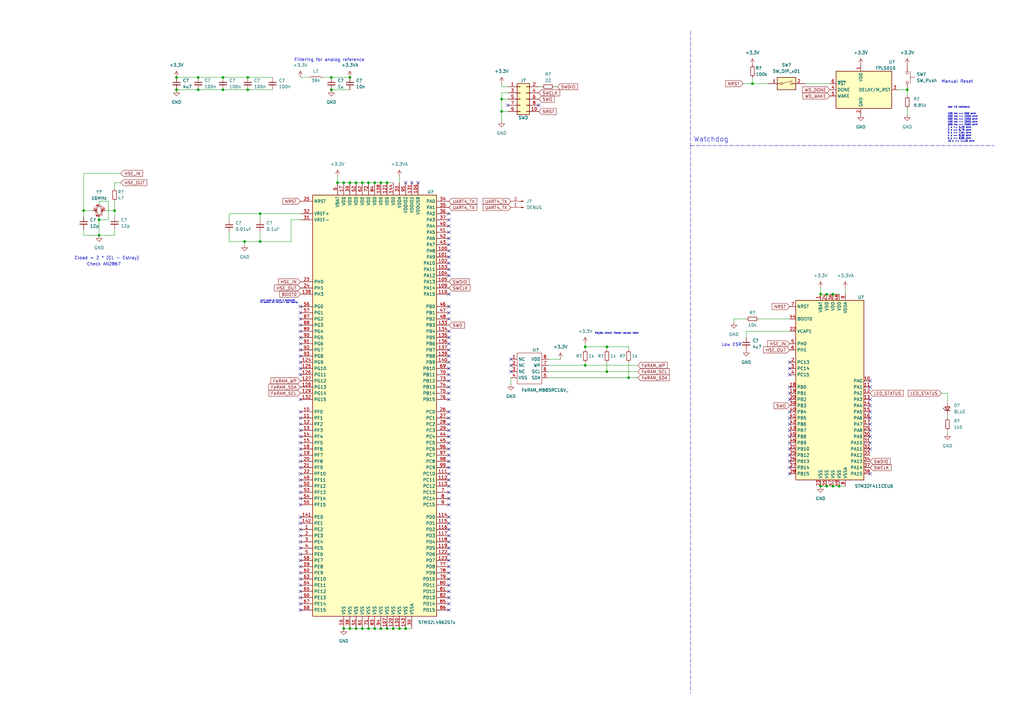
<source format=kicad_sch>
(kicad_sch (version 20211123) (generator eeschema)

  (uuid 41cbbd3f-f5db-43f7-86e8-e237eae93f25)

  (paper "A3")

  (title_block
    (title "STM32F411 IC")
    (date "2022-12-01")
    (rev "v1.0")
  )

  (lib_symbols
    (symbol "Connector:Conn_01x02_Male" (pin_names (offset 1.016) hide) (in_bom yes) (on_board yes)
      (property "Reference" "J" (id 0) (at 0 2.54 0)
        (effects (font (size 1.27 1.27)))
      )
      (property "Value" "Conn_01x02_Male" (id 1) (at 0 -5.08 0)
        (effects (font (size 1.27 1.27)))
      )
      (property "Footprint" "" (id 2) (at 0 0 0)
        (effects (font (size 1.27 1.27)) hide)
      )
      (property "Datasheet" "~" (id 3) (at 0 0 0)
        (effects (font (size 1.27 1.27)) hide)
      )
      (property "ki_keywords" "connector" (id 4) (at 0 0 0)
        (effects (font (size 1.27 1.27)) hide)
      )
      (property "ki_description" "Generic connector, single row, 01x02, script generated (kicad-library-utils/schlib/autogen/connector/)" (id 5) (at 0 0 0)
        (effects (font (size 1.27 1.27)) hide)
      )
      (property "ki_fp_filters" "Connector*:*_1x??_*" (id 6) (at 0 0 0)
        (effects (font (size 1.27 1.27)) hide)
      )
      (symbol "Conn_01x02_Male_1_1"
        (polyline
          (pts
            (xy 1.27 -2.54)
            (xy 0.8636 -2.54)
          )
          (stroke (width 0.1524) (type default) (color 0 0 0 0))
          (fill (type none))
        )
        (polyline
          (pts
            (xy 1.27 0)
            (xy 0.8636 0)
          )
          (stroke (width 0.1524) (type default) (color 0 0 0 0))
          (fill (type none))
        )
        (rectangle (start 0.8636 -2.413) (end 0 -2.667)
          (stroke (width 0.1524) (type default) (color 0 0 0 0))
          (fill (type outline))
        )
        (rectangle (start 0.8636 0.127) (end 0 -0.127)
          (stroke (width 0.1524) (type default) (color 0 0 0 0))
          (fill (type outline))
        )
        (pin passive line (at 5.08 0 180) (length 3.81)
          (name "Pin_1" (effects (font (size 1.27 1.27))))
          (number "1" (effects (font (size 1.27 1.27))))
        )
        (pin passive line (at 5.08 -2.54 180) (length 3.81)
          (name "Pin_2" (effects (font (size 1.27 1.27))))
          (number "2" (effects (font (size 1.27 1.27))))
        )
      )
    )
    (symbol "Connector_Generic:Conn_02x05_Odd_Even" (pin_names (offset 1.016) hide) (in_bom yes) (on_board yes)
      (property "Reference" "J" (id 0) (at 1.27 7.62 0)
        (effects (font (size 1.27 1.27)))
      )
      (property "Value" "Conn_02x05_Odd_Even" (id 1) (at 1.27 -7.62 0)
        (effects (font (size 1.27 1.27)))
      )
      (property "Footprint" "" (id 2) (at 0 0 0)
        (effects (font (size 1.27 1.27)) hide)
      )
      (property "Datasheet" "~" (id 3) (at 0 0 0)
        (effects (font (size 1.27 1.27)) hide)
      )
      (property "ki_keywords" "connector" (id 4) (at 0 0 0)
        (effects (font (size 1.27 1.27)) hide)
      )
      (property "ki_description" "Generic connector, double row, 02x05, odd/even pin numbering scheme (row 1 odd numbers, row 2 even numbers), script generated (kicad-library-utils/schlib/autogen/connector/)" (id 5) (at 0 0 0)
        (effects (font (size 1.27 1.27)) hide)
      )
      (property "ki_fp_filters" "Connector*:*_2x??_*" (id 6) (at 0 0 0)
        (effects (font (size 1.27 1.27)) hide)
      )
      (symbol "Conn_02x05_Odd_Even_1_1"
        (rectangle (start -1.27 -4.953) (end 0 -5.207)
          (stroke (width 0.1524) (type default) (color 0 0 0 0))
          (fill (type none))
        )
        (rectangle (start -1.27 -2.413) (end 0 -2.667)
          (stroke (width 0.1524) (type default) (color 0 0 0 0))
          (fill (type none))
        )
        (rectangle (start -1.27 0.127) (end 0 -0.127)
          (stroke (width 0.1524) (type default) (color 0 0 0 0))
          (fill (type none))
        )
        (rectangle (start -1.27 2.667) (end 0 2.413)
          (stroke (width 0.1524) (type default) (color 0 0 0 0))
          (fill (type none))
        )
        (rectangle (start -1.27 5.207) (end 0 4.953)
          (stroke (width 0.1524) (type default) (color 0 0 0 0))
          (fill (type none))
        )
        (rectangle (start -1.27 6.35) (end 3.81 -6.35)
          (stroke (width 0.254) (type default) (color 0 0 0 0))
          (fill (type background))
        )
        (rectangle (start 3.81 -4.953) (end 2.54 -5.207)
          (stroke (width 0.1524) (type default) (color 0 0 0 0))
          (fill (type none))
        )
        (rectangle (start 3.81 -2.413) (end 2.54 -2.667)
          (stroke (width 0.1524) (type default) (color 0 0 0 0))
          (fill (type none))
        )
        (rectangle (start 3.81 0.127) (end 2.54 -0.127)
          (stroke (width 0.1524) (type default) (color 0 0 0 0))
          (fill (type none))
        )
        (rectangle (start 3.81 2.667) (end 2.54 2.413)
          (stroke (width 0.1524) (type default) (color 0 0 0 0))
          (fill (type none))
        )
        (rectangle (start 3.81 5.207) (end 2.54 4.953)
          (stroke (width 0.1524) (type default) (color 0 0 0 0))
          (fill (type none))
        )
        (pin passive line (at -5.08 5.08 0) (length 3.81)
          (name "Pin_1" (effects (font (size 1.27 1.27))))
          (number "1" (effects (font (size 1.27 1.27))))
        )
        (pin passive line (at 7.62 -5.08 180) (length 3.81)
          (name "Pin_10" (effects (font (size 1.27 1.27))))
          (number "10" (effects (font (size 1.27 1.27))))
        )
        (pin passive line (at 7.62 5.08 180) (length 3.81)
          (name "Pin_2" (effects (font (size 1.27 1.27))))
          (number "2" (effects (font (size 1.27 1.27))))
        )
        (pin passive line (at -5.08 2.54 0) (length 3.81)
          (name "Pin_3" (effects (font (size 1.27 1.27))))
          (number "3" (effects (font (size 1.27 1.27))))
        )
        (pin passive line (at 7.62 2.54 180) (length 3.81)
          (name "Pin_4" (effects (font (size 1.27 1.27))))
          (number "4" (effects (font (size 1.27 1.27))))
        )
        (pin passive line (at -5.08 0 0) (length 3.81)
          (name "Pin_5" (effects (font (size 1.27 1.27))))
          (number "5" (effects (font (size 1.27 1.27))))
        )
        (pin passive line (at 7.62 0 180) (length 3.81)
          (name "Pin_6" (effects (font (size 1.27 1.27))))
          (number "6" (effects (font (size 1.27 1.27))))
        )
        (pin passive line (at -5.08 -2.54 0) (length 3.81)
          (name "Pin_7" (effects (font (size 1.27 1.27))))
          (number "7" (effects (font (size 1.27 1.27))))
        )
        (pin passive line (at 7.62 -2.54 180) (length 3.81)
          (name "Pin_8" (effects (font (size 1.27 1.27))))
          (number "8" (effects (font (size 1.27 1.27))))
        )
        (pin passive line (at -5.08 -5.08 0) (length 3.81)
          (name "Pin_9" (effects (font (size 1.27 1.27))))
          (number "9" (effects (font (size 1.27 1.27))))
        )
      )
    )
    (symbol "Device:C_Small" (pin_numbers hide) (pin_names (offset 0.254) hide) (in_bom yes) (on_board yes)
      (property "Reference" "C" (id 0) (at 0.254 1.778 0)
        (effects (font (size 1.27 1.27)) (justify left))
      )
      (property "Value" "C_Small" (id 1) (at 0.254 -2.032 0)
        (effects (font (size 1.27 1.27)) (justify left))
      )
      (property "Footprint" "" (id 2) (at 0 0 0)
        (effects (font (size 1.27 1.27)) hide)
      )
      (property "Datasheet" "~" (id 3) (at 0 0 0)
        (effects (font (size 1.27 1.27)) hide)
      )
      (property "ki_keywords" "capacitor cap" (id 4) (at 0 0 0)
        (effects (font (size 1.27 1.27)) hide)
      )
      (property "ki_description" "Unpolarized capacitor, small symbol" (id 5) (at 0 0 0)
        (effects (font (size 1.27 1.27)) hide)
      )
      (property "ki_fp_filters" "C_*" (id 6) (at 0 0 0)
        (effects (font (size 1.27 1.27)) hide)
      )
      (symbol "C_Small_0_1"
        (polyline
          (pts
            (xy -1.524 -0.508)
            (xy 1.524 -0.508)
          )
          (stroke (width 0.3302) (type default) (color 0 0 0 0))
          (fill (type none))
        )
        (polyline
          (pts
            (xy -1.524 0.508)
            (xy 1.524 0.508)
          )
          (stroke (width 0.3048) (type default) (color 0 0 0 0))
          (fill (type none))
        )
      )
      (symbol "C_Small_1_1"
        (pin passive line (at 0 2.54 270) (length 2.032)
          (name "~" (effects (font (size 1.27 1.27))))
          (number "1" (effects (font (size 1.27 1.27))))
        )
        (pin passive line (at 0 -2.54 90) (length 2.032)
          (name "~" (effects (font (size 1.27 1.27))))
          (number "2" (effects (font (size 1.27 1.27))))
        )
      )
    )
    (symbol "Device:Crystal_GND24_Small" (pin_names (offset 1.016) hide) (in_bom yes) (on_board yes)
      (property "Reference" "Y" (id 0) (at 1.27 4.445 0)
        (effects (font (size 1.27 1.27)) (justify left))
      )
      (property "Value" "Crystal_GND24_Small" (id 1) (at 1.27 2.54 0)
        (effects (font (size 1.27 1.27)) (justify left))
      )
      (property "Footprint" "" (id 2) (at 0 0 0)
        (effects (font (size 1.27 1.27)) hide)
      )
      (property "Datasheet" "~" (id 3) (at 0 0 0)
        (effects (font (size 1.27 1.27)) hide)
      )
      (property "ki_keywords" "quartz ceramic resonator oscillator" (id 4) (at 0 0 0)
        (effects (font (size 1.27 1.27)) hide)
      )
      (property "ki_description" "Four pin crystal, GND on pins 2 and 4, small symbol" (id 5) (at 0 0 0)
        (effects (font (size 1.27 1.27)) hide)
      )
      (property "ki_fp_filters" "Crystal*" (id 6) (at 0 0 0)
        (effects (font (size 1.27 1.27)) hide)
      )
      (symbol "Crystal_GND24_Small_0_1"
        (rectangle (start -0.762 -1.524) (end 0.762 1.524)
          (stroke (width 0) (type default) (color 0 0 0 0))
          (fill (type none))
        )
        (polyline
          (pts
            (xy -1.27 -0.762)
            (xy -1.27 0.762)
          )
          (stroke (width 0.381) (type default) (color 0 0 0 0))
          (fill (type none))
        )
        (polyline
          (pts
            (xy 1.27 -0.762)
            (xy 1.27 0.762)
          )
          (stroke (width 0.381) (type default) (color 0 0 0 0))
          (fill (type none))
        )
        (polyline
          (pts
            (xy -1.27 -1.27)
            (xy -1.27 -1.905)
            (xy 1.27 -1.905)
            (xy 1.27 -1.27)
          )
          (stroke (width 0) (type default) (color 0 0 0 0))
          (fill (type none))
        )
        (polyline
          (pts
            (xy -1.27 1.27)
            (xy -1.27 1.905)
            (xy 1.27 1.905)
            (xy 1.27 1.27)
          )
          (stroke (width 0) (type default) (color 0 0 0 0))
          (fill (type none))
        )
      )
      (symbol "Crystal_GND24_Small_1_1"
        (pin passive line (at -2.54 0 0) (length 1.27)
          (name "1" (effects (font (size 1.27 1.27))))
          (number "1" (effects (font (size 0.762 0.762))))
        )
        (pin passive line (at 0 -2.54 90) (length 0.635)
          (name "2" (effects (font (size 1.27 1.27))))
          (number "2" (effects (font (size 0.762 0.762))))
        )
        (pin passive line (at 2.54 0 180) (length 1.27)
          (name "3" (effects (font (size 1.27 1.27))))
          (number "3" (effects (font (size 0.762 0.762))))
        )
        (pin passive line (at 0 2.54 270) (length 0.635)
          (name "4" (effects (font (size 1.27 1.27))))
          (number "4" (effects (font (size 0.762 0.762))))
        )
      )
    )
    (symbol "Device:LED_Small" (pin_numbers hide) (pin_names (offset 0.254) hide) (in_bom yes) (on_board yes)
      (property "Reference" "D" (id 0) (at -1.27 3.175 0)
        (effects (font (size 1.27 1.27)) (justify left))
      )
      (property "Value" "LED_Small" (id 1) (at -4.445 -2.54 0)
        (effects (font (size 1.27 1.27)) (justify left))
      )
      (property "Footprint" "" (id 2) (at 0 0 90)
        (effects (font (size 1.27 1.27)) hide)
      )
      (property "Datasheet" "~" (id 3) (at 0 0 90)
        (effects (font (size 1.27 1.27)) hide)
      )
      (property "ki_keywords" "LED diode light-emitting-diode" (id 4) (at 0 0 0)
        (effects (font (size 1.27 1.27)) hide)
      )
      (property "ki_description" "Light emitting diode, small symbol" (id 5) (at 0 0 0)
        (effects (font (size 1.27 1.27)) hide)
      )
      (property "ki_fp_filters" "LED* LED_SMD:* LED_THT:*" (id 6) (at 0 0 0)
        (effects (font (size 1.27 1.27)) hide)
      )
      (symbol "LED_Small_0_1"
        (polyline
          (pts
            (xy -0.762 -1.016)
            (xy -0.762 1.016)
          )
          (stroke (width 0.254) (type default) (color 0 0 0 0))
          (fill (type none))
        )
        (polyline
          (pts
            (xy 1.016 0)
            (xy -0.762 0)
          )
          (stroke (width 0) (type default) (color 0 0 0 0))
          (fill (type none))
        )
        (polyline
          (pts
            (xy 0.762 -1.016)
            (xy -0.762 0)
            (xy 0.762 1.016)
            (xy 0.762 -1.016)
          )
          (stroke (width 0.254) (type default) (color 0 0 0 0))
          (fill (type none))
        )
        (polyline
          (pts
            (xy 0 0.762)
            (xy -0.508 1.27)
            (xy -0.254 1.27)
            (xy -0.508 1.27)
            (xy -0.508 1.016)
          )
          (stroke (width 0) (type default) (color 0 0 0 0))
          (fill (type none))
        )
        (polyline
          (pts
            (xy 0.508 1.27)
            (xy 0 1.778)
            (xy 0.254 1.778)
            (xy 0 1.778)
            (xy 0 1.524)
          )
          (stroke (width 0) (type default) (color 0 0 0 0))
          (fill (type none))
        )
      )
      (symbol "LED_Small_1_1"
        (pin passive line (at -2.54 0 0) (length 1.778)
          (name "K" (effects (font (size 1.27 1.27))))
          (number "1" (effects (font (size 1.27 1.27))))
        )
        (pin passive line (at 2.54 0 180) (length 1.778)
          (name "A" (effects (font (size 1.27 1.27))))
          (number "2" (effects (font (size 1.27 1.27))))
        )
      )
    )
    (symbol "Device:L_Small" (pin_numbers hide) (pin_names (offset 0.254) hide) (in_bom yes) (on_board yes)
      (property "Reference" "L" (id 0) (at 0.762 1.016 0)
        (effects (font (size 1.27 1.27)) (justify left))
      )
      (property "Value" "L_Small" (id 1) (at 0.762 -1.016 0)
        (effects (font (size 1.27 1.27)) (justify left))
      )
      (property "Footprint" "" (id 2) (at 0 0 0)
        (effects (font (size 1.27 1.27)) hide)
      )
      (property "Datasheet" "~" (id 3) (at 0 0 0)
        (effects (font (size 1.27 1.27)) hide)
      )
      (property "ki_keywords" "inductor choke coil reactor magnetic" (id 4) (at 0 0 0)
        (effects (font (size 1.27 1.27)) hide)
      )
      (property "ki_description" "Inductor, small symbol" (id 5) (at 0 0 0)
        (effects (font (size 1.27 1.27)) hide)
      )
      (property "ki_fp_filters" "Choke_* *Coil* Inductor_* L_*" (id 6) (at 0 0 0)
        (effects (font (size 1.27 1.27)) hide)
      )
      (symbol "L_Small_0_1"
        (arc (start 0 -2.032) (mid 0.508 -1.524) (end 0 -1.016)
          (stroke (width 0) (type default) (color 0 0 0 0))
          (fill (type none))
        )
        (arc (start 0 -1.016) (mid 0.508 -0.508) (end 0 0)
          (stroke (width 0) (type default) (color 0 0 0 0))
          (fill (type none))
        )
        (arc (start 0 0) (mid 0.508 0.508) (end 0 1.016)
          (stroke (width 0) (type default) (color 0 0 0 0))
          (fill (type none))
        )
        (arc (start 0 1.016) (mid 0.508 1.524) (end 0 2.032)
          (stroke (width 0) (type default) (color 0 0 0 0))
          (fill (type none))
        )
      )
      (symbol "L_Small_1_1"
        (pin passive line (at 0 2.54 270) (length 0.508)
          (name "~" (effects (font (size 1.27 1.27))))
          (number "1" (effects (font (size 1.27 1.27))))
        )
        (pin passive line (at 0 -2.54 90) (length 0.508)
          (name "~" (effects (font (size 1.27 1.27))))
          (number "2" (effects (font (size 1.27 1.27))))
        )
      )
    )
    (symbol "Device:R_Small" (pin_numbers hide) (pin_names (offset 0.254) hide) (in_bom yes) (on_board yes)
      (property "Reference" "R" (id 0) (at 0.762 0.508 0)
        (effects (font (size 1.27 1.27)) (justify left))
      )
      (property "Value" "R_Small" (id 1) (at 0.762 -1.016 0)
        (effects (font (size 1.27 1.27)) (justify left))
      )
      (property "Footprint" "" (id 2) (at 0 0 0)
        (effects (font (size 1.27 1.27)) hide)
      )
      (property "Datasheet" "~" (id 3) (at 0 0 0)
        (effects (font (size 1.27 1.27)) hide)
      )
      (property "ki_keywords" "R resistor" (id 4) (at 0 0 0)
        (effects (font (size 1.27 1.27)) hide)
      )
      (property "ki_description" "Resistor, small symbol" (id 5) (at 0 0 0)
        (effects (font (size 1.27 1.27)) hide)
      )
      (property "ki_fp_filters" "R_*" (id 6) (at 0 0 0)
        (effects (font (size 1.27 1.27)) hide)
      )
      (symbol "R_Small_0_1"
        (rectangle (start -0.762 1.778) (end 0.762 -1.778)
          (stroke (width 0.2032) (type default) (color 0 0 0 0))
          (fill (type none))
        )
      )
      (symbol "R_Small_1_1"
        (pin passive line (at 0 2.54 270) (length 0.762)
          (name "~" (effects (font (size 1.27 1.27))))
          (number "1" (effects (font (size 1.27 1.27))))
        )
        (pin passive line (at 0 -2.54 90) (length 0.762)
          (name "~" (effects (font (size 1.27 1.27))))
          (number "2" (effects (font (size 1.27 1.27))))
        )
      )
    )
    (symbol "MCU_ST_STM32F4:STM32F411CEUx" (in_bom yes) (on_board yes)
      (property "Reference" "U" (id 0) (at -15.24 36.83 0)
        (effects (font (size 1.27 1.27)) (justify left))
      )
      (property "Value" "STM32F411CEUx" (id 1) (at 7.62 36.83 0)
        (effects (font (size 1.27 1.27)) (justify left))
      )
      (property "Footprint" "Package_DFN_QFN:QFN-48-1EP_7x7mm_P0.5mm_EP5.6x5.6mm" (id 2) (at -15.24 -38.1 0)
        (effects (font (size 1.27 1.27)) (justify right) hide)
      )
      (property "Datasheet" "http://www.st.com/st-web-ui/static/active/en/resource/technical/document/datasheet/DM00115249.pdf" (id 3) (at 0 0 0)
        (effects (font (size 1.27 1.27)) hide)
      )
      (property "ki_keywords" "ARM Cortex-M4 STM32F4 STM32F411" (id 4) (at 0 0 0)
        (effects (font (size 1.27 1.27)) hide)
      )
      (property "ki_description" "ARM Cortex-M4 MCU, 512KB flash, 128KB RAM, 100MHz, 1.7-3.6V, 36 GPIO, UFQFPN-48" (id 5) (at 0 0 0)
        (effects (font (size 1.27 1.27)) hide)
      )
      (property "ki_fp_filters" "QFN*1EP*7x7mm*P0.5mm*" (id 6) (at 0 0 0)
        (effects (font (size 1.27 1.27)) hide)
      )
      (symbol "STM32F411CEUx_0_1"
        (rectangle (start -15.24 -38.1) (end 12.7 35.56)
          (stroke (width 0.254) (type default) (color 0 0 0 0))
          (fill (type background))
        )
      )
      (symbol "STM32F411CEUx_1_1"
        (pin power_in line (at -5.08 38.1 270) (length 2.54)
          (name "VBAT" (effects (font (size 1.27 1.27))))
          (number "1" (effects (font (size 1.27 1.27))))
        )
        (pin bidirectional line (at 15.24 2.54 180) (length 2.54)
          (name "PA0" (effects (font (size 1.27 1.27))))
          (number "10" (effects (font (size 1.27 1.27))))
        )
        (pin bidirectional line (at 15.24 0 180) (length 2.54)
          (name "PA1" (effects (font (size 1.27 1.27))))
          (number "11" (effects (font (size 1.27 1.27))))
        )
        (pin bidirectional line (at 15.24 -2.54 180) (length 2.54)
          (name "PA2" (effects (font (size 1.27 1.27))))
          (number "12" (effects (font (size 1.27 1.27))))
        )
        (pin bidirectional line (at 15.24 -5.08 180) (length 2.54)
          (name "PA3" (effects (font (size 1.27 1.27))))
          (number "13" (effects (font (size 1.27 1.27))))
        )
        (pin bidirectional line (at 15.24 -7.62 180) (length 2.54)
          (name "PA4" (effects (font (size 1.27 1.27))))
          (number "14" (effects (font (size 1.27 1.27))))
        )
        (pin bidirectional line (at 15.24 -10.16 180) (length 2.54)
          (name "PA5" (effects (font (size 1.27 1.27))))
          (number "15" (effects (font (size 1.27 1.27))))
        )
        (pin bidirectional line (at 15.24 -12.7 180) (length 2.54)
          (name "PA6" (effects (font (size 1.27 1.27))))
          (number "16" (effects (font (size 1.27 1.27))))
        )
        (pin bidirectional line (at 15.24 -15.24 180) (length 2.54)
          (name "PA7" (effects (font (size 1.27 1.27))))
          (number "17" (effects (font (size 1.27 1.27))))
        )
        (pin bidirectional line (at -17.78 0 0) (length 2.54)
          (name "PB0" (effects (font (size 1.27 1.27))))
          (number "18" (effects (font (size 1.27 1.27))))
        )
        (pin bidirectional line (at -17.78 -2.54 0) (length 2.54)
          (name "PB1" (effects (font (size 1.27 1.27))))
          (number "19" (effects (font (size 1.27 1.27))))
        )
        (pin bidirectional line (at -17.78 10.16 0) (length 2.54)
          (name "PC13" (effects (font (size 1.27 1.27))))
          (number "2" (effects (font (size 1.27 1.27))))
        )
        (pin bidirectional line (at -17.78 -5.08 0) (length 2.54)
          (name "PB2" (effects (font (size 1.27 1.27))))
          (number "20" (effects (font (size 1.27 1.27))))
        )
        (pin bidirectional line (at -17.78 -25.4 0) (length 2.54)
          (name "PB10" (effects (font (size 1.27 1.27))))
          (number "21" (effects (font (size 1.27 1.27))))
        )
        (pin power_in line (at -17.78 22.86 0) (length 2.54)
          (name "VCAP1" (effects (font (size 1.27 1.27))))
          (number "22" (effects (font (size 1.27 1.27))))
        )
        (pin power_in line (at -5.08 -40.64 90) (length 2.54)
          (name "VSS" (effects (font (size 1.27 1.27))))
          (number "23" (effects (font (size 1.27 1.27))))
        )
        (pin power_in line (at -2.54 38.1 270) (length 2.54)
          (name "VDD" (effects (font (size 1.27 1.27))))
          (number "24" (effects (font (size 1.27 1.27))))
        )
        (pin bidirectional line (at -17.78 -27.94 0) (length 2.54)
          (name "PB12" (effects (font (size 1.27 1.27))))
          (number "25" (effects (font (size 1.27 1.27))))
        )
        (pin bidirectional line (at -17.78 -30.48 0) (length 2.54)
          (name "PB13" (effects (font (size 1.27 1.27))))
          (number "26" (effects (font (size 1.27 1.27))))
        )
        (pin bidirectional line (at -17.78 -33.02 0) (length 2.54)
          (name "PB14" (effects (font (size 1.27 1.27))))
          (number "27" (effects (font (size 1.27 1.27))))
        )
        (pin bidirectional line (at -17.78 -35.56 0) (length 2.54)
          (name "PB15" (effects (font (size 1.27 1.27))))
          (number "28" (effects (font (size 1.27 1.27))))
        )
        (pin bidirectional line (at 15.24 -17.78 180) (length 2.54)
          (name "PA8" (effects (font (size 1.27 1.27))))
          (number "29" (effects (font (size 1.27 1.27))))
        )
        (pin bidirectional line (at -17.78 7.62 0) (length 2.54)
          (name "PC14" (effects (font (size 1.27 1.27))))
          (number "3" (effects (font (size 1.27 1.27))))
        )
        (pin bidirectional line (at 15.24 -20.32 180) (length 2.54)
          (name "PA9" (effects (font (size 1.27 1.27))))
          (number "30" (effects (font (size 1.27 1.27))))
        )
        (pin bidirectional line (at 15.24 -22.86 180) (length 2.54)
          (name "PA10" (effects (font (size 1.27 1.27))))
          (number "31" (effects (font (size 1.27 1.27))))
        )
        (pin bidirectional line (at 15.24 -25.4 180) (length 2.54)
          (name "PA11" (effects (font (size 1.27 1.27))))
          (number "32" (effects (font (size 1.27 1.27))))
        )
        (pin bidirectional line (at 15.24 -27.94 180) (length 2.54)
          (name "PA12" (effects (font (size 1.27 1.27))))
          (number "33" (effects (font (size 1.27 1.27))))
        )
        (pin bidirectional line (at 15.24 -30.48 180) (length 2.54)
          (name "PA13" (effects (font (size 1.27 1.27))))
          (number "34" (effects (font (size 1.27 1.27))))
        )
        (pin power_in line (at -2.54 -40.64 90) (length 2.54)
          (name "VSS" (effects (font (size 1.27 1.27))))
          (number "35" (effects (font (size 1.27 1.27))))
        )
        (pin power_in line (at 0 38.1 270) (length 2.54)
          (name "VDD" (effects (font (size 1.27 1.27))))
          (number "36" (effects (font (size 1.27 1.27))))
        )
        (pin bidirectional line (at 15.24 -33.02 180) (length 2.54)
          (name "PA14" (effects (font (size 1.27 1.27))))
          (number "37" (effects (font (size 1.27 1.27))))
        )
        (pin bidirectional line (at 15.24 -35.56 180) (length 2.54)
          (name "PA15" (effects (font (size 1.27 1.27))))
          (number "38" (effects (font (size 1.27 1.27))))
        )
        (pin bidirectional line (at -17.78 -7.62 0) (length 2.54)
          (name "PB3" (effects (font (size 1.27 1.27))))
          (number "39" (effects (font (size 1.27 1.27))))
        )
        (pin bidirectional line (at -17.78 5.08 0) (length 2.54)
          (name "PC15" (effects (font (size 1.27 1.27))))
          (number "4" (effects (font (size 1.27 1.27))))
        )
        (pin bidirectional line (at -17.78 -10.16 0) (length 2.54)
          (name "PB4" (effects (font (size 1.27 1.27))))
          (number "40" (effects (font (size 1.27 1.27))))
        )
        (pin bidirectional line (at -17.78 -12.7 0) (length 2.54)
          (name "PB5" (effects (font (size 1.27 1.27))))
          (number "41" (effects (font (size 1.27 1.27))))
        )
        (pin bidirectional line (at -17.78 -15.24 0) (length 2.54)
          (name "PB6" (effects (font (size 1.27 1.27))))
          (number "42" (effects (font (size 1.27 1.27))))
        )
        (pin bidirectional line (at -17.78 -17.78 0) (length 2.54)
          (name "PB7" (effects (font (size 1.27 1.27))))
          (number "43" (effects (font (size 1.27 1.27))))
        )
        (pin input line (at -17.78 27.94 0) (length 2.54)
          (name "BOOT0" (effects (font (size 1.27 1.27))))
          (number "44" (effects (font (size 1.27 1.27))))
        )
        (pin bidirectional line (at -17.78 -20.32 0) (length 2.54)
          (name "PB8" (effects (font (size 1.27 1.27))))
          (number "45" (effects (font (size 1.27 1.27))))
        )
        (pin bidirectional line (at -17.78 -22.86 0) (length 2.54)
          (name "PB9" (effects (font (size 1.27 1.27))))
          (number "46" (effects (font (size 1.27 1.27))))
        )
        (pin power_in line (at 0 -40.64 90) (length 2.54)
          (name "VSS" (effects (font (size 1.27 1.27))))
          (number "47" (effects (font (size 1.27 1.27))))
        )
        (pin power_in line (at 2.54 38.1 270) (length 2.54)
          (name "VDD" (effects (font (size 1.27 1.27))))
          (number "48" (effects (font (size 1.27 1.27))))
        )
        (pin power_in line (at 2.54 -40.64 90) (length 2.54)
          (name "VSS" (effects (font (size 1.27 1.27))))
          (number "49" (effects (font (size 1.27 1.27))))
        )
        (pin input line (at -17.78 17.78 0) (length 2.54)
          (name "PH0" (effects (font (size 1.27 1.27))))
          (number "5" (effects (font (size 1.27 1.27))))
        )
        (pin input line (at -17.78 15.24 0) (length 2.54)
          (name "PH1" (effects (font (size 1.27 1.27))))
          (number "6" (effects (font (size 1.27 1.27))))
        )
        (pin input line (at -17.78 33.02 0) (length 2.54)
          (name "NRST" (effects (font (size 1.27 1.27))))
          (number "7" (effects (font (size 1.27 1.27))))
        )
        (pin power_in line (at 5.08 -40.64 90) (length 2.54)
          (name "VSSA" (effects (font (size 1.27 1.27))))
          (number "8" (effects (font (size 1.27 1.27))))
        )
        (pin power_in line (at 5.08 38.1 270) (length 2.54)
          (name "VDDA" (effects (font (size 1.27 1.27))))
          (number "9" (effects (font (size 1.27 1.27))))
        )
      )
    )
    (symbol "MCU_ST_STM32L4:STM32L496ZGTx" (in_bom yes) (on_board yes)
      (property "Reference" "U" (id 0) (at -25.4 87.63 0)
        (effects (font (size 1.27 1.27)) (justify left))
      )
      (property "Value" "STM32L496ZGTx" (id 1) (at 20.32 87.63 0)
        (effects (font (size 1.27 1.27)) (justify left))
      )
      (property "Footprint" "Package_QFP:LQFP-144_20x20mm_P0.5mm" (id 2) (at -25.4 -86.36 0)
        (effects (font (size 1.27 1.27)) (justify right) hide)
      )
      (property "Datasheet" "http://www.st.com/st-web-ui/static/active/en/resource/technical/document/datasheet/DM00284211.pdf" (id 3) (at 0 0 0)
        (effects (font (size 1.27 1.27)) hide)
      )
      (property "ki_keywords" "ARM Cortex-M4 STM32L4 STM32L4x6" (id 4) (at 0 0 0)
        (effects (font (size 1.27 1.27)) hide)
      )
      (property "ki_description" "ARM Cortex-M4 MCU, 1024KB flash, 320KB RAM, 80MHz, 1.71-3.6V, 115 GPIO, LQFP-144" (id 5) (at 0 0 0)
        (effects (font (size 1.27 1.27)) hide)
      )
      (property "ki_fp_filters" "LQFP*20x20mm*P0.5mm*" (id 6) (at 0 0 0)
        (effects (font (size 1.27 1.27)) hide)
      )
      (symbol "STM32L496ZGTx_0_1"
        (rectangle (start -25.4 -86.36) (end 25.4 86.36)
          (stroke (width 0.254) (type default) (color 0 0 0 0))
          (fill (type background))
        )
      )
      (symbol "STM32L496ZGTx_1_1"
        (pin bidirectional line (at -30.48 -50.8 0) (length 5.08)
          (name "PE2" (effects (font (size 1.27 1.27))))
          (number "1" (effects (font (size 1.27 1.27))))
        )
        (pin bidirectional line (at -30.48 -2.54 0) (length 5.08)
          (name "PF0" (effects (font (size 1.27 1.27))))
          (number "10" (effects (font (size 1.27 1.27))))
        )
        (pin bidirectional line (at 30.48 63.5 180) (length 5.08)
          (name "PA8" (effects (font (size 1.27 1.27))))
          (number "100" (effects (font (size 1.27 1.27))))
        )
        (pin bidirectional line (at 30.48 60.96 180) (length 5.08)
          (name "PA9" (effects (font (size 1.27 1.27))))
          (number "101" (effects (font (size 1.27 1.27))))
        )
        (pin bidirectional line (at 30.48 58.42 180) (length 5.08)
          (name "PA10" (effects (font (size 1.27 1.27))))
          (number "102" (effects (font (size 1.27 1.27))))
        )
        (pin bidirectional line (at 30.48 55.88 180) (length 5.08)
          (name "PA11" (effects (font (size 1.27 1.27))))
          (number "103" (effects (font (size 1.27 1.27))))
        )
        (pin bidirectional line (at 30.48 53.34 180) (length 5.08)
          (name "PA12" (effects (font (size 1.27 1.27))))
          (number "104" (effects (font (size 1.27 1.27))))
        )
        (pin bidirectional line (at 30.48 50.8 180) (length 5.08)
          (name "PA13" (effects (font (size 1.27 1.27))))
          (number "105" (effects (font (size 1.27 1.27))))
        )
        (pin power_in line (at 17.78 91.44 270) (length 5.08)
          (name "VDDUSB" (effects (font (size 1.27 1.27))))
          (number "106" (effects (font (size 1.27 1.27))))
        )
        (pin power_in line (at 5.08 -91.44 90) (length 5.08)
          (name "VSS" (effects (font (size 1.27 1.27))))
          (number "107" (effects (font (size 1.27 1.27))))
        )
        (pin power_in line (at 2.54 91.44 270) (length 5.08)
          (name "VDD" (effects (font (size 1.27 1.27))))
          (number "108" (effects (font (size 1.27 1.27))))
        )
        (pin bidirectional line (at 30.48 48.26 180) (length 5.08)
          (name "PA14" (effects (font (size 1.27 1.27))))
          (number "109" (effects (font (size 1.27 1.27))))
        )
        (pin bidirectional line (at -30.48 -5.08 0) (length 5.08)
          (name "PF1" (effects (font (size 1.27 1.27))))
          (number "11" (effects (font (size 1.27 1.27))))
        )
        (pin bidirectional line (at 30.48 45.72 180) (length 5.08)
          (name "PA15" (effects (font (size 1.27 1.27))))
          (number "110" (effects (font (size 1.27 1.27))))
        )
        (pin bidirectional line (at 30.48 -27.94 180) (length 5.08)
          (name "PC10" (effects (font (size 1.27 1.27))))
          (number "111" (effects (font (size 1.27 1.27))))
        )
        (pin bidirectional line (at 30.48 -30.48 180) (length 5.08)
          (name "PC11" (effects (font (size 1.27 1.27))))
          (number "112" (effects (font (size 1.27 1.27))))
        )
        (pin bidirectional line (at 30.48 -33.02 180) (length 5.08)
          (name "PC12" (effects (font (size 1.27 1.27))))
          (number "113" (effects (font (size 1.27 1.27))))
        )
        (pin bidirectional line (at 30.48 -45.72 180) (length 5.08)
          (name "PD0" (effects (font (size 1.27 1.27))))
          (number "114" (effects (font (size 1.27 1.27))))
        )
        (pin bidirectional line (at 30.48 -48.26 180) (length 5.08)
          (name "PD1" (effects (font (size 1.27 1.27))))
          (number "115" (effects (font (size 1.27 1.27))))
        )
        (pin bidirectional line (at 30.48 -50.8 180) (length 5.08)
          (name "PD2" (effects (font (size 1.27 1.27))))
          (number "116" (effects (font (size 1.27 1.27))))
        )
        (pin bidirectional line (at 30.48 -53.34 180) (length 5.08)
          (name "PD3" (effects (font (size 1.27 1.27))))
          (number "117" (effects (font (size 1.27 1.27))))
        )
        (pin bidirectional line (at 30.48 -55.88 180) (length 5.08)
          (name "PD4" (effects (font (size 1.27 1.27))))
          (number "118" (effects (font (size 1.27 1.27))))
        )
        (pin bidirectional line (at 30.48 -58.42 180) (length 5.08)
          (name "PD5" (effects (font (size 1.27 1.27))))
          (number "119" (effects (font (size 1.27 1.27))))
        )
        (pin bidirectional line (at -30.48 -7.62 0) (length 5.08)
          (name "PF2" (effects (font (size 1.27 1.27))))
          (number "12" (effects (font (size 1.27 1.27))))
        )
        (pin power_in line (at 7.62 -91.44 90) (length 5.08)
          (name "VSS" (effects (font (size 1.27 1.27))))
          (number "120" (effects (font (size 1.27 1.27))))
        )
        (pin power_in line (at 5.08 91.44 270) (length 5.08)
          (name "VDD" (effects (font (size 1.27 1.27))))
          (number "121" (effects (font (size 1.27 1.27))))
        )
        (pin bidirectional line (at 30.48 -60.96 180) (length 5.08)
          (name "PD6" (effects (font (size 1.27 1.27))))
          (number "122" (effects (font (size 1.27 1.27))))
        )
        (pin bidirectional line (at 30.48 -63.5 180) (length 5.08)
          (name "PD7" (effects (font (size 1.27 1.27))))
          (number "123" (effects (font (size 1.27 1.27))))
        )
        (pin bidirectional line (at -30.48 17.78 0) (length 5.08)
          (name "PG9" (effects (font (size 1.27 1.27))))
          (number "124" (effects (font (size 1.27 1.27))))
        )
        (pin bidirectional line (at -30.48 15.24 0) (length 5.08)
          (name "PG10" (effects (font (size 1.27 1.27))))
          (number "125" (effects (font (size 1.27 1.27))))
        )
        (pin bidirectional line (at -30.48 12.7 0) (length 5.08)
          (name "PG11" (effects (font (size 1.27 1.27))))
          (number "126" (effects (font (size 1.27 1.27))))
        )
        (pin bidirectional line (at -30.48 10.16 0) (length 5.08)
          (name "PG12" (effects (font (size 1.27 1.27))))
          (number "127" (effects (font (size 1.27 1.27))))
        )
        (pin bidirectional line (at -30.48 7.62 0) (length 5.08)
          (name "PG13" (effects (font (size 1.27 1.27))))
          (number "128" (effects (font (size 1.27 1.27))))
        )
        (pin bidirectional line (at -30.48 5.08 0) (length 5.08)
          (name "PG14" (effects (font (size 1.27 1.27))))
          (number "129" (effects (font (size 1.27 1.27))))
        )
        (pin bidirectional line (at -30.48 -10.16 0) (length 5.08)
          (name "PF3" (effects (font (size 1.27 1.27))))
          (number "13" (effects (font (size 1.27 1.27))))
        )
        (pin power_in line (at 10.16 -91.44 90) (length 5.08)
          (name "VSS" (effects (font (size 1.27 1.27))))
          (number "130" (effects (font (size 1.27 1.27))))
        )
        (pin power_in line (at 15.24 91.44 270) (length 5.08)
          (name "VDDIO2" (effects (font (size 1.27 1.27))))
          (number "131" (effects (font (size 1.27 1.27))))
        )
        (pin bidirectional line (at -30.48 2.54 0) (length 5.08)
          (name "PG15" (effects (font (size 1.27 1.27))))
          (number "132" (effects (font (size 1.27 1.27))))
        )
        (pin bidirectional line (at 30.48 33.02 180) (length 5.08)
          (name "PB3" (effects (font (size 1.27 1.27))))
          (number "133" (effects (font (size 1.27 1.27))))
        )
        (pin bidirectional line (at 30.48 30.48 180) (length 5.08)
          (name "PB4" (effects (font (size 1.27 1.27))))
          (number "134" (effects (font (size 1.27 1.27))))
        )
        (pin bidirectional line (at 30.48 27.94 180) (length 5.08)
          (name "PB5" (effects (font (size 1.27 1.27))))
          (number "135" (effects (font (size 1.27 1.27))))
        )
        (pin bidirectional line (at 30.48 25.4 180) (length 5.08)
          (name "PB6" (effects (font (size 1.27 1.27))))
          (number "136" (effects (font (size 1.27 1.27))))
        )
        (pin bidirectional line (at 30.48 22.86 180) (length 5.08)
          (name "PB7" (effects (font (size 1.27 1.27))))
          (number "137" (effects (font (size 1.27 1.27))))
        )
        (pin bidirectional line (at -30.48 45.72 0) (length 5.08)
          (name "PH3" (effects (font (size 1.27 1.27))))
          (number "138" (effects (font (size 1.27 1.27))))
        )
        (pin bidirectional line (at 30.48 20.32 180) (length 5.08)
          (name "PB8" (effects (font (size 1.27 1.27))))
          (number "139" (effects (font (size 1.27 1.27))))
        )
        (pin bidirectional line (at -30.48 -12.7 0) (length 5.08)
          (name "PF4" (effects (font (size 1.27 1.27))))
          (number "14" (effects (font (size 1.27 1.27))))
        )
        (pin bidirectional line (at 30.48 17.78 180) (length 5.08)
          (name "PB9" (effects (font (size 1.27 1.27))))
          (number "140" (effects (font (size 1.27 1.27))))
        )
        (pin bidirectional line (at -30.48 -45.72 0) (length 5.08)
          (name "PE0" (effects (font (size 1.27 1.27))))
          (number "141" (effects (font (size 1.27 1.27))))
        )
        (pin bidirectional line (at -30.48 -48.26 0) (length 5.08)
          (name "PE1" (effects (font (size 1.27 1.27))))
          (number "142" (effects (font (size 1.27 1.27))))
        )
        (pin power_in line (at 12.7 -91.44 90) (length 5.08)
          (name "VSS" (effects (font (size 1.27 1.27))))
          (number "143" (effects (font (size 1.27 1.27))))
        )
        (pin power_in line (at 7.62 91.44 270) (length 5.08)
          (name "VDD" (effects (font (size 1.27 1.27))))
          (number "144" (effects (font (size 1.27 1.27))))
        )
        (pin bidirectional line (at -30.48 -15.24 0) (length 5.08)
          (name "PF5" (effects (font (size 1.27 1.27))))
          (number "15" (effects (font (size 1.27 1.27))))
        )
        (pin power_in line (at -12.7 -91.44 90) (length 5.08)
          (name "VSS" (effects (font (size 1.27 1.27))))
          (number "16" (effects (font (size 1.27 1.27))))
        )
        (pin power_in line (at -12.7 91.44 270) (length 5.08)
          (name "VDD" (effects (font (size 1.27 1.27))))
          (number "17" (effects (font (size 1.27 1.27))))
        )
        (pin bidirectional line (at -30.48 -17.78 0) (length 5.08)
          (name "PF6" (effects (font (size 1.27 1.27))))
          (number "18" (effects (font (size 1.27 1.27))))
        )
        (pin bidirectional line (at -30.48 -20.32 0) (length 5.08)
          (name "PF7" (effects (font (size 1.27 1.27))))
          (number "19" (effects (font (size 1.27 1.27))))
        )
        (pin bidirectional line (at -30.48 -53.34 0) (length 5.08)
          (name "PE3" (effects (font (size 1.27 1.27))))
          (number "2" (effects (font (size 1.27 1.27))))
        )
        (pin bidirectional line (at -30.48 -22.86 0) (length 5.08)
          (name "PF8" (effects (font (size 1.27 1.27))))
          (number "20" (effects (font (size 1.27 1.27))))
        )
        (pin bidirectional line (at -30.48 -25.4 0) (length 5.08)
          (name "PF9" (effects (font (size 1.27 1.27))))
          (number "21" (effects (font (size 1.27 1.27))))
        )
        (pin bidirectional line (at -30.48 -27.94 0) (length 5.08)
          (name "PF10" (effects (font (size 1.27 1.27))))
          (number "22" (effects (font (size 1.27 1.27))))
        )
        (pin input line (at -30.48 50.8 0) (length 5.08)
          (name "PH0" (effects (font (size 1.27 1.27))))
          (number "23" (effects (font (size 1.27 1.27))))
        )
        (pin input line (at -30.48 48.26 0) (length 5.08)
          (name "PH1" (effects (font (size 1.27 1.27))))
          (number "24" (effects (font (size 1.27 1.27))))
        )
        (pin input line (at -30.48 83.82 0) (length 5.08)
          (name "NRST" (effects (font (size 1.27 1.27))))
          (number "25" (effects (font (size 1.27 1.27))))
        )
        (pin bidirectional line (at 30.48 -2.54 180) (length 5.08)
          (name "PC0" (effects (font (size 1.27 1.27))))
          (number "26" (effects (font (size 1.27 1.27))))
        )
        (pin bidirectional line (at 30.48 -5.08 180) (length 5.08)
          (name "PC1" (effects (font (size 1.27 1.27))))
          (number "27" (effects (font (size 1.27 1.27))))
        )
        (pin bidirectional line (at 30.48 -7.62 180) (length 5.08)
          (name "PC2" (effects (font (size 1.27 1.27))))
          (number "28" (effects (font (size 1.27 1.27))))
        )
        (pin bidirectional line (at 30.48 -10.16 180) (length 5.08)
          (name "PC3" (effects (font (size 1.27 1.27))))
          (number "29" (effects (font (size 1.27 1.27))))
        )
        (pin bidirectional line (at -30.48 -55.88 0) (length 5.08)
          (name "PE4" (effects (font (size 1.27 1.27))))
          (number "3" (effects (font (size 1.27 1.27))))
        )
        (pin power_in line (at 15.24 -91.44 90) (length 5.08)
          (name "VSSA" (effects (font (size 1.27 1.27))))
          (number "30" (effects (font (size 1.27 1.27))))
        )
        (pin power_in line (at -30.48 76.2 0) (length 5.08)
          (name "VREF-" (effects (font (size 1.27 1.27))))
          (number "31" (effects (font (size 1.27 1.27))))
        )
        (pin bidirectional line (at -30.48 78.74 0) (length 5.08)
          (name "VREF+" (effects (font (size 1.27 1.27))))
          (number "32" (effects (font (size 1.27 1.27))))
        )
        (pin power_in line (at 10.16 91.44 270) (length 5.08)
          (name "VDDA" (effects (font (size 1.27 1.27))))
          (number "33" (effects (font (size 1.27 1.27))))
        )
        (pin bidirectional line (at 30.48 83.82 180) (length 5.08)
          (name "PA0" (effects (font (size 1.27 1.27))))
          (number "34" (effects (font (size 1.27 1.27))))
        )
        (pin bidirectional line (at 30.48 81.28 180) (length 5.08)
          (name "PA1" (effects (font (size 1.27 1.27))))
          (number "35" (effects (font (size 1.27 1.27))))
        )
        (pin bidirectional line (at 30.48 78.74 180) (length 5.08)
          (name "PA2" (effects (font (size 1.27 1.27))))
          (number "36" (effects (font (size 1.27 1.27))))
        )
        (pin bidirectional line (at 30.48 76.2 180) (length 5.08)
          (name "PA3" (effects (font (size 1.27 1.27))))
          (number "37" (effects (font (size 1.27 1.27))))
        )
        (pin power_in line (at -10.16 -91.44 90) (length 5.08)
          (name "VSS" (effects (font (size 1.27 1.27))))
          (number "38" (effects (font (size 1.27 1.27))))
        )
        (pin power_in line (at -10.16 91.44 270) (length 5.08)
          (name "VDD" (effects (font (size 1.27 1.27))))
          (number "39" (effects (font (size 1.27 1.27))))
        )
        (pin bidirectional line (at -30.48 -58.42 0) (length 5.08)
          (name "PE5" (effects (font (size 1.27 1.27))))
          (number "4" (effects (font (size 1.27 1.27))))
        )
        (pin bidirectional line (at 30.48 73.66 180) (length 5.08)
          (name "PA4" (effects (font (size 1.27 1.27))))
          (number "40" (effects (font (size 1.27 1.27))))
        )
        (pin bidirectional line (at 30.48 71.12 180) (length 5.08)
          (name "PA5" (effects (font (size 1.27 1.27))))
          (number "41" (effects (font (size 1.27 1.27))))
        )
        (pin bidirectional line (at 30.48 68.58 180) (length 5.08)
          (name "PA6" (effects (font (size 1.27 1.27))))
          (number "42" (effects (font (size 1.27 1.27))))
        )
        (pin bidirectional line (at 30.48 66.04 180) (length 5.08)
          (name "PA7" (effects (font (size 1.27 1.27))))
          (number "43" (effects (font (size 1.27 1.27))))
        )
        (pin bidirectional line (at 30.48 -12.7 180) (length 5.08)
          (name "PC4" (effects (font (size 1.27 1.27))))
          (number "44" (effects (font (size 1.27 1.27))))
        )
        (pin bidirectional line (at 30.48 -15.24 180) (length 5.08)
          (name "PC5" (effects (font (size 1.27 1.27))))
          (number "45" (effects (font (size 1.27 1.27))))
        )
        (pin bidirectional line (at 30.48 40.64 180) (length 5.08)
          (name "PB0" (effects (font (size 1.27 1.27))))
          (number "46" (effects (font (size 1.27 1.27))))
        )
        (pin bidirectional line (at 30.48 38.1 180) (length 5.08)
          (name "PB1" (effects (font (size 1.27 1.27))))
          (number "47" (effects (font (size 1.27 1.27))))
        )
        (pin bidirectional line (at 30.48 35.56 180) (length 5.08)
          (name "PB2" (effects (font (size 1.27 1.27))))
          (number "48" (effects (font (size 1.27 1.27))))
        )
        (pin bidirectional line (at -30.48 -30.48 0) (length 5.08)
          (name "PF11" (effects (font (size 1.27 1.27))))
          (number "49" (effects (font (size 1.27 1.27))))
        )
        (pin bidirectional line (at -30.48 -60.96 0) (length 5.08)
          (name "PE6" (effects (font (size 1.27 1.27))))
          (number "5" (effects (font (size 1.27 1.27))))
        )
        (pin bidirectional line (at -30.48 -33.02 0) (length 5.08)
          (name "PF12" (effects (font (size 1.27 1.27))))
          (number "50" (effects (font (size 1.27 1.27))))
        )
        (pin power_in line (at -7.62 -91.44 90) (length 5.08)
          (name "VSS" (effects (font (size 1.27 1.27))))
          (number "51" (effects (font (size 1.27 1.27))))
        )
        (pin power_in line (at -7.62 91.44 270) (length 5.08)
          (name "VDD" (effects (font (size 1.27 1.27))))
          (number "52" (effects (font (size 1.27 1.27))))
        )
        (pin bidirectional line (at -30.48 -35.56 0) (length 5.08)
          (name "PF13" (effects (font (size 1.27 1.27))))
          (number "53" (effects (font (size 1.27 1.27))))
        )
        (pin bidirectional line (at -30.48 -38.1 0) (length 5.08)
          (name "PF14" (effects (font (size 1.27 1.27))))
          (number "54" (effects (font (size 1.27 1.27))))
        )
        (pin bidirectional line (at -30.48 -40.64 0) (length 5.08)
          (name "PF15" (effects (font (size 1.27 1.27))))
          (number "55" (effects (font (size 1.27 1.27))))
        )
        (pin bidirectional line (at -30.48 40.64 0) (length 5.08)
          (name "PG0" (effects (font (size 1.27 1.27))))
          (number "56" (effects (font (size 1.27 1.27))))
        )
        (pin bidirectional line (at -30.48 38.1 0) (length 5.08)
          (name "PG1" (effects (font (size 1.27 1.27))))
          (number "57" (effects (font (size 1.27 1.27))))
        )
        (pin bidirectional line (at -30.48 -63.5 0) (length 5.08)
          (name "PE7" (effects (font (size 1.27 1.27))))
          (number "58" (effects (font (size 1.27 1.27))))
        )
        (pin bidirectional line (at -30.48 -66.04 0) (length 5.08)
          (name "PE8" (effects (font (size 1.27 1.27))))
          (number "59" (effects (font (size 1.27 1.27))))
        )
        (pin power_in line (at -15.24 91.44 270) (length 5.08)
          (name "VBAT" (effects (font (size 1.27 1.27))))
          (number "6" (effects (font (size 1.27 1.27))))
        )
        (pin bidirectional line (at -30.48 -68.58 0) (length 5.08)
          (name "PE9" (effects (font (size 1.27 1.27))))
          (number "60" (effects (font (size 1.27 1.27))))
        )
        (pin power_in line (at -5.08 -91.44 90) (length 5.08)
          (name "VSS" (effects (font (size 1.27 1.27))))
          (number "61" (effects (font (size 1.27 1.27))))
        )
        (pin power_in line (at -5.08 91.44 270) (length 5.08)
          (name "VDD" (effects (font (size 1.27 1.27))))
          (number "62" (effects (font (size 1.27 1.27))))
        )
        (pin bidirectional line (at -30.48 -71.12 0) (length 5.08)
          (name "PE10" (effects (font (size 1.27 1.27))))
          (number "63" (effects (font (size 1.27 1.27))))
        )
        (pin bidirectional line (at -30.48 -73.66 0) (length 5.08)
          (name "PE11" (effects (font (size 1.27 1.27))))
          (number "64" (effects (font (size 1.27 1.27))))
        )
        (pin bidirectional line (at -30.48 -76.2 0) (length 5.08)
          (name "PE12" (effects (font (size 1.27 1.27))))
          (number "65" (effects (font (size 1.27 1.27))))
        )
        (pin bidirectional line (at -30.48 -78.74 0) (length 5.08)
          (name "PE13" (effects (font (size 1.27 1.27))))
          (number "66" (effects (font (size 1.27 1.27))))
        )
        (pin bidirectional line (at -30.48 -81.28 0) (length 5.08)
          (name "PE14" (effects (font (size 1.27 1.27))))
          (number "67" (effects (font (size 1.27 1.27))))
        )
        (pin bidirectional line (at -30.48 -83.82 0) (length 5.08)
          (name "PE15" (effects (font (size 1.27 1.27))))
          (number "68" (effects (font (size 1.27 1.27))))
        )
        (pin bidirectional line (at 30.48 15.24 180) (length 5.08)
          (name "PB10" (effects (font (size 1.27 1.27))))
          (number "69" (effects (font (size 1.27 1.27))))
        )
        (pin bidirectional line (at 30.48 -35.56 180) (length 5.08)
          (name "PC13" (effects (font (size 1.27 1.27))))
          (number "7" (effects (font (size 1.27 1.27))))
        )
        (pin bidirectional line (at 30.48 12.7 180) (length 5.08)
          (name "PB11" (effects (font (size 1.27 1.27))))
          (number "70" (effects (font (size 1.27 1.27))))
        )
        (pin power_in line (at -2.54 -91.44 90) (length 5.08)
          (name "VSS" (effects (font (size 1.27 1.27))))
          (number "71" (effects (font (size 1.27 1.27))))
        )
        (pin power_in line (at -2.54 91.44 270) (length 5.08)
          (name "VDD" (effects (font (size 1.27 1.27))))
          (number "72" (effects (font (size 1.27 1.27))))
        )
        (pin bidirectional line (at 30.48 10.16 180) (length 5.08)
          (name "PB12" (effects (font (size 1.27 1.27))))
          (number "73" (effects (font (size 1.27 1.27))))
        )
        (pin bidirectional line (at 30.48 7.62 180) (length 5.08)
          (name "PB13" (effects (font (size 1.27 1.27))))
          (number "74" (effects (font (size 1.27 1.27))))
        )
        (pin bidirectional line (at 30.48 5.08 180) (length 5.08)
          (name "PB14" (effects (font (size 1.27 1.27))))
          (number "75" (effects (font (size 1.27 1.27))))
        )
        (pin bidirectional line (at 30.48 2.54 180) (length 5.08)
          (name "PB15" (effects (font (size 1.27 1.27))))
          (number "76" (effects (font (size 1.27 1.27))))
        )
        (pin bidirectional line (at 30.48 -66.04 180) (length 5.08)
          (name "PD8" (effects (font (size 1.27 1.27))))
          (number "77" (effects (font (size 1.27 1.27))))
        )
        (pin bidirectional line (at 30.48 -68.58 180) (length 5.08)
          (name "PD9" (effects (font (size 1.27 1.27))))
          (number "78" (effects (font (size 1.27 1.27))))
        )
        (pin bidirectional line (at 30.48 -71.12 180) (length 5.08)
          (name "PD10" (effects (font (size 1.27 1.27))))
          (number "79" (effects (font (size 1.27 1.27))))
        )
        (pin bidirectional line (at 30.48 -38.1 180) (length 5.08)
          (name "PC14" (effects (font (size 1.27 1.27))))
          (number "8" (effects (font (size 1.27 1.27))))
        )
        (pin bidirectional line (at 30.48 -73.66 180) (length 5.08)
          (name "PD11" (effects (font (size 1.27 1.27))))
          (number "80" (effects (font (size 1.27 1.27))))
        )
        (pin bidirectional line (at 30.48 -76.2 180) (length 5.08)
          (name "PD12" (effects (font (size 1.27 1.27))))
          (number "81" (effects (font (size 1.27 1.27))))
        )
        (pin bidirectional line (at 30.48 -78.74 180) (length 5.08)
          (name "PD13" (effects (font (size 1.27 1.27))))
          (number "82" (effects (font (size 1.27 1.27))))
        )
        (pin power_in line (at 0 -91.44 90) (length 5.08)
          (name "VSS" (effects (font (size 1.27 1.27))))
          (number "83" (effects (font (size 1.27 1.27))))
        )
        (pin power_in line (at 0 91.44 270) (length 5.08)
          (name "VDD" (effects (font (size 1.27 1.27))))
          (number "84" (effects (font (size 1.27 1.27))))
        )
        (pin bidirectional line (at 30.48 -81.28 180) (length 5.08)
          (name "PD14" (effects (font (size 1.27 1.27))))
          (number "85" (effects (font (size 1.27 1.27))))
        )
        (pin bidirectional line (at 30.48 -83.82 180) (length 5.08)
          (name "PD15" (effects (font (size 1.27 1.27))))
          (number "86" (effects (font (size 1.27 1.27))))
        )
        (pin bidirectional line (at -30.48 35.56 0) (length 5.08)
          (name "PG2" (effects (font (size 1.27 1.27))))
          (number "87" (effects (font (size 1.27 1.27))))
        )
        (pin bidirectional line (at -30.48 33.02 0) (length 5.08)
          (name "PG3" (effects (font (size 1.27 1.27))))
          (number "88" (effects (font (size 1.27 1.27))))
        )
        (pin bidirectional line (at -30.48 30.48 0) (length 5.08)
          (name "PG4" (effects (font (size 1.27 1.27))))
          (number "89" (effects (font (size 1.27 1.27))))
        )
        (pin bidirectional line (at 30.48 -40.64 180) (length 5.08)
          (name "PC15" (effects (font (size 1.27 1.27))))
          (number "9" (effects (font (size 1.27 1.27))))
        )
        (pin bidirectional line (at -30.48 27.94 0) (length 5.08)
          (name "PG5" (effects (font (size 1.27 1.27))))
          (number "90" (effects (font (size 1.27 1.27))))
        )
        (pin bidirectional line (at -30.48 25.4 0) (length 5.08)
          (name "PG6" (effects (font (size 1.27 1.27))))
          (number "91" (effects (font (size 1.27 1.27))))
        )
        (pin bidirectional line (at -30.48 22.86 0) (length 5.08)
          (name "PG7" (effects (font (size 1.27 1.27))))
          (number "92" (effects (font (size 1.27 1.27))))
        )
        (pin bidirectional line (at -30.48 20.32 0) (length 5.08)
          (name "PG8" (effects (font (size 1.27 1.27))))
          (number "93" (effects (font (size 1.27 1.27))))
        )
        (pin power_in line (at 2.54 -91.44 90) (length 5.08)
          (name "VSS" (effects (font (size 1.27 1.27))))
          (number "94" (effects (font (size 1.27 1.27))))
        )
        (pin power_in line (at 12.7 91.44 270) (length 5.08)
          (name "VDDIO2" (effects (font (size 1.27 1.27))))
          (number "95" (effects (font (size 1.27 1.27))))
        )
        (pin bidirectional line (at 30.48 -17.78 180) (length 5.08)
          (name "PC6" (effects (font (size 1.27 1.27))))
          (number "96" (effects (font (size 1.27 1.27))))
        )
        (pin bidirectional line (at 30.48 -20.32 180) (length 5.08)
          (name "PC7" (effects (font (size 1.27 1.27))))
          (number "97" (effects (font (size 1.27 1.27))))
        )
        (pin bidirectional line (at 30.48 -22.86 180) (length 5.08)
          (name "PC8" (effects (font (size 1.27 1.27))))
          (number "98" (effects (font (size 1.27 1.27))))
        )
        (pin bidirectional line (at 30.48 -25.4 180) (length 5.08)
          (name "PC9" (effects (font (size 1.27 1.27))))
          (number "99" (effects (font (size 1.27 1.27))))
        )
      )
    )
    (symbol "MyKiCadLibrairy:FeRAM_MB85RC16V_" (in_bom yes) (on_board yes)
      (property "Reference" "U" (id 0) (at 2.54 7.62 0)
        (effects (font (size 1.27 1.27)))
      )
      (property "Value" "FeRAM_MB85RC16V_" (id 1) (at 0 -8.89 0)
        (effects (font (size 1.27 1.27)))
      )
      (property "Footprint" "" (id 2) (at 0 0 0)
        (effects (font (size 1.27 1.27)) hide)
      )
      (property "Datasheet" "" (id 3) (at 0 0 0)
        (effects (font (size 1.27 1.27)) hide)
      )
      (symbol "FeRAM_MB85RC16V__0_1"
        (rectangle (start -5.08 6.35) (end 5.08 -6.35)
          (stroke (width 0) (type default) (color 0 0 0 0))
          (fill (type none))
        )
        (rectangle (start 5.08 -6.35) (end 5.08 -6.35)
          (stroke (width 0) (type default) (color 0 0 0 0))
          (fill (type none))
        )
      )
      (symbol "FeRAM_MB85RC16V__1_1"
        (pin input line (at -7.62 3.81 0) (length 2.54)
          (name "NC" (effects (font (size 1.27 1.27))))
          (number "1" (effects (font (size 1.27 1.27))))
        )
        (pin input line (at -7.62 1.27 0) (length 2.54)
          (name "NC" (effects (font (size 1.27 1.27))))
          (number "2" (effects (font (size 1.27 1.27))))
        )
        (pin input line (at -7.62 -1.27 0) (length 2.54)
          (name "NC" (effects (font (size 1.27 1.27))))
          (number "3" (effects (font (size 1.27 1.27))))
        )
        (pin input line (at -7.62 -3.81 0) (length 2.54)
          (name "VSS" (effects (font (size 1.27 1.27))))
          (number "4" (effects (font (size 1.27 1.27))))
        )
        (pin input line (at 7.62 -3.81 180) (length 2.54)
          (name "SDA" (effects (font (size 1.27 1.27))))
          (number "5" (effects (font (size 1.27 1.27))))
        )
        (pin input line (at 7.62 -1.27 180) (length 2.54)
          (name "SCL" (effects (font (size 1.27 1.27))))
          (number "6" (effects (font (size 1.27 1.27))))
        )
        (pin input line (at 7.62 1.27 180) (length 2.54)
          (name "WP" (effects (font (size 1.27 1.27))))
          (number "7" (effects (font (size 1.27 1.27))))
        )
        (pin input line (at 7.62 3.81 180) (length 2.54)
          (name "VDD" (effects (font (size 1.27 1.27))))
          (number "8" (effects (font (size 1.27 1.27))))
        )
      )
    )
    (symbol "Switch:SW_DIP_x01" (pin_names (offset 0) hide) (in_bom yes) (on_board yes)
      (property "Reference" "SW" (id 0) (at 0 3.81 0)
        (effects (font (size 1.27 1.27)))
      )
      (property "Value" "SW_DIP_x01" (id 1) (at 0 -3.81 0)
        (effects (font (size 1.27 1.27)))
      )
      (property "Footprint" "" (id 2) (at 0 0 0)
        (effects (font (size 1.27 1.27)) hide)
      )
      (property "Datasheet" "~" (id 3) (at 0 0 0)
        (effects (font (size 1.27 1.27)) hide)
      )
      (property "ki_keywords" "dip switch" (id 4) (at 0 0 0)
        (effects (font (size 1.27 1.27)) hide)
      )
      (property "ki_description" "1x DIP Switch, Single Pole Single Throw (SPST) switch, small symbol" (id 5) (at 0 0 0)
        (effects (font (size 1.27 1.27)) hide)
      )
      (property "ki_fp_filters" "SW?DIP?x1*" (id 6) (at 0 0 0)
        (effects (font (size 1.27 1.27)) hide)
      )
      (symbol "SW_DIP_x01_0_0"
        (circle (center -2.032 0) (radius 0.508)
          (stroke (width 0) (type default) (color 0 0 0 0))
          (fill (type none))
        )
        (polyline
          (pts
            (xy -1.524 0.127)
            (xy 2.3622 1.1684)
          )
          (stroke (width 0) (type default) (color 0 0 0 0))
          (fill (type none))
        )
        (circle (center 2.032 0) (radius 0.508)
          (stroke (width 0) (type default) (color 0 0 0 0))
          (fill (type none))
        )
      )
      (symbol "SW_DIP_x01_0_1"
        (rectangle (start -3.81 2.54) (end 3.81 -2.54)
          (stroke (width 0.254) (type default) (color 0 0 0 0))
          (fill (type background))
        )
      )
      (symbol "SW_DIP_x01_1_1"
        (pin passive line (at -7.62 0 0) (length 5.08)
          (name "~" (effects (font (size 1.27 1.27))))
          (number "1" (effects (font (size 1.27 1.27))))
        )
        (pin passive line (at 7.62 0 180) (length 5.08)
          (name "~" (effects (font (size 1.27 1.27))))
          (number "2" (effects (font (size 1.27 1.27))))
        )
      )
    )
    (symbol "Switch:SW_Push" (pin_numbers hide) (pin_names (offset 1.016) hide) (in_bom yes) (on_board yes)
      (property "Reference" "SW" (id 0) (at 1.27 2.54 0)
        (effects (font (size 1.27 1.27)) (justify left))
      )
      (property "Value" "SW_Push" (id 1) (at 0 -1.524 0)
        (effects (font (size 1.27 1.27)))
      )
      (property "Footprint" "" (id 2) (at 0 5.08 0)
        (effects (font (size 1.27 1.27)) hide)
      )
      (property "Datasheet" "~" (id 3) (at 0 5.08 0)
        (effects (font (size 1.27 1.27)) hide)
      )
      (property "ki_keywords" "switch normally-open pushbutton push-button" (id 4) (at 0 0 0)
        (effects (font (size 1.27 1.27)) hide)
      )
      (property "ki_description" "Push button switch, generic, two pins" (id 5) (at 0 0 0)
        (effects (font (size 1.27 1.27)) hide)
      )
      (symbol "SW_Push_0_1"
        (circle (center -2.032 0) (radius 0.508)
          (stroke (width 0) (type default) (color 0 0 0 0))
          (fill (type none))
        )
        (polyline
          (pts
            (xy 0 1.27)
            (xy 0 3.048)
          )
          (stroke (width 0) (type default) (color 0 0 0 0))
          (fill (type none))
        )
        (polyline
          (pts
            (xy 2.54 1.27)
            (xy -2.54 1.27)
          )
          (stroke (width 0) (type default) (color 0 0 0 0))
          (fill (type none))
        )
        (circle (center 2.032 0) (radius 0.508)
          (stroke (width 0) (type default) (color 0 0 0 0))
          (fill (type none))
        )
        (pin passive line (at -5.08 0 0) (length 2.54)
          (name "1" (effects (font (size 1.27 1.27))))
          (number "1" (effects (font (size 1.27 1.27))))
        )
        (pin passive line (at 5.08 0 180) (length 2.54)
          (name "2" (effects (font (size 1.27 1.27))))
          (number "2" (effects (font (size 1.27 1.27))))
        )
      )
    )
    (symbol "Timer:TPL5010" (in_bom yes) (on_board yes)
      (property "Reference" "U" (id 0) (at -8.89 8.89 0)
        (effects (font (size 1.27 1.27)))
      )
      (property "Value" "TPL5010" (id 1) (at 6.35 8.89 0)
        (effects (font (size 1.27 1.27)))
      )
      (property "Footprint" "Package_TO_SOT_SMD:SOT-23-6" (id 2) (at 0 0 0)
        (effects (font (size 1.27 1.27)) hide)
      )
      (property "Datasheet" "http://www.ti.com/lit/ds/symlink/tpl5010.pdf" (id 3) (at -5.08 -7.62 0)
        (effects (font (size 1.27 1.27)) hide)
      )
      (property "ki_keywords" "timer watchdog nano wake done" (id 4) (at 0 0 0)
        (effects (font (size 1.27 1.27)) hide)
      )
      (property "ki_description" "Timer, Nano Power, Watchdog, 35 nA, 100 ms to 7200 s, VDD 1.8V to 5.5V, Iout max 1mA" (id 5) (at 0 0 0)
        (effects (font (size 1.27 1.27)) hide)
      )
      (property "ki_fp_filters" "SOT?23*" (id 6) (at 0 0 0)
        (effects (font (size 1.27 1.27)) hide)
      )
      (symbol "TPL5010_0_1"
        (rectangle (start -12.7 7.62) (end 10.16 -7.62)
          (stroke (width 0.254) (type default) (color 0 0 0 0))
          (fill (type background))
        )
      )
      (symbol "TPL5010_1_1"
        (pin power_in line (at 0 10.16 270) (length 2.54)
          (name "VDD" (effects (font (size 1.27 1.27))))
          (number "1" (effects (font (size 1.27 1.27))))
        )
        (pin power_in line (at 0 -10.16 90) (length 2.54)
          (name "GND" (effects (font (size 1.27 1.27))))
          (number "2" (effects (font (size 1.27 1.27))))
        )
        (pin input line (at -15.24 0 0) (length 2.54)
          (name "DELAY/M_RST" (effects (font (size 1.27 1.27))))
          (number "3" (effects (font (size 1.27 1.27))))
        )
        (pin input line (at 12.7 0 180) (length 2.54)
          (name "DONE" (effects (font (size 1.27 1.27))))
          (number "4" (effects (font (size 1.27 1.27))))
        )
        (pin output line (at 12.7 -2.54 180) (length 2.54)
          (name "WAKE" (effects (font (size 1.27 1.27))))
          (number "5" (effects (font (size 1.27 1.27))))
        )
        (pin open_collector line (at 12.7 2.54 180) (length 2.54)
          (name "~{RST}" (effects (font (size 1.27 1.27))))
          (number "6" (effects (font (size 1.27 1.27))))
        )
      )
    )
    (symbol "power:+3.3V" (power) (pin_names (offset 0)) (in_bom yes) (on_board yes)
      (property "Reference" "#PWR" (id 0) (at 0 -3.81 0)
        (effects (font (size 1.27 1.27)) hide)
      )
      (property "Value" "+3.3V" (id 1) (at 0 3.556 0)
        (effects (font (size 1.27 1.27)))
      )
      (property "Footprint" "" (id 2) (at 0 0 0)
        (effects (font (size 1.27 1.27)) hide)
      )
      (property "Datasheet" "" (id 3) (at 0 0 0)
        (effects (font (size 1.27 1.27)) hide)
      )
      (property "ki_keywords" "power-flag" (id 4) (at 0 0 0)
        (effects (font (size 1.27 1.27)) hide)
      )
      (property "ki_description" "Power symbol creates a global label with name \"+3.3V\"" (id 5) (at 0 0 0)
        (effects (font (size 1.27 1.27)) hide)
      )
      (symbol "+3.3V_0_1"
        (polyline
          (pts
            (xy -0.762 1.27)
            (xy 0 2.54)
          )
          (stroke (width 0) (type default) (color 0 0 0 0))
          (fill (type none))
        )
        (polyline
          (pts
            (xy 0 0)
            (xy 0 2.54)
          )
          (stroke (width 0) (type default) (color 0 0 0 0))
          (fill (type none))
        )
        (polyline
          (pts
            (xy 0 2.54)
            (xy 0.762 1.27)
          )
          (stroke (width 0) (type default) (color 0 0 0 0))
          (fill (type none))
        )
      )
      (symbol "+3.3V_1_1"
        (pin power_in line (at 0 0 90) (length 0) hide
          (name "+3.3V" (effects (font (size 1.27 1.27))))
          (number "1" (effects (font (size 1.27 1.27))))
        )
      )
    )
    (symbol "power:+3.3VA" (power) (pin_names (offset 0)) (in_bom yes) (on_board yes)
      (property "Reference" "#PWR" (id 0) (at 0 -3.81 0)
        (effects (font (size 1.27 1.27)) hide)
      )
      (property "Value" "+3.3VA" (id 1) (at 0 3.556 0)
        (effects (font (size 1.27 1.27)))
      )
      (property "Footprint" "" (id 2) (at 0 0 0)
        (effects (font (size 1.27 1.27)) hide)
      )
      (property "Datasheet" "" (id 3) (at 0 0 0)
        (effects (font (size 1.27 1.27)) hide)
      )
      (property "ki_keywords" "power-flag" (id 4) (at 0 0 0)
        (effects (font (size 1.27 1.27)) hide)
      )
      (property "ki_description" "Power symbol creates a global label with name \"+3.3VA\"" (id 5) (at 0 0 0)
        (effects (font (size 1.27 1.27)) hide)
      )
      (symbol "+3.3VA_0_1"
        (polyline
          (pts
            (xy -0.762 1.27)
            (xy 0 2.54)
          )
          (stroke (width 0) (type default) (color 0 0 0 0))
          (fill (type none))
        )
        (polyline
          (pts
            (xy 0 0)
            (xy 0 2.54)
          )
          (stroke (width 0) (type default) (color 0 0 0 0))
          (fill (type none))
        )
        (polyline
          (pts
            (xy 0 2.54)
            (xy 0.762 1.27)
          )
          (stroke (width 0) (type default) (color 0 0 0 0))
          (fill (type none))
        )
      )
      (symbol "+3.3VA_1_1"
        (pin power_in line (at 0 0 90) (length 0) hide
          (name "+3.3VA" (effects (font (size 1.27 1.27))))
          (number "1" (effects (font (size 1.27 1.27))))
        )
      )
    )
    (symbol "power:GND" (power) (pin_names (offset 0)) (in_bom yes) (on_board yes)
      (property "Reference" "#PWR" (id 0) (at 0 -6.35 0)
        (effects (font (size 1.27 1.27)) hide)
      )
      (property "Value" "GND" (id 1) (at 0 -3.81 0)
        (effects (font (size 1.27 1.27)))
      )
      (property "Footprint" "" (id 2) (at 0 0 0)
        (effects (font (size 1.27 1.27)) hide)
      )
      (property "Datasheet" "" (id 3) (at 0 0 0)
        (effects (font (size 1.27 1.27)) hide)
      )
      (property "ki_keywords" "power-flag" (id 4) (at 0 0 0)
        (effects (font (size 1.27 1.27)) hide)
      )
      (property "ki_description" "Power symbol creates a global label with name \"GND\" , ground" (id 5) (at 0 0 0)
        (effects (font (size 1.27 1.27)) hide)
      )
      (symbol "GND_0_1"
        (polyline
          (pts
            (xy 0 0)
            (xy 0 -1.27)
            (xy 1.27 -1.27)
            (xy 0 -2.54)
            (xy -1.27 -1.27)
            (xy 0 -1.27)
          )
          (stroke (width 0) (type default) (color 0 0 0 0))
          (fill (type none))
        )
      )
      (symbol "GND_1_1"
        (pin power_in line (at 0 0 270) (length 0) hide
          (name "GND" (effects (font (size 1.27 1.27))))
          (number "1" (effects (font (size 1.27 1.27))))
        )
      )
    )
  )

  (junction (at 156.21 74.93) (diameter 0) (color 0 0 0 0)
    (uuid 0a6d56cf-8b7f-4da0-b621-cf2a1e14cbe3)
  )
  (junction (at 148.59 74.93) (diameter 0) (color 0 0 0 0)
    (uuid 0b36c6d2-5b03-4bb4-90c2-68dc75d3b146)
  )
  (junction (at 135.89 31.75) (diameter 0) (color 0 0 0 0)
    (uuid 0bef8926-d40f-4e6e-94ff-5f6a4bf0d30f)
  )
  (junction (at 72.39 31.75) (diameter 0) (color 0 0 0 0)
    (uuid 0c187771-55d0-4275-9ec7-335b00a5f9ed)
  )
  (junction (at 248.92 152.4) (diameter 0) (color 0 0 0 0)
    (uuid 0ef2e3c6-defa-481a-8a68-2a94dd788525)
  )
  (junction (at 151.13 257.81) (diameter 0) (color 0 0 0 0)
    (uuid 182c88e1-f834-4cb8-a027-f1f74fea5b60)
  )
  (junction (at 166.37 257.81) (diameter 0) (color 0 0 0 0)
    (uuid 1bc06cbf-d1b4-488b-8491-55d6ea3ccb70)
  )
  (junction (at 91.44 31.75) (diameter 0) (color 0 0 0 0)
    (uuid 1e62db10-59e1-464a-88cb-7e44d66a4d59)
  )
  (junction (at 344.17 199.39) (diameter 0) (color 0 0 0 0)
    (uuid 20a1302d-a04b-49d4-b8eb-9f6630abd8c6)
  )
  (junction (at 34.29 86.36) (diameter 0) (color 0 0 0 0)
    (uuid 2234d135-7a27-48ec-8927-d40ac0501040)
  )
  (junction (at 81.28 31.75) (diameter 0) (color 0 0 0 0)
    (uuid 2625c238-1a2f-467e-97a6-21b545cf6bd0)
  )
  (junction (at 205.74 40.64) (diameter 0) (color 0 0 0 0)
    (uuid 2888edc5-743d-499e-8408-72957f7d249c)
  )
  (junction (at 140.97 74.93) (diameter 0) (color 0 0 0 0)
    (uuid 2ed2b691-8ddc-4266-8147-56f8752ea097)
  )
  (junction (at 153.67 74.93) (diameter 0) (color 0 0 0 0)
    (uuid 371859e5-5859-46fd-b2f8-08d8f2a4a544)
  )
  (junction (at 240.03 142.24) (diameter 0) (color 0 0 0 0)
    (uuid 3b0e7ae6-924d-4b5d-b091-585da44e8580)
  )
  (junction (at 240.03 149.86) (diameter 0) (color 0 0 0 0)
    (uuid 4d65507a-0d76-48bf-a3e4-ea4acc9fd341)
  )
  (junction (at 91.44 36.83) (diameter 0) (color 0 0 0 0)
    (uuid 541d09ae-6e64-4333-9424-15102a290e39)
  )
  (junction (at 336.55 120.65) (diameter 0) (color 0 0 0 0)
    (uuid 573de1ba-919a-42b9-92f5-c769c398fdb6)
  )
  (junction (at 100.33 99.06) (diameter 0) (color 0 0 0 0)
    (uuid 5e0c4d47-957a-4366-aa57-de0259982aca)
  )
  (junction (at 158.75 257.81) (diameter 0) (color 0 0 0 0)
    (uuid 63537d1d-b0a5-444b-92cb-7fb59e412a70)
  )
  (junction (at 156.21 257.81) (diameter 0) (color 0 0 0 0)
    (uuid 645fe25d-30e4-44ce-860e-dcd21b5b1c76)
  )
  (junction (at 140.97 257.81) (diameter 0) (color 0 0 0 0)
    (uuid 6e8cbd6c-3f0d-408b-9257-1c6390c0803d)
  )
  (junction (at 339.09 199.39) (diameter 0) (color 0 0 0 0)
    (uuid 6ee16ccc-510d-4638-96f6-5c1e369308f7)
  )
  (junction (at 40.64 96.52) (diameter 0) (color 0 0 0 0)
    (uuid 746961f9-f069-448e-93ba-c3c2ff420cd0)
  )
  (junction (at 143.51 257.81) (diameter 0) (color 0 0 0 0)
    (uuid 75258164-5c17-4047-b9d2-6653d9c0cc61)
  )
  (junction (at 46.99 86.36) (diameter 0) (color 0 0 0 0)
    (uuid 76b04c85-27fa-47b0-852d-f343c03dd83b)
  )
  (junction (at 372.11 36.83) (diameter 0) (color 0 0 0 0)
    (uuid 7c71e575-c699-4b8e-a68a-3fa4071caf7a)
  )
  (junction (at 138.43 74.93) (diameter 0) (color 0 0 0 0)
    (uuid 7e580ea6-8163-4342-be07-cf726c8571cc)
  )
  (junction (at 153.67 257.81) (diameter 0) (color 0 0 0 0)
    (uuid 818f30bd-9ddd-4997-963b-81a954bd904c)
  )
  (junction (at 146.05 257.81) (diameter 0) (color 0 0 0 0)
    (uuid 839a711f-3409-46df-b268-a10d5d730c87)
  )
  (junction (at 341.63 199.39) (diameter 0) (color 0 0 0 0)
    (uuid 874bda33-6228-4f59-9aed-a4a4658c0881)
  )
  (junction (at 339.09 120.65) (diameter 0) (color 0 0 0 0)
    (uuid 8e1adfe2-70b5-47f8-a2a3-ec55dc736f43)
  )
  (junction (at 143.51 74.93) (diameter 0) (color 0 0 0 0)
    (uuid 91a6525d-d2bc-46a7-8cd0-d47cb37d5a7e)
  )
  (junction (at 106.68 87.63) (diameter 0) (color 0 0 0 0)
    (uuid 9b9cb1ca-73b0-4f0e-926b-e7d100c9aea2)
  )
  (junction (at 248.92 142.24) (diameter 0) (color 0 0 0 0)
    (uuid a2681158-0070-449f-9a57-b3d4225be6ce)
  )
  (junction (at 158.75 74.93) (diameter 0) (color 0 0 0 0)
    (uuid a3b09006-e61c-42c0-af5b-de11742c8210)
  )
  (junction (at 257.81 154.94) (diameter 0) (color 0 0 0 0)
    (uuid a88e57be-9ce5-4203-9502-7c078f9de6f1)
  )
  (junction (at 148.59 257.81) (diameter 0) (color 0 0 0 0)
    (uuid abe53c9d-3cf6-45b4-bc3e-c8579e69f35a)
  )
  (junction (at 163.83 257.81) (diameter 0) (color 0 0 0 0)
    (uuid aeb6a7e0-ba78-4114-85c5-71c29b575b17)
  )
  (junction (at 205.74 45.72) (diameter 0) (color 0 0 0 0)
    (uuid b0929b6f-2744-4033-aea9-56ebc0d4abb2)
  )
  (junction (at 146.05 74.93) (diameter 0) (color 0 0 0 0)
    (uuid b64340bf-755e-4aa8-8f9f-d7a7cb56ad08)
  )
  (junction (at 40.64 90.17) (diameter 0) (color 0 0 0 0)
    (uuid b77d6821-d3a6-4cb4-8d1c-2095430e4ab3)
  )
  (junction (at 81.28 36.83) (diameter 0) (color 0 0 0 0)
    (uuid c26536b7-3c2c-4343-b847-2c4b6bc4451e)
  )
  (junction (at 106.68 99.06) (diameter 0) (color 0 0 0 0)
    (uuid cde5d88e-3d37-4bc1-9e60-43f3eda1809c)
  )
  (junction (at 101.6 36.83) (diameter 0) (color 0 0 0 0)
    (uuid d0fa4dbd-d024-4660-b332-74d4d20b2571)
  )
  (junction (at 308.61 34.29) (diameter 0) (color 0 0 0 0)
    (uuid d310c9bb-567f-4958-a169-b0df534cf14e)
  )
  (junction (at 336.55 199.39) (diameter 0) (color 0 0 0 0)
    (uuid e4d8467a-9a94-4e03-a14c-ebd05d7afea7)
  )
  (junction (at 101.6 31.75) (diameter 0) (color 0 0 0 0)
    (uuid e5c2f453-bda0-4173-93f3-eb9ec6f88155)
  )
  (junction (at 341.63 120.65) (diameter 0) (color 0 0 0 0)
    (uuid e8f7899e-2be5-4811-bc76-8587579895d6)
  )
  (junction (at 151.13 74.93) (diameter 0) (color 0 0 0 0)
    (uuid f17446a3-547b-4914-94b4-6e7de66c2fef)
  )
  (junction (at 135.89 36.83) (diameter 0) (color 0 0 0 0)
    (uuid f92e0488-a07b-41a4-8f92-70f90d180ca7)
  )
  (junction (at 143.51 31.75) (diameter 0) (color 0 0 0 0)
    (uuid fbd4af67-dff5-4482-af3e-66b34cc45427)
  )
  (junction (at 161.29 257.81) (diameter 0) (color 0 0 0 0)
    (uuid fbeac502-859d-4b08-9417-c1926c82ebbc)
  )
  (junction (at 72.39 36.83) (diameter 0) (color 0 0 0 0)
    (uuid fc47d7f0-b3f0-4535-b3a1-871264d5abf5)
  )

  (no_connect (at 123.19 245.11) (uuid 0db2cd31-f2d2-4b53-bcde-212376d7b92e))
  (no_connect (at 184.15 179.07) (uuid 0e102624-bc65-4772-8d76-964868d55689))
  (no_connect (at 184.15 148.59) (uuid 0eaf89d3-d8c7-4628-a049-ddd4da0ef8b9))
  (no_connect (at 184.15 212.09) (uuid 12c7093e-1be4-4635-8814-81ed0104570c))
  (no_connect (at 123.19 199.39) (uuid 15ebe9ca-242b-44e8-8b7e-144dd6cecb7d))
  (no_connect (at 184.15 125.73) (uuid 1b4663aa-9b62-48a7-b509-f931039066eb))
  (no_connect (at 184.15 110.49) (uuid 1b756afa-3c61-45a6-ad79-d851425a0643))
  (no_connect (at 123.19 125.73) (uuid 1f14224a-c6d0-477e-8693-d31d25a302e2))
  (no_connect (at 123.19 196.85) (uuid 2667e138-0037-41b2-8c49-e953cdf5f96a))
  (no_connect (at 323.85 189.23) (uuid 2a6f8df1-fbdd-44b7-868e-b90a6abfd2d0))
  (no_connect (at 184.15 181.61) (uuid 2dcc752a-b0d6-40f2-8bfe-8abac7555028))
  (no_connect (at 184.15 146.05) (uuid 2de8e6b2-c9b2-4e4d-b645-5709b2917b04))
  (no_connect (at 184.15 237.49) (uuid 31bb7943-2890-435b-8a32-5b47c28d37b4))
  (no_connect (at 123.19 171.45) (uuid 37255360-6ad8-48ff-9bf7-44c6724a9094))
  (no_connect (at 166.37 74.93) (uuid 38a79975-13b0-4334-932d-2a5ebd5c6fa4))
  (no_connect (at 209.55 147.32) (uuid 39cde7b5-c626-4377-9d32-20b7a3fac4b0))
  (no_connect (at 123.19 232.41) (uuid 3b475b62-0d50-454e-a70b-9016b0d9c0fc))
  (no_connect (at 123.19 184.15) (uuid 3d628676-0c78-43c7-b43a-291d82977f4e))
  (no_connect (at 184.15 204.47) (uuid 3ef35021-944d-43ee-aa8e-2f8300d77370))
  (no_connect (at 184.15 240.03) (uuid 3f7efe4d-7908-452b-a67f-245c15b65e63))
  (no_connect (at 184.15 184.15) (uuid 3f825d29-0188-47b2-b394-44b67db64585))
  (no_connect (at 323.85 158.75) (uuid 402eba3d-8e4a-4603-abd5-ca4540cae755))
  (no_connect (at 123.19 191.77) (uuid 408036e3-e25c-421e-849a-6e63bb5c88b5))
  (no_connect (at 184.15 102.87) (uuid 4172fef6-d016-4841-bbe0-62ba263cbe00))
  (no_connect (at 356.87 158.75) (uuid 42a4f555-8cfe-419b-97d2-68022b1d4243))
  (no_connect (at 184.15 219.71) (uuid 442239ab-fb0e-4e7e-8df9-f541e44f63b7))
  (no_connect (at 123.19 135.89) (uuid 4599a28a-9dcc-43ed-8242-e88f3c9a618f))
  (no_connect (at 184.15 135.89) (uuid 46ed2dd1-9475-420b-8681-940576fe93ec))
  (no_connect (at 123.19 176.53) (uuid 49e3d887-f33e-4f64-9d4e-14b2f6a751d1))
  (no_connect (at 184.15 217.17) (uuid 4ee72554-3b38-4048-ada1-f4f2192860f8))
  (no_connect (at 184.15 191.77) (uuid 5199cf7a-e295-4889-900e-f5a4f18d662c))
  (no_connect (at 356.87 168.91) (uuid 527ca22a-76e4-48c5-a2c6-69548574ed0f))
  (no_connect (at 184.15 196.85) (uuid 5300cc5b-072d-48cc-b993-8a607852fe8f))
  (no_connect (at 123.19 151.13) (uuid 552b6bf7-ad77-45bc-aa1a-5da976ef1990))
  (no_connect (at 184.15 95.25) (uuid 565d87ed-fdab-47da-be32-32036cb0e5e7))
  (no_connect (at 356.87 184.15) (uuid 5678ba6c-334e-40e1-b199-06b01a2d8850))
  (no_connect (at 323.85 171.45) (uuid 57ca93d9-0b67-4012-a52b-bf23235a0bbb))
  (no_connect (at 184.15 186.69) (uuid 58247cab-1dfd-48be-883f-2cc3882689a2))
  (no_connect (at 184.15 176.53) (uuid 58830994-309c-41a4-8d70-11b39ec8e02f))
  (no_connect (at 123.19 189.23) (uuid 59cb3e7b-43f5-45e4-80b6-b9d9b6990cfb))
  (no_connect (at 123.19 224.79) (uuid 5e2646b9-e76f-4352-a431-15c85d5a4bf7))
  (no_connect (at 184.15 232.41) (uuid 5f7f3b4d-5bed-49ef-af38-640165668702))
  (no_connect (at 123.19 227.33) (uuid 65b4696d-8e8b-4e13-8bd8-4fa814161e71))
  (no_connect (at 323.85 176.53) (uuid 661d3ea9-33e1-418d-9d0f-b6b6c7c3d4a2))
  (no_connect (at 356.87 179.07) (uuid 695f341a-27cf-4739-a1d4-d40f5cf44856))
  (no_connect (at 171.45 74.93) (uuid 6f32438f-2ca5-49db-833e-33ce04ffdf01))
  (no_connect (at 184.15 143.51) (uuid 7081d81a-8b9c-47b7-8c91-881d864029f0))
  (no_connect (at 220.98 43.18) (uuid 7227acf6-52eb-47aa-b56a-892100936f54))
  (no_connect (at 184.15 90.17) (uuid 73542de2-bfc6-4e1d-9620-7b36b0568941))
  (no_connect (at 184.15 156.21) (uuid 768f1bb7-6ed8-4800-9f65-acdcbb922c2a))
  (no_connect (at 184.15 97.79) (uuid 774c25ad-0306-46ff-96fd-2a8aca5f15f0))
  (no_connect (at 123.19 240.03) (uuid 783fd68f-6d85-4b4b-9ace-3ffd957e8d6e))
  (no_connect (at 123.19 128.27) (uuid 78d4ed9c-9547-404d-a0e2-a0c5ed057390))
  (no_connect (at 123.19 186.69) (uuid 8009c9a2-dbb5-4803-a0bb-560081117e9c))
  (no_connect (at 184.15 158.75) (uuid 802440a3-2a5d-4fa6-a07a-38dd7287083d))
  (no_connect (at 123.19 163.83) (uuid 811bd0b5-f2b5-4e63-ba48-e78ca4b2d219))
  (no_connect (at 184.15 151.13) (uuid 848653c2-f672-490b-8a1d-2f5653014af1))
  (no_connect (at 184.15 247.65) (uuid 84b9332a-9fb5-4520-bf51-b573b015207a))
  (no_connect (at 123.19 140.97) (uuid 84f06647-1c9a-4f03-8034-d66f307a73b3))
  (no_connect (at 323.85 151.13) (uuid 8577995f-720d-4744-8da6-1109d7efb4c9))
  (no_connect (at 209.55 149.86) (uuid 86503076-530b-4df0-8d88-bd9e257fadcd))
  (no_connect (at 209.55 152.4) (uuid 86862174-8a61-4bf1-b9b3-dab3c6a2620b))
  (no_connect (at 123.19 229.87) (uuid 87c053af-74cd-45c5-9090-34f14c7666de))
  (no_connect (at 184.15 120.65) (uuid 87e59dc5-81fd-4d1a-a966-a3f9e69770a6))
  (no_connect (at 184.15 229.87) (uuid 895f904b-9e2f-4e8e-b399-12495e96a37f))
  (no_connect (at 123.19 130.81) (uuid 8d4e118b-23e7-46d3-ba6d-64c58f7188b2))
  (no_connect (at 208.28 43.18) (uuid 8e39eadc-9988-425f-8916-c13e575826c8))
  (no_connect (at 323.85 168.91) (uuid 917946ce-6556-40de-bf4d-4dd787beb39c))
  (no_connect (at 184.15 199.39) (uuid 930ea930-4407-4734-8083-1ab9ec7b3c3b))
  (no_connect (at 184.15 222.25) (uuid 9371ec45-5c43-47e7-88c8-3020ef047808))
  (no_connect (at 323.85 184.15) (uuid 945a28fa-ca96-433b-9ee1-9df3f97dd1f0))
  (no_connect (at 323.85 163.83) (uuid 9475a532-1346-4543-b72f-3feedec36dc8))
  (no_connect (at 184.15 214.63) (uuid 95d808f7-ebdb-41ab-ade7-c2771e865e98))
  (no_connect (at 123.19 153.67) (uuid 95f77cc9-3a9e-4622-936d-4510aac5eef8))
  (no_connect (at 184.15 130.81) (uuid 96b06e6f-c606-4df2-80b7-196a51a762aa))
  (no_connect (at 123.19 146.05) (uuid 97b4eed5-56aa-4733-9890-0f06b8c02b3d))
  (no_connect (at 123.19 237.49) (uuid 9979db4d-72bb-402c-98ea-1458985aabcd))
  (no_connect (at 184.15 105.41) (uuid 99955609-5ce7-49ae-8334-dc388ab76325))
  (no_connect (at 323.85 161.29) (uuid 9b3c4a11-d962-4b18-95ac-66e1ac820d9a))
  (no_connect (at 184.15 138.43) (uuid 9be16e2f-eb8b-49eb-b89c-f8924dec285a))
  (no_connect (at 184.15 227.33) (uuid 9c106ab7-7152-4ed2-b434-337c6f9c9c41))
  (no_connect (at 356.87 176.53) (uuid 9c990255-8e59-4d54-b201-54d590e5b6fa))
  (no_connect (at 184.15 163.83) (uuid 9cd4f761-1879-4170-8142-eb17d163c3eb))
  (no_connect (at 184.15 128.27) (uuid a05b6ec7-e15e-4b9c-ad54-5cacc03c9188))
  (no_connect (at 123.19 242.57) (uuid a4156311-0ab6-4ebe-bb19-433bcffdb1a9))
  (no_connect (at 356.87 163.83) (uuid a44e5eb7-2f6b-4161-8cbf-1b8af4a32f12))
  (no_connect (at 123.19 173.99) (uuid a6b014e8-5e63-45ec-9878-ca69b2f261d1))
  (no_connect (at 184.15 173.99) (uuid a8c8bd51-f55b-46e4-82bd-62d72232542c))
  (no_connect (at 323.85 148.59) (uuid a92b529c-84be-4b48-b1b7-66f62295b07a))
  (no_connect (at 356.87 166.37) (uuid aaa585d0-0bec-4ad4-b0a3-87bf15337f98))
  (no_connect (at 123.19 148.59) (uuid ab5d8c54-681c-418f-ab2d-f7c8e00c936c))
  (no_connect (at 184.15 189.23) (uuid ad7c7894-eb8c-4dd7-aab0-f0f7339e612e))
  (no_connect (at 123.19 212.09) (uuid af3f79fa-e45a-4e41-a9c6-f9d7eebda71f))
  (no_connect (at 123.19 207.01) (uuid b4668c70-abed-4ab0-9595-f875beb76970))
  (no_connect (at 123.19 247.65) (uuid b4ef12f3-be2c-4751-9ed7-0220f0394335))
  (no_connect (at 356.87 173.99) (uuid b71a7241-6f4c-4da0-8006-5273c09ab390))
  (no_connect (at 323.85 179.07) (uuid b7247206-d462-4722-b264-4ed07d6323d6))
  (no_connect (at 323.85 191.77) (uuid b996e265-d7a3-4c07-9f6b-a258327c9119))
  (no_connect (at 184.15 194.31) (uuid bb0b7ce4-864b-4fc7-be2b-86f11f6750b2))
  (no_connect (at 123.19 181.61) (uuid bd72639d-24f1-46fb-9e95-497732da8915))
  (no_connect (at 123.19 179.07) (uuid c116016f-593f-413f-aec1-09427e8a99f0))
  (no_connect (at 123.19 143.51) (uuid c2d37b5c-a621-4405-953a-c7f2b23546c5))
  (no_connect (at 184.15 250.19) (uuid c4b26ded-44fa-4632-9955-07900db97676))
  (no_connect (at 184.15 92.71) (uuid c607c567-1e18-45c3-a74b-dd7810744d19))
  (no_connect (at 184.15 171.45) (uuid c609e233-7165-42ca-a25e-cf781c39067a))
  (no_connect (at 123.19 222.25) (uuid c7b13a9b-ffda-466b-b392-d492ea317cdf))
  (no_connect (at 356.87 156.21) (uuid ca6fc13e-0b66-4bf8-9996-54c17ca6e0db))
  (no_connect (at 123.19 133.35) (uuid cb6354f7-8674-4c99-bfcf-8c9b518b2cc5))
  (no_connect (at 184.15 113.03) (uuid cba6a5bd-2fa6-4b40-aab1-2bb228768f1e))
  (no_connect (at 356.87 194.31) (uuid cd0c4f61-8971-4a75-8588-941ede101fdf))
  (no_connect (at 123.19 250.19) (uuid cd71f748-49e5-4516-b627-95661aef715f))
  (no_connect (at 356.87 181.61) (uuid d0edaf03-3224-4600-ae1a-b70d22c038be))
  (no_connect (at 184.15 207.01) (uuid d114889b-8d5c-4d8d-add7-fac6d7b22a53))
  (no_connect (at 356.87 171.45) (uuid d2f50959-3e33-47ca-bcf6-13017466502a))
  (no_connect (at 184.15 87.63) (uuid d428c4e6-ae3f-441c-b57a-8907aeb03c32))
  (no_connect (at 123.19 204.47) (uuid d8edebf8-25f1-45c5-909c-7704a5e8c609))
  (no_connect (at 123.19 214.63) (uuid dc08a57b-71fe-4fa3-8517-0b31ed4ce022))
  (no_connect (at 123.19 217.17) (uuid de13179a-947e-4883-9795-308c1e76cde8))
  (no_connect (at 123.19 168.91) (uuid def7ad5f-9faf-4d82-97a1-731821771833))
  (no_connect (at 184.15 168.91) (uuid df881b08-b1b0-4720-acc9-f774cd517299))
  (no_connect (at 123.19 201.93) (uuid dff97bbd-cbc5-46f8-bfa0-f2b4b3ade890))
  (no_connect (at 184.15 242.57) (uuid e04b0385-55bc-43b1-be8f-2ca1c7c6d1a4))
  (no_connect (at 184.15 201.93) (uuid e0857793-5622-4039-b482-cb6ea7506f69))
  (no_connect (at 184.15 224.79) (uuid e1268058-e9d0-467c-bbc5-3e7e5d5ffed5))
  (no_connect (at 323.85 181.61) (uuid e5f6f4f6-1573-4d39-a5ac-aca45e594e00))
  (no_connect (at 323.85 173.99) (uuid e6c4550b-5708-4083-803d-92e7c0dc45a1))
  (no_connect (at 184.15 234.95) (uuid eb9b19f0-af19-4268-ae11-4634b7faf71f))
  (no_connect (at 168.91 74.93) (uuid ed4b79bd-c311-442f-a807-192d97100f86))
  (no_connect (at 184.15 245.11) (uuid f14c0827-5477-485e-bcb4-2832e38c364a))
  (no_connect (at 123.19 138.43) (uuid f1b40b2d-6f9f-4f3f-a3ee-2a385765666d))
  (no_connect (at 184.15 161.29) (uuid f2168544-272e-4bc2-894e-ff8bd4a65b21))
  (no_connect (at 323.85 153.67) (uuid f338bcbb-bda2-4d49-849d-65889e00426a))
  (no_connect (at 184.15 100.33) (uuid f338febb-e9c9-4e87-9304-b610319e6c22))
  (no_connect (at 323.85 194.31) (uuid f695a1b6-624c-4bc7-8aa4-d2c33c469058))
  (no_connect (at 123.19 234.95) (uuid f8ef8786-b4df-49f1-886b-457c213e1e9d))
  (no_connect (at 123.19 194.31) (uuid fb1fdf94-b0b2-4538-979e-42f0cd183ccb))
  (no_connect (at 123.19 219.71) (uuid fce6fd2b-a1ea-4ba7-8909-9db2f7d1cd3d))
  (no_connect (at 323.85 186.69) (uuid fec36a69-289c-4804-a02a-7aa0c7b72b90))
  (no_connect (at 184.15 140.97) (uuid ff0c33b8-935e-4001-b0e5-809639a8845a))
  (no_connect (at 184.15 153.67) (uuid ff6c43da-d788-401f-9a3b-1340acc2d0aa))
  (no_connect (at 184.15 107.95) (uuid ffcd7235-8274-497e-96b8-6bb307f05d26))

  (wire (pts (xy 339.09 120.65) (xy 341.63 120.65))
    (stroke (width 0) (type default) (color 0 0 0 0))
    (uuid 03825343-4771-4872-b551-e4802408b8c0)
  )
  (wire (pts (xy 224.79 152.4) (xy 248.92 152.4))
    (stroke (width 0) (type default) (color 0 0 0 0))
    (uuid 0e070d60-abf6-422b-8fed-18b29c4189fc)
  )
  (wire (pts (xy 372.11 36.83) (xy 372.11 39.37))
    (stroke (width 0) (type default) (color 0 0 0 0))
    (uuid 0f24097c-3281-4f0a-bcdc-ddb47893eff3)
  )
  (wire (pts (xy 344.17 199.39) (xy 346.71 199.39))
    (stroke (width 0) (type default) (color 0 0 0 0))
    (uuid 0f3acf1c-5322-48b2-8a0b-ed5536c69e4b)
  )
  (wire (pts (xy 205.74 40.64) (xy 208.28 40.64))
    (stroke (width 0) (type default) (color 0 0 0 0))
    (uuid 1121e6f4-6592-4701-bc1e-3c42c72bfaae)
  )
  (wire (pts (xy 46.99 77.47) (xy 46.99 74.93))
    (stroke (width 0) (type default) (color 0 0 0 0))
    (uuid 142b7c4c-7bfe-4964-b504-3c64b77d173d)
  )
  (wire (pts (xy 156.21 74.93) (xy 158.75 74.93))
    (stroke (width 0) (type default) (color 0 0 0 0))
    (uuid 154d9342-a907-4d2c-a9d1-b7e842f8bd9e)
  )
  (wire (pts (xy 261.62 149.86) (xy 240.03 149.86))
    (stroke (width 0) (type default) (color 0 0 0 0))
    (uuid 171f4f64-3092-4da1-b4b5-39348747b019)
  )
  (wire (pts (xy 43.18 86.36) (xy 46.99 86.36))
    (stroke (width 0) (type default) (color 0 0 0 0))
    (uuid 17b8c58a-6cac-4c0d-bece-67ac39e6a1c8)
  )
  (wire (pts (xy 106.68 95.25) (xy 106.68 99.06))
    (stroke (width 0) (type default) (color 0 0 0 0))
    (uuid 180c516d-9e73-43fa-a664-a5bbfe7fee19)
  )
  (wire (pts (xy 44.45 90.17) (xy 40.64 90.17))
    (stroke (width 0) (type default) (color 0 0 0 0))
    (uuid 18fcdd41-1171-4ec3-96da-dd7997527e7f)
  )
  (wire (pts (xy 339.09 199.39) (xy 341.63 199.39))
    (stroke (width 0) (type default) (color 0 0 0 0))
    (uuid 1b89ce8f-ad33-4aaf-86bd-949342a57949)
  )
  (wire (pts (xy 163.83 72.39) (xy 163.83 74.93))
    (stroke (width 0) (type default) (color 0 0 0 0))
    (uuid 1c07e3bc-0b1f-4daa-b047-0c8324f13fef)
  )
  (wire (pts (xy 240.03 148.59) (xy 240.03 149.86))
    (stroke (width 0) (type default) (color 0 0 0 0))
    (uuid 1d6b19e6-563d-4ed2-a719-720142fba725)
  )
  (wire (pts (xy 372.11 36.83) (xy 368.3 36.83))
    (stroke (width 0) (type default) (color 0 0 0 0))
    (uuid 1dea39ff-c159-4030-b951-afcbc620cc20)
  )
  (wire (pts (xy 240.03 142.24) (xy 240.03 143.51))
    (stroke (width 0) (type default) (color 0 0 0 0))
    (uuid 20ee9a65-8ff0-4839-a744-1951b0e045c5)
  )
  (wire (pts (xy 135.89 31.75) (xy 143.51 31.75))
    (stroke (width 0) (type default) (color 0 0 0 0))
    (uuid 21491353-e638-4e0b-8389-adf73b912e3d)
  )
  (wire (pts (xy 93.98 87.63) (xy 106.68 87.63))
    (stroke (width 0) (type default) (color 0 0 0 0))
    (uuid 23ae03bd-0c23-4a1f-b8e9-5478025b12dd)
  )
  (wire (pts (xy 257.81 154.94) (xy 261.62 154.94))
    (stroke (width 0) (type default) (color 0 0 0 0))
    (uuid 23ec00c3-24b9-4bf1-a746-eb640ac07f48)
  )
  (wire (pts (xy 388.62 165.1) (xy 388.62 161.29))
    (stroke (width 0) (type default) (color 0 0 0 0))
    (uuid 29211e0a-69b0-42fc-ba29-535e744ac21e)
  )
  (wire (pts (xy 140.97 74.93) (xy 143.51 74.93))
    (stroke (width 0) (type default) (color 0 0 0 0))
    (uuid 2ba9bcbd-5416-4fb2-836b-f19d323d599e)
  )
  (wire (pts (xy 158.75 257.81) (xy 161.29 257.81))
    (stroke (width 0) (type default) (color 0 0 0 0))
    (uuid 2c856220-7945-47b9-9e03-73fcee7ae245)
  )
  (wire (pts (xy 119.38 90.17) (xy 123.19 90.17))
    (stroke (width 0) (type default) (color 0 0 0 0))
    (uuid 2deb8c2f-1d68-4618-a3c1-da2807d4e3b4)
  )
  (wire (pts (xy 40.64 88.9) (xy 40.64 90.17))
    (stroke (width 0) (type default) (color 0 0 0 0))
    (uuid 2e95dff9-dae6-4f47-aad5-e83a634c95cb)
  )
  (wire (pts (xy 341.63 120.65) (xy 344.17 120.65))
    (stroke (width 0) (type default) (color 0 0 0 0))
    (uuid 304ad072-0171-46ed-805f-5c294e4a7ba0)
  )
  (wire (pts (xy 151.13 74.93) (xy 153.67 74.93))
    (stroke (width 0) (type default) (color 0 0 0 0))
    (uuid 30ee1a59-cc89-4b59-a706-b08d89f6c34f)
  )
  (wire (pts (xy 34.29 71.12) (xy 49.53 71.12))
    (stroke (width 0) (type default) (color 0 0 0 0))
    (uuid 31e83a23-2bfb-4d8d-a02a-f76a71d25697)
  )
  (wire (pts (xy 205.74 40.64) (xy 205.74 45.72))
    (stroke (width 0) (type default) (color 0 0 0 0))
    (uuid 3582dca0-98ac-4701-aeeb-a3dd7786c3c1)
  )
  (wire (pts (xy 248.92 152.4) (xy 261.62 152.4))
    (stroke (width 0) (type default) (color 0 0 0 0))
    (uuid 3c234e36-2db7-4c16-8d6b-895568ebd3fa)
  )
  (wire (pts (xy 148.59 74.93) (xy 151.13 74.93))
    (stroke (width 0) (type default) (color 0 0 0 0))
    (uuid 3deb454f-f14e-41d0-9052-7e01ea4cccaa)
  )
  (wire (pts (xy 208.28 38.1) (xy 205.74 38.1))
    (stroke (width 0) (type default) (color 0 0 0 0))
    (uuid 3fb2d4a5-e7e7-4841-9fac-7cd6ed901517)
  )
  (wire (pts (xy 205.74 34.29) (xy 205.74 35.56))
    (stroke (width 0) (type default) (color 0 0 0 0))
    (uuid 41fd2fc5-dc1a-4799-9069-201fb4f87cd5)
  )
  (wire (pts (xy 388.62 171.45) (xy 388.62 170.18))
    (stroke (width 0) (type default) (color 0 0 0 0))
    (uuid 450db144-e451-440f-b94e-1774464ad792)
  )
  (wire (pts (xy 132.08 31.75) (xy 135.89 31.75))
    (stroke (width 0) (type default) (color 0 0 0 0))
    (uuid 4b933bda-8a56-4775-94b4-30dcf637e913)
  )
  (wire (pts (xy 372.11 44.45) (xy 372.11 46.99))
    (stroke (width 0) (type default) (color 0 0 0 0))
    (uuid 4cb50593-c3b1-4ac4-acd2-cc33568ebe62)
  )
  (wire (pts (xy 91.44 31.75) (xy 101.6 31.75))
    (stroke (width 0) (type default) (color 0 0 0 0))
    (uuid 4cec2219-7d45-41be-a812-a9b401e72b47)
  )
  (wire (pts (xy 151.13 257.81) (xy 153.67 257.81))
    (stroke (width 0) (type default) (color 0 0 0 0))
    (uuid 509eb349-8a15-4050-be05-76be259d7c87)
  )
  (wire (pts (xy 148.59 257.81) (xy 151.13 257.81))
    (stroke (width 0) (type default) (color 0 0 0 0))
    (uuid 52c87da5-710f-425e-a800-038e976f40cb)
  )
  (wire (pts (xy 205.74 35.56) (xy 208.28 35.56))
    (stroke (width 0) (type default) (color 0 0 0 0))
    (uuid 52cca71f-f2c9-411a-9190-36b4512f4ae9)
  )
  (wire (pts (xy 336.55 120.65) (xy 339.09 120.65))
    (stroke (width 0) (type default) (color 0 0 0 0))
    (uuid 54105ce3-3a97-4ccf-a5d3-9d10d8104385)
  )
  (wire (pts (xy 308.61 31.75) (xy 308.61 34.29))
    (stroke (width 0) (type default) (color 0 0 0 0))
    (uuid 555ac2d3-99cc-4b72-81b5-af4de34fb1cb)
  )
  (wire (pts (xy 44.45 82.55) (xy 44.45 90.17))
    (stroke (width 0) (type default) (color 0 0 0 0))
    (uuid 55783899-3dac-4d64-a3ef-81e8ee8fda80)
  )
  (wire (pts (xy 346.71 118.11) (xy 346.71 120.65))
    (stroke (width 0) (type default) (color 0 0 0 0))
    (uuid 584b9314-6de1-4983-a565-fc28ce85b2c2)
  )
  (wire (pts (xy 46.99 74.93) (xy 49.53 74.93))
    (stroke (width 0) (type default) (color 0 0 0 0))
    (uuid 5bf10f95-a867-4478-87d0-b67b5d4f611a)
  )
  (wire (pts (xy 72.39 36.83) (xy 81.28 36.83))
    (stroke (width 0) (type default) (color 0 0 0 0))
    (uuid 5e546608-303b-4f7d-8dac-69089edf9b08)
  )
  (wire (pts (xy 100.33 99.06) (xy 106.68 99.06))
    (stroke (width 0) (type default) (color 0 0 0 0))
    (uuid 5fdbac15-3407-426d-9486-cde2e82e5ff2)
  )
  (wire (pts (xy 240.03 149.86) (xy 224.79 149.86))
    (stroke (width 0) (type default) (color 0 0 0 0))
    (uuid 64ba6eb0-a64a-42d3-92fa-24a19f4c7490)
  )
  (wire (pts (xy 34.29 86.36) (xy 34.29 71.12))
    (stroke (width 0) (type default) (color 0 0 0 0))
    (uuid 678906dd-4c1e-4505-a27c-770ba6e80082)
  )
  (wire (pts (xy 257.81 148.59) (xy 257.81 154.94))
    (stroke (width 0) (type default) (color 0 0 0 0))
    (uuid 678c465f-8941-40e4-8173-038e5f69e846)
  )
  (wire (pts (xy 158.75 74.93) (xy 161.29 74.93))
    (stroke (width 0) (type default) (color 0 0 0 0))
    (uuid 685af5d1-d17c-4112-85b0-30c7ffeafdd6)
  )
  (wire (pts (xy 34.29 88.9) (xy 34.29 86.36))
    (stroke (width 0) (type default) (color 0 0 0 0))
    (uuid 68f54c39-43d0-4835-bb99-52ce31b156b1)
  )
  (wire (pts (xy 228.6 35.56) (xy 227.33 35.56))
    (stroke (width 0) (type default) (color 0 0 0 0))
    (uuid 6a65d853-592a-4142-b1c8-b0df247074d0)
  )
  (wire (pts (xy 146.05 257.81) (xy 148.59 257.81))
    (stroke (width 0) (type default) (color 0 0 0 0))
    (uuid 6b042e1a-c210-4231-829d-15c157560499)
  )
  (wire (pts (xy 388.62 161.29) (xy 386.08 161.29))
    (stroke (width 0) (type default) (color 0 0 0 0))
    (uuid 6c81e970-6076-4b6d-9118-f4b023dd7b82)
  )
  (wire (pts (xy 91.44 36.83) (xy 101.6 36.83))
    (stroke (width 0) (type default) (color 0 0 0 0))
    (uuid 77c6cd72-4a37-4ac1-a502-967c2efd6f34)
  )
  (wire (pts (xy 222.25 35.56) (xy 220.98 35.56))
    (stroke (width 0) (type default) (color 0 0 0 0))
    (uuid 8483eb44-fdb0-4e67-b591-efbb54da25b3)
  )
  (wire (pts (xy 40.64 82.55) (xy 44.45 82.55))
    (stroke (width 0) (type default) (color 0 0 0 0))
    (uuid 87e94225-945a-4415-8b7e-685ac36b13c7)
  )
  (wire (pts (xy 46.99 96.52) (xy 46.99 93.98))
    (stroke (width 0) (type default) (color 0 0 0 0))
    (uuid 8822a843-3e2f-4fa6-9997-8bbaf715a5e2)
  )
  (wire (pts (xy 205.74 45.72) (xy 208.28 45.72))
    (stroke (width 0) (type default) (color 0 0 0 0))
    (uuid 9106be91-b726-44fe-9e92-2f81605ddca0)
  )
  (wire (pts (xy 40.64 90.17) (xy 40.64 96.52))
    (stroke (width 0) (type default) (color 0 0 0 0))
    (uuid 91686972-aa33-4f8e-b50e-8dde4d2c4c03)
  )
  (wire (pts (xy 140.97 257.81) (xy 143.51 257.81))
    (stroke (width 0) (type default) (color 0 0 0 0))
    (uuid 93a9c864-8596-4693-be4c-149252817f6f)
  )
  (wire (pts (xy 93.98 95.25) (xy 93.98 99.06))
    (stroke (width 0) (type default) (color 0 0 0 0))
    (uuid 941436cd-99a6-47b7-8ba6-725dd0264b86)
  )
  (wire (pts (xy 146.05 74.93) (xy 148.59 74.93))
    (stroke (width 0) (type default) (color 0 0 0 0))
    (uuid 95a90304-04e4-4060-b0aa-18f5260e4f94)
  )
  (polyline (pts (xy 283.21 59.69) (xy 283.21 284.48))
    (stroke (width 0) (type default) (color 0 0 0 0))
    (uuid 96065fa3-b971-4ebd-a1be-85127d98af43)
  )

  (wire (pts (xy 81.28 36.83) (xy 91.44 36.83))
    (stroke (width 0) (type default) (color 0 0 0 0))
    (uuid 9c3da86b-8f4b-4b6b-8b99-de70dc7a560d)
  )
  (wire (pts (xy 138.43 74.93) (xy 140.97 74.93))
    (stroke (width 0) (type default) (color 0 0 0 0))
    (uuid 9c9cb7b4-d82f-420c-af52-0c7ff3a0d38b)
  )
  (wire (pts (xy 161.29 257.81) (xy 163.83 257.81))
    (stroke (width 0) (type default) (color 0 0 0 0))
    (uuid 9d007021-8c5f-4922-84cc-005c06afcad4)
  )
  (wire (pts (xy 240.03 142.24) (xy 248.92 142.24))
    (stroke (width 0) (type default) (color 0 0 0 0))
    (uuid 9e2ee199-fe20-427e-bcad-18538f64bd9e)
  )
  (wire (pts (xy 163.83 257.81) (xy 166.37 257.81))
    (stroke (width 0) (type default) (color 0 0 0 0))
    (uuid a02d2e96-7c63-4260-9e81-204190943542)
  )
  (wire (pts (xy 123.19 31.75) (xy 127 31.75))
    (stroke (width 0) (type default) (color 0 0 0 0))
    (uuid a27ee259-1382-4df5-a51f-7f616a7d7162)
  )
  (wire (pts (xy 106.68 99.06) (xy 119.38 99.06))
    (stroke (width 0) (type default) (color 0 0 0 0))
    (uuid a4834310-b20d-4fdd-b503-94123d05006d)
  )
  (wire (pts (xy 205.74 38.1) (xy 205.74 40.64))
    (stroke (width 0) (type default) (color 0 0 0 0))
    (uuid a49bb14b-d863-4747-b90c-b0de37871197)
  )
  (wire (pts (xy 40.64 96.52) (xy 46.99 96.52))
    (stroke (width 0) (type default) (color 0 0 0 0))
    (uuid a4e13d10-3483-4785-b9a4-fcad05b598f3)
  )
  (wire (pts (xy 300.99 130.81) (xy 300.99 132.08))
    (stroke (width 0) (type default) (color 0 0 0 0))
    (uuid aadd3917-b496-4bb1-9df0-873ab0154aab)
  )
  (wire (pts (xy 46.99 82.55) (xy 46.99 86.36))
    (stroke (width 0) (type default) (color 0 0 0 0))
    (uuid abf33c82-cc55-47fb-8d25-9c4863d9711a)
  )
  (polyline (pts (xy 283.21 12.7) (xy 283.21 59.69))
    (stroke (width 0) (type default) (color 0 0 0 0))
    (uuid ac606a38-24d4-47a1-9659-c7bd8b865430)
  )

  (wire (pts (xy 224.79 147.32) (xy 229.87 147.32))
    (stroke (width 0) (type default) (color 0 0 0 0))
    (uuid acb97f5e-d984-42b7-894c-449ca56f1ac6)
  )
  (wire (pts (xy 101.6 36.83) (xy 111.76 36.83))
    (stroke (width 0) (type default) (color 0 0 0 0))
    (uuid aeb4e088-1282-4ab1-a3d5-70b5e2c0d3fb)
  )
  (wire (pts (xy 101.6 31.75) (xy 111.76 31.75))
    (stroke (width 0) (type default) (color 0 0 0 0))
    (uuid b3a97537-f789-40b1-bcb3-d879f6181e4a)
  )
  (wire (pts (xy 205.74 45.72) (xy 205.74 49.53))
    (stroke (width 0) (type default) (color 0 0 0 0))
    (uuid b5dc2ee5-1059-4014-8d4e-baae74489b0f)
  )
  (wire (pts (xy 300.99 130.81) (xy 306.07 130.81))
    (stroke (width 0) (type default) (color 0 0 0 0))
    (uuid b6f97cb6-db92-40cb-8abf-9f1f873f8bfa)
  )
  (wire (pts (xy 153.67 257.81) (xy 156.21 257.81))
    (stroke (width 0) (type default) (color 0 0 0 0))
    (uuid b784ddbb-c2e2-4895-9e79-8deba247350f)
  )
  (wire (pts (xy 311.15 130.81) (xy 323.85 130.81))
    (stroke (width 0) (type default) (color 0 0 0 0))
    (uuid b904ca63-8317-4cbf-9d5d-bb634806d7f8)
  )
  (wire (pts (xy 248.92 148.59) (xy 248.92 152.4))
    (stroke (width 0) (type default) (color 0 0 0 0))
    (uuid bac52744-cff4-4dd9-a05a-3a70177eecb7)
  )
  (wire (pts (xy 224.79 154.94) (xy 257.81 154.94))
    (stroke (width 0) (type default) (color 0 0 0 0))
    (uuid bb27237d-8f62-42a9-983d-56f307fea4ad)
  )
  (wire (pts (xy 336.55 118.11) (xy 336.55 120.65))
    (stroke (width 0) (type default) (color 0 0 0 0))
    (uuid bb3f5a56-4fa5-48e6-b2b6-192837d6f41d)
  )
  (wire (pts (xy 336.55 199.39) (xy 339.09 199.39))
    (stroke (width 0) (type default) (color 0 0 0 0))
    (uuid bba413af-5f20-4900-b7ba-dc47ca45c470)
  )
  (wire (pts (xy 308.61 34.29) (xy 314.96 34.29))
    (stroke (width 0) (type default) (color 0 0 0 0))
    (uuid bedcd553-2f84-476f-8219-29218257ec01)
  )
  (wire (pts (xy 135.89 36.83) (xy 143.51 36.83))
    (stroke (width 0) (type default) (color 0 0 0 0))
    (uuid bef3d22f-56d8-4614-bd44-4bfbf4ccc6e4)
  )
  (wire (pts (xy 46.99 86.36) (xy 46.99 88.9))
    (stroke (width 0) (type default) (color 0 0 0 0))
    (uuid bfb0ba1b-5c52-4158-a9f7-1350b261e6df)
  )
  (wire (pts (xy 304.8 34.29) (xy 308.61 34.29))
    (stroke (width 0) (type default) (color 0 0 0 0))
    (uuid c144228e-5263-4e51-b1dd-bd9e8eb1305a)
  )
  (wire (pts (xy 81.28 31.75) (xy 91.44 31.75))
    (stroke (width 0) (type default) (color 0 0 0 0))
    (uuid c1cdbafd-c0c7-4aa0-82fc-d334496fc13a)
  )
  (wire (pts (xy 106.68 90.17) (xy 106.68 87.63))
    (stroke (width 0) (type default) (color 0 0 0 0))
    (uuid c54de313-2732-446d-8cde-adfcb040d3c4)
  )
  (wire (pts (xy 341.63 199.39) (xy 344.17 199.39))
    (stroke (width 0) (type default) (color 0 0 0 0))
    (uuid ca2cbd9b-677b-43b8-9aca-a9f1201bf038)
  )
  (wire (pts (xy 72.39 31.75) (xy 81.28 31.75))
    (stroke (width 0) (type default) (color 0 0 0 0))
    (uuid ca3c9319-800f-4020-a42d-304b1af09d6f)
  )
  (wire (pts (xy 306.07 138.43) (xy 306.07 135.89))
    (stroke (width 0) (type default) (color 0 0 0 0))
    (uuid cb196e13-1438-4402-8b68-f4f67c70d472)
  )
  (wire (pts (xy 106.68 87.63) (xy 123.19 87.63))
    (stroke (width 0) (type default) (color 0 0 0 0))
    (uuid cdc352cd-c6b6-4996-a58e-ff0d109346d2)
  )
  (wire (pts (xy 153.67 74.93) (xy 156.21 74.93))
    (stroke (width 0) (type default) (color 0 0 0 0))
    (uuid d08d45b6-ce8e-416b-a8e8-54ff89c36f35)
  )
  (wire (pts (xy 306.07 135.89) (xy 323.85 135.89))
    (stroke (width 0) (type default) (color 0 0 0 0))
    (uuid d11cd246-9417-4206-bc8e-c5269f1609e2)
  )
  (wire (pts (xy 257.81 142.24) (xy 257.81 143.51))
    (stroke (width 0) (type default) (color 0 0 0 0))
    (uuid d759dc10-a66f-46cd-a419-913d190f8854)
  )
  (wire (pts (xy 34.29 96.52) (xy 34.29 93.98))
    (stroke (width 0) (type default) (color 0 0 0 0))
    (uuid d78505ae-7a27-4bb9-b947-1fd7630d4244)
  )
  (wire (pts (xy 156.21 257.81) (xy 158.75 257.81))
    (stroke (width 0) (type default) (color 0 0 0 0))
    (uuid da0d1ebf-221c-4875-bc1e-bb44b258180a)
  )
  (wire (pts (xy 34.29 86.36) (xy 38.1 86.36))
    (stroke (width 0) (type default) (color 0 0 0 0))
    (uuid dcb9efdc-b93a-47b5-bb4c-1160619fca0c)
  )
  (wire (pts (xy 119.38 99.06) (xy 119.38 90.17))
    (stroke (width 0) (type default) (color 0 0 0 0))
    (uuid e13f214b-d587-4c97-a8db-7dab41b8c7cc)
  )
  (wire (pts (xy 143.51 74.93) (xy 146.05 74.93))
    (stroke (width 0) (type default) (color 0 0 0 0))
    (uuid e5f42e97-5bad-44d7-84df-44d691dc789a)
  )
  (wire (pts (xy 138.43 72.39) (xy 138.43 74.93))
    (stroke (width 0) (type default) (color 0 0 0 0))
    (uuid e60df986-133b-46cd-aeb9-178392985628)
  )
  (wire (pts (xy 240.03 140.97) (xy 240.03 142.24))
    (stroke (width 0) (type default) (color 0 0 0 0))
    (uuid e66e0f17-2a29-4071-9de2-b1199eecdea2)
  )
  (wire (pts (xy 388.62 177.8) (xy 388.62 176.53))
    (stroke (width 0) (type default) (color 0 0 0 0))
    (uuid e6a821ce-f76c-4a49-a672-1fa07f9a2d9c)
  )
  (wire (pts (xy 143.51 257.81) (xy 146.05 257.81))
    (stroke (width 0) (type default) (color 0 0 0 0))
    (uuid e72f4a8d-65cf-43cc-9629-315a9401eec7)
  )
  (wire (pts (xy 93.98 99.06) (xy 100.33 99.06))
    (stroke (width 0) (type default) (color 0 0 0 0))
    (uuid ec3c2945-0e34-4cc0-a990-d85088bc22aa)
  )
  (wire (pts (xy 248.92 142.24) (xy 248.92 143.51))
    (stroke (width 0) (type default) (color 0 0 0 0))
    (uuid f00477dd-e100-42b5-a428-7aab7542797a)
  )
  (wire (pts (xy 330.2 34.29) (xy 340.36 34.29))
    (stroke (width 0) (type default) (color 0 0 0 0))
    (uuid f3921edc-2ff5-4bda-b189-acc508927f15)
  )
  (polyline (pts (xy 283.21 59.69) (xy 407.67 59.69))
    (stroke (width 0) (type default) (color 0 0 0 0))
    (uuid f76ac309-d733-40c5-aa73-6f3253e60a52)
  )

  (wire (pts (xy 166.37 257.81) (xy 168.91 257.81))
    (stroke (width 0) (type default) (color 0 0 0 0))
    (uuid f7fb03fe-96ab-4211-b018-70d04dd599aa)
  )
  (wire (pts (xy 34.29 96.52) (xy 40.64 96.52))
    (stroke (width 0) (type default) (color 0 0 0 0))
    (uuid f804db2c-2069-4584-b6d8-f92eb68d00b2)
  )
  (wire (pts (xy 40.64 83.82) (xy 40.64 82.55))
    (stroke (width 0) (type default) (color 0 0 0 0))
    (uuid fac4e727-6d99-4523-8508-3911d0775447)
  )
  (wire (pts (xy 93.98 90.17) (xy 93.98 87.63))
    (stroke (width 0) (type default) (color 0 0 0 0))
    (uuid fb878b5b-6672-4752-bfd5-c80f94a24c0c)
  )
  (wire (pts (xy 209.55 154.94) (xy 209.55 157.48))
    (stroke (width 0) (type default) (color 0 0 0 0))
    (uuid fda21815-bcee-420a-8fb1-1dd8292d9f15)
  )
  (wire (pts (xy 100.33 100.33) (xy 100.33 99.06))
    (stroke (width 0) (type default) (color 0 0 0 0))
    (uuid fdbf5092-5fff-45dc-97f7-74b62be3396d)
  )
  (wire (pts (xy 248.92 142.24) (xy 257.81 142.24))
    (stroke (width 0) (type default) (color 0 0 0 0))
    (uuid ffffe381-cd23-4493-8689-a437fd51fb57)
  )

  (text "Maybe check these values later" (at 243.84 137.16 0)
    (effects (font (size 0.75 0.75)) (justify left bottom))
    (uuid 08982840-1d54-4786-8f72-fa4868096d85)
  )
  (text "Watchdog" (at 284.48 58.42 0)
    (effects (font (size 2 2)) (justify left bottom))
    (uuid 5a40881a-dc44-4d29-b683-7ab40b6be03e)
  )
  (text "Avem nevoie sa intram in bootmode?\nPe satelitul din filmulet il lasa floating"
    (at 106.68 124.46 0)
    (effects (font (size 0.5 0.5)) (justify left bottom))
    (uuid 62e13c5f-54e6-4746-935a-1895134fec75)
  )
  (text "Low ESR" (at 295.91 142.24 0)
    (effects (font (size 1.27 1.27)) (justify left bottom))
    (uuid a0e2aa48-a2fa-44cd-b675-a442a8f436d2)
  )
  (text "Cload = 2 * (CL - Cstray)" (at 30.48 106.68 0)
    (effects (font (size 1.27 1.27)) (justify left bottom))
    (uuid bd6593d4-be89-427e-9238-db2134707764)
  )
  (text "Filtering for analog reference" (at 120.65 25.4 0)
    (effects (font (size 1.27 1.27)) (justify left bottom))
    (uuid c084ba6d-7e97-42cf-9b8a-2f020071e14b)
  )
  (text "Check AN2867" (at 35.56 109.22 0)
    (effects (font (size 1.27 1.27)) (justify left bottom))
    (uuid d4a60a55-c72f-433d-9ae5-b4a439d5065e)
  )
  (text "Use 1% resistors" (at 388.62 44.45 0)
    (effects (font (size 0.7 0.7)) (justify left bottom))
    (uuid da17f5f4-3a99-4c45-87b1-2edfd0cf2275)
  )
  (text "Manual Reset" (at 386.08 34.29 0)
    (effects (font (size 1.27 1.27)) (justify left bottom))
    (uuid f8866cad-5512-4aa8-8e78-81171241b2ff)
  )
  (text "100 ms == 500 ohm\n200 ms == 1000 ohm\n300 ms == 1500 ohm\n400 ms == 2000 ohm\n500 ms == 2500 ohm\n1 s == 5.20 ohm\n2 s == 6.79 ohm\n3 s == 7.64 ohm\n4 s == 8.30 ohm\n5 s == 8.85 ohm\n10 s == 11.20 ohm"
    (at 388.62 58.42 0)
    (effects (font (size 0.7 0.7)) (justify left bottom))
    (uuid f9b6f3cf-5425-412f-bafc-0fabdd4956c7)
  )

  (global_label "SWCLK" (shape input) (at 356.87 191.77 0) (fields_autoplaced)
    (effects (font (size 1.27 1.27)) (justify left))
    (uuid 0be67a69-ea90-4bc7-86bc-c2d8f5a80588)
    (property "Intersheet References" "${INTERSHEET_REFS}" (id 0) (at 365.5121 191.6906 0)
      (effects (font (size 1.27 1.27)) (justify left) hide)
    )
  )
  (global_label "FeRAM_SCL" (shape input) (at 123.19 161.29 180) (fields_autoplaced)
    (effects (font (size 1.27 1.27)) (justify right))
    (uuid 14d93dae-c881-48a3-95b2-a1ea9fd593bc)
    (property "Intersheet References" "${INTERSHEET_REFS}" (id 0) (at 110.3145 161.3694 0)
      (effects (font (size 1.27 1.27)) (justify right) hide)
    )
  )
  (global_label "SWDIO" (shape input) (at 228.6 35.56 0) (fields_autoplaced)
    (effects (font (size 1.27 1.27)) (justify left))
    (uuid 15f4edb8-1c8c-408f-af89-751ef00a2be6)
    (property "Intersheet References" "${INTERSHEET_REFS}" (id 0) (at 236.8793 35.4806 0)
      (effects (font (size 1.27 1.27)) (justify left) hide)
    )
  )
  (global_label "UART4_TX" (shape input) (at 209.55 85.09 180) (fields_autoplaced)
    (effects (font (size 1.27 1.27)) (justify right))
    (uuid 271f5447-3b8a-4021-ae4a-1348d3af8370)
    (property "Intersheet References" "${INTERSHEET_REFS}" (id 0) (at 198.1259 85.1694 0)
      (effects (font (size 1.27 1.27)) (justify right) hide)
    )
  )
  (global_label "NRST" (shape input) (at 304.8 34.29 180) (fields_autoplaced)
    (effects (font (size 1.27 1.27)) (justify right))
    (uuid 2da01e9e-5241-486f-84b4-d5e2003cf274)
    (property "Intersheet References" "${INTERSHEET_REFS}" (id 0) (at 297.6093 34.2106 0)
      (effects (font (size 1.27 1.27)) (justify right) hide)
    )
  )
  (global_label "HSE_OUT" (shape input) (at 123.19 118.11 180) (fields_autoplaced)
    (effects (font (size 1.27 1.27)) (justify right))
    (uuid 3548f643-74b3-4169-a033-3c0db791108f)
    (property "Intersheet References" "${INTERSHEET_REFS}" (id 0) (at 112.4917 118.0306 0)
      (effects (font (size 1.27 1.27)) (justify right) hide)
    )
  )
  (global_label "HSE_IN" (shape input) (at 49.53 71.12 0) (fields_autoplaced)
    (effects (font (size 1.27 1.27)) (justify left))
    (uuid 3f445df7-77a9-4004-be6e-6fc8716d1bbe)
    (property "Intersheet References" "${INTERSHEET_REFS}" (id 0) (at 58.535 71.1994 0)
      (effects (font (size 1.27 1.27)) (justify left) hide)
    )
  )
  (global_label "WD_DONE" (shape input) (at 340.36 36.83 180) (fields_autoplaced)
    (effects (font (size 1.27 1.27)) (justify right))
    (uuid 43cf4209-275b-41e3-8de4-c5241fbf59b0)
    (property "Intersheet References" "${INTERSHEET_REFS}" (id 0) (at 329.1779 36.7506 0)
      (effects (font (size 1.27 1.27)) (justify right) hide)
    )
  )
  (global_label "HSE_OUT" (shape input) (at 323.85 143.51 180) (fields_autoplaced)
    (effects (font (size 1.27 1.27)) (justify right))
    (uuid 45be12a9-239c-4293-b8d9-3ff91f4d1c71)
    (property "Intersheet References" "${INTERSHEET_REFS}" (id 0) (at 313.1517 143.4306 0)
      (effects (font (size 1.27 1.27)) (justify right) hide)
    )
  )
  (global_label "NRST" (shape input) (at 323.85 125.73 180) (fields_autoplaced)
    (effects (font (size 1.27 1.27)) (justify right))
    (uuid 464ceac6-3578-41e4-8d4f-aa897d4f24e3)
    (property "Intersheet References" "${INTERSHEET_REFS}" (id 0) (at 316.6593 125.6506 0)
      (effects (font (size 1.27 1.27)) (justify right) hide)
    )
  )
  (global_label "LED_STATUS" (shape input) (at 386.08 161.29 180) (fields_autoplaced)
    (effects (font (size 1.27 1.27)) (justify right))
    (uuid 4c506a6e-59a1-4994-b51d-c4695c6d49b8)
    (property "Intersheet References" "${INTERSHEET_REFS}" (id 0) (at 372.4788 161.3694 0)
      (effects (font (size 1.27 1.27)) (justify right) hide)
    )
  )
  (global_label "WD_WAKE" (shape input) (at 340.36 39.37 180) (fields_autoplaced)
    (effects (font (size 1.27 1.27)) (justify right))
    (uuid 4f11988c-54d9-4a49-8012-b7bde8ece732)
    (property "Intersheet References" "${INTERSHEET_REFS}" (id 0) (at 329.2988 39.2906 0)
      (effects (font (size 1.27 1.27)) (justify right) hide)
    )
  )
  (global_label "SWO" (shape input) (at 184.15 133.35 0) (fields_autoplaced)
    (effects (font (size 1.27 1.27)) (justify left))
    (uuid 4f1732f4-09f9-4e09-a250-223134368aff)
    (property "Intersheet References" "${INTERSHEET_REFS}" (id 0) (at 190.5545 133.4294 0)
      (effects (font (size 1.27 1.27)) (justify left) hide)
    )
  )
  (global_label "UART4_TX" (shape input) (at 209.55 82.55 180) (fields_autoplaced)
    (effects (font (size 1.27 1.27)) (justify right))
    (uuid 55a9ff38-c674-4b0d-9043-041c7f602689)
    (property "Intersheet References" "${INTERSHEET_REFS}" (id 0) (at 198.1259 82.6294 0)
      (effects (font (size 1.27 1.27)) (justify right) hide)
    )
  )
  (global_label "BOOT0" (shape input) (at 123.19 120.65 180) (fields_autoplaced)
    (effects (font (size 1.27 1.27)) (justify right))
    (uuid 674cd93e-9d62-40bc-81cc-a70cc8e866b3)
    (property "Intersheet References" "${INTERSHEET_REFS}" (id 0) (at 114.6688 120.5706 0)
      (effects (font (size 1.27 1.27)) (justify right) hide)
    )
  )
  (global_label "FeRAM_SCL" (shape input) (at 261.62 152.4 0) (fields_autoplaced)
    (effects (font (size 1.27 1.27)) (justify left))
    (uuid 701fe8dd-b47d-41f9-b088-570730f45dad)
    (property "Intersheet References" "${INTERSHEET_REFS}" (id 0) (at 274.4955 152.3206 0)
      (effects (font (size 1.27 1.27)) (justify left) hide)
    )
  )
  (global_label "SWDIO" (shape input) (at 184.15 115.57 0) (fields_autoplaced)
    (effects (font (size 1.27 1.27)) (justify left))
    (uuid 71e9aa06-1864-4a84-9912-449db980f5b6)
    (property "Intersheet References" "${INTERSHEET_REFS}" (id 0) (at 192.4293 115.4906 0)
      (effects (font (size 1.27 1.27)) (justify left) hide)
    )
  )
  (global_label "SWCLK" (shape input) (at 220.98 38.1 0) (fields_autoplaced)
    (effects (font (size 1.27 1.27)) (justify left))
    (uuid 7cab80ab-a326-4580-afe9-3714b58730df)
    (property "Intersheet References" "${INTERSHEET_REFS}" (id 0) (at 229.6221 38.0206 0)
      (effects (font (size 1.27 1.27)) (justify left) hide)
    )
  )
  (global_label "UART4_TX" (shape input) (at 184.15 82.55 0) (fields_autoplaced)
    (effects (font (size 1.27 1.27)) (justify left))
    (uuid 8902967d-c71d-48c0-968f-07b0922a18bd)
    (property "Intersheet References" "${INTERSHEET_REFS}" (id 0) (at 195.5741 82.4706 0)
      (effects (font (size 1.27 1.27)) (justify left) hide)
    )
  )
  (global_label "SWCLK" (shape input) (at 184.15 118.11 0) (fields_autoplaced)
    (effects (font (size 1.27 1.27)) (justify left))
    (uuid 918f9af4-2031-4cdd-a2c8-ce087affe89e)
    (property "Intersheet References" "${INTERSHEET_REFS}" (id 0) (at 192.7921 118.0306 0)
      (effects (font (size 1.27 1.27)) (justify left) hide)
    )
  )
  (global_label "SWO" (shape input) (at 323.85 166.37 180) (fields_autoplaced)
    (effects (font (size 1.27 1.27)) (justify right))
    (uuid acdde9a9-80ad-4ae1-9f24-68013fd03889)
    (property "Intersheet References" "${INTERSHEET_REFS}" (id 0) (at 317.4455 166.2906 0)
      (effects (font (size 1.27 1.27)) (justify right) hide)
    )
  )
  (global_label "FeRAM_WP" (shape input) (at 123.19 156.21 180) (fields_autoplaced)
    (effects (font (size 1.27 1.27)) (justify right))
    (uuid b86f1715-c7ed-4f96-9ee4-fd244b7602c2)
    (property "Intersheet References" "${INTERSHEET_REFS}" (id 0) (at 111.1007 156.2894 0)
      (effects (font (size 1.27 1.27)) (justify right) hide)
    )
  )
  (global_label "FeRAM_WP" (shape input) (at 261.62 149.86 0) (fields_autoplaced)
    (effects (font (size 1.27 1.27)) (justify left))
    (uuid b9b4637f-4df7-4358-9366-92cb88c8b8a9)
    (property "Intersheet References" "${INTERSHEET_REFS}" (id 0) (at 273.7093 149.7806 0)
      (effects (font (size 1.27 1.27)) (justify left) hide)
    )
  )
  (global_label "NRST" (shape input) (at 220.98 45.72 0) (fields_autoplaced)
    (effects (font (size 1.27 1.27)) (justify left))
    (uuid b9b63ebc-c34f-4dad-a903-58baa1d12b5b)
    (property "Intersheet References" "${INTERSHEET_REFS}" (id 0) (at 228.1707 45.7994 0)
      (effects (font (size 1.27 1.27)) (justify left) hide)
    )
  )
  (global_label "HSE_IN" (shape input) (at 123.19 115.57 180) (fields_autoplaced)
    (effects (font (size 1.27 1.27)) (justify right))
    (uuid ca7c402b-370d-42b0-90ab-0eaa750ded49)
    (property "Intersheet References" "${INTERSHEET_REFS}" (id 0) (at 114.185 115.4906 0)
      (effects (font (size 1.27 1.27)) (justify right) hide)
    )
  )
  (global_label "FeRAM_SDA" (shape input) (at 123.19 158.75 180) (fields_autoplaced)
    (effects (font (size 1.27 1.27)) (justify right))
    (uuid cd413d9a-8256-44e7-9857-87c83fb49c74)
    (property "Intersheet References" "${INTERSHEET_REFS}" (id 0) (at 110.254 158.8294 0)
      (effects (font (size 1.27 1.27)) (justify right) hide)
    )
  )
  (global_label "HSE_OUT" (shape input) (at 49.53 74.93 0) (fields_autoplaced)
    (effects (font (size 1.27 1.27)) (justify left))
    (uuid cf704a1f-ae23-4fac-a8f2-d58c007be544)
    (property "Intersheet References" "${INTERSHEET_REFS}" (id 0) (at 60.2283 75.0094 0)
      (effects (font (size 1.27 1.27)) (justify left) hide)
    )
  )
  (global_label "HSE_IN" (shape input) (at 323.85 140.97 180) (fields_autoplaced)
    (effects (font (size 1.27 1.27)) (justify right))
    (uuid d4ca5f5f-a58e-4786-b14d-ce1726688309)
    (property "Intersheet References" "${INTERSHEET_REFS}" (id 0) (at 314.845 140.8906 0)
      (effects (font (size 1.27 1.27)) (justify right) hide)
    )
  )
  (global_label "NRST" (shape input) (at 123.19 82.55 180) (fields_autoplaced)
    (effects (font (size 1.27 1.27)) (justify right))
    (uuid d62177b5-b95b-4c06-be96-adbce8a5445d)
    (property "Intersheet References" "${INTERSHEET_REFS}" (id 0) (at 115.9993 82.4706 0)
      (effects (font (size 1.27 1.27)) (justify right) hide)
    )
  )
  (global_label "FeRAM_SDA" (shape input) (at 261.62 154.94 0) (fields_autoplaced)
    (effects (font (size 1.27 1.27)) (justify left))
    (uuid dc1409fd-8807-4a44-ad1a-879f14517240)
    (property "Intersheet References" "${INTERSHEET_REFS}" (id 0) (at 274.556 154.8606 0)
      (effects (font (size 1.27 1.27)) (justify left) hide)
    )
  )
  (global_label "UART4_TX" (shape input) (at 184.15 85.09 0) (fields_autoplaced)
    (effects (font (size 1.27 1.27)) (justify left))
    (uuid e9a83a74-c584-44cc-a51e-69e226f4ce9d)
    (property "Intersheet References" "${INTERSHEET_REFS}" (id 0) (at 195.5741 85.0106 0)
      (effects (font (size 1.27 1.27)) (justify left) hide)
    )
  )
  (global_label "LED_STATUS" (shape input) (at 356.87 161.29 0) (fields_autoplaced)
    (effects (font (size 1.27 1.27)) (justify left))
    (uuid f084beb7-22d6-4766-90a8-5f8f0e655a13)
    (property "Intersheet References" "${INTERSHEET_REFS}" (id 0) (at 370.4712 161.2106 0)
      (effects (font (size 1.27 1.27)) (justify left) hide)
    )
  )
  (global_label "SWDIO" (shape input) (at 356.87 189.23 0) (fields_autoplaced)
    (effects (font (size 1.27 1.27)) (justify left))
    (uuid f322109b-752e-48f1-985f-f4e2a8be76f5)
    (property "Intersheet References" "${INTERSHEET_REFS}" (id 0) (at 365.1493 189.1506 0)
      (effects (font (size 1.27 1.27)) (justify left) hide)
    )
  )
  (global_label "SWO" (shape input) (at 220.98 40.64 0) (fields_autoplaced)
    (effects (font (size 1.27 1.27)) (justify left))
    (uuid ff940e94-ae4e-41a5-8512-6639d6120444)
    (property "Intersheet References" "${INTERSHEET_REFS}" (id 0) (at 227.3845 40.7194 0)
      (effects (font (size 1.27 1.27)) (justify left) hide)
    )
  )

  (symbol (lib_id "power:+3.3V") (at 336.55 118.11 0) (unit 1)
    (in_bom yes) (on_board yes) (fields_autoplaced)
    (uuid 019eee8e-2031-4c19-b904-7bc1607c62af)
    (property "Reference" "#PWR?" (id 0) (at 336.55 121.92 0)
      (effects (font (size 1.27 1.27)) hide)
    )
    (property "Value" "+3.3V" (id 1) (at 336.55 113.03 0))
    (property "Footprint" "" (id 2) (at 336.55 118.11 0)
      (effects (font (size 1.27 1.27)) hide)
    )
    (property "Datasheet" "" (id 3) (at 336.55 118.11 0)
      (effects (font (size 1.27 1.27)) hide)
    )
    (pin "1" (uuid b2669869-2d39-4c44-b5c2-ba6b681ca016))
  )

  (symbol (lib_id "power:GND") (at 209.55 157.48 0) (unit 1)
    (in_bom yes) (on_board yes) (fields_autoplaced)
    (uuid 01bfc348-b90b-4b5b-ac2d-798a81e6bb49)
    (property "Reference" "#PWR?" (id 0) (at 209.55 163.83 0)
      (effects (font (size 1.27 1.27)) hide)
    )
    (property "Value" "GND" (id 1) (at 209.55 162.56 0))
    (property "Footprint" "" (id 2) (at 209.55 157.48 0)
      (effects (font (size 1.27 1.27)) hide)
    )
    (property "Datasheet" "" (id 3) (at 209.55 157.48 0)
      (effects (font (size 1.27 1.27)) hide)
    )
    (pin "1" (uuid d969076a-640e-4be5-b426-9c8962f0266b))
  )

  (symbol (lib_id "Device:R_Small") (at 248.92 146.05 180) (unit 1)
    (in_bom yes) (on_board yes)
    (uuid 0a5cd63a-3a7b-4df4-a805-cdb9ff3d7d06)
    (property "Reference" "R?" (id 0) (at 246.38 146.05 0))
    (property "Value" "1k" (id 1) (at 251.46 146.05 0))
    (property "Footprint" "" (id 2) (at 248.92 146.05 0)
      (effects (font (size 1.27 1.27)) hide)
    )
    (property "Datasheet" "~" (id 3) (at 248.92 146.05 0)
      (effects (font (size 1.27 1.27)) hide)
    )
    (pin "1" (uuid a33171a0-d189-4af7-ab57-aa43442d4b83))
    (pin "2" (uuid 34c41721-c2a9-41f0-989f-81a3a1614ad7))
  )

  (symbol (lib_id "Device:R_Small") (at 388.62 173.99 0) (unit 1)
    (in_bom yes) (on_board yes)
    (uuid 0d325f78-2711-4d34-9457-f902af2b9cce)
    (property "Reference" "R?" (id 0) (at 391.16 172.7199 0)
      (effects (font (size 1.27 1.27)) (justify left))
    )
    (property "Value" "1k5" (id 1) (at 391.16 175.26 0)
      (effects (font (size 1.27 1.27)) (justify left))
    )
    (property "Footprint" "" (id 2) (at 388.62 173.99 0)
      (effects (font (size 1.27 1.27)) hide)
    )
    (property "Datasheet" "~" (id 3) (at 388.62 173.99 0)
      (effects (font (size 1.27 1.27)) hide)
    )
    (pin "1" (uuid 37a7461f-b900-4a43-bc3c-42b40b79e20a))
    (pin "2" (uuid 9148ed44-a950-40fe-8914-835d5bb6062a))
  )

  (symbol (lib_id "power:+3.3VA") (at 346.71 118.11 0) (unit 1)
    (in_bom yes) (on_board yes) (fields_autoplaced)
    (uuid 13ca92af-5a56-4ed5-b60a-b5d17ff00c57)
    (property "Reference" "#PWR?" (id 0) (at 346.71 121.92 0)
      (effects (font (size 1.27 1.27)) hide)
    )
    (property "Value" "+3.3VA" (id 1) (at 346.71 113.03 0))
    (property "Footprint" "" (id 2) (at 346.71 118.11 0)
      (effects (font (size 1.27 1.27)) hide)
    )
    (property "Datasheet" "" (id 3) (at 346.71 118.11 0)
      (effects (font (size 1.27 1.27)) hide)
    )
    (pin "1" (uuid 539fd719-7c09-47d1-ad57-42829448ad44))
  )

  (symbol (lib_id "power:GND") (at 140.97 257.81 0) (unit 1)
    (in_bom yes) (on_board yes) (fields_autoplaced)
    (uuid 14f741d0-3479-442d-a647-596b2f905196)
    (property "Reference" "#PWR?" (id 0) (at 140.97 264.16 0)
      (effects (font (size 1.27 1.27)) hide)
    )
    (property "Value" "GND" (id 1) (at 140.97 262.89 0))
    (property "Footprint" "" (id 2) (at 140.97 257.81 0)
      (effects (font (size 1.27 1.27)) hide)
    )
    (property "Datasheet" "" (id 3) (at 140.97 257.81 0)
      (effects (font (size 1.27 1.27)) hide)
    )
    (pin "1" (uuid 4520ce2c-639d-41b5-acca-05a5b3b785ae))
  )

  (symbol (lib_id "Device:C_Small") (at 34.29 91.44 0) (unit 1)
    (in_bom yes) (on_board yes) (fields_autoplaced)
    (uuid 1b2ecec3-5009-4d27-9e66-1ba3a45aa1f1)
    (property "Reference" "C?" (id 0) (at 36.83 90.1762 0)
      (effects (font (size 1.27 1.27)) (justify left))
    )
    (property "Value" "12p" (id 1) (at 36.83 92.7162 0)
      (effects (font (size 1.27 1.27)) (justify left))
    )
    (property "Footprint" "" (id 2) (at 34.29 91.44 0)
      (effects (font (size 1.27 1.27)) hide)
    )
    (property "Datasheet" "~" (id 3) (at 34.29 91.44 0)
      (effects (font (size 1.27 1.27)) hide)
    )
    (pin "1" (uuid 28b44c0a-4b1e-4446-a8c6-e875582647e5))
    (pin "2" (uuid f7fb91be-46fc-4098-86d4-8f0ba1f50521))
  )

  (symbol (lib_id "Device:C_Small") (at 143.51 34.29 0) (unit 1)
    (in_bom yes) (on_board yes) (fields_autoplaced)
    (uuid 1fa549c3-67d0-49c7-8d73-babb9781b791)
    (property "Reference" "C?" (id 0) (at 146.05 33.0262 0)
      (effects (font (size 1.27 1.27)) (justify left))
    )
    (property "Value" "10n" (id 1) (at 146.05 35.5662 0)
      (effects (font (size 1.27 1.27)) (justify left))
    )
    (property "Footprint" "" (id 2) (at 143.51 34.29 0)
      (effects (font (size 1.27 1.27)) hide)
    )
    (property "Datasheet" "~" (id 3) (at 143.51 34.29 0)
      (effects (font (size 1.27 1.27)) hide)
    )
    (pin "1" (uuid 19a04210-2b45-402c-ae22-783dfe7cb8c8))
    (pin "2" (uuid 57dbe051-7a01-45c4-a2cc-8deb3ed289e5))
  )

  (symbol (lib_id "power:GND") (at 372.11 46.99 0) (unit 1)
    (in_bom yes) (on_board yes) (fields_autoplaced)
    (uuid 255d80c6-84e6-4e13-a8ea-cff0caa77aba)
    (property "Reference" "#PWR?" (id 0) (at 372.11 53.34 0)
      (effects (font (size 1.27 1.27)) hide)
    )
    (property "Value" "GND" (id 1) (at 372.11 52.07 0))
    (property "Footprint" "" (id 2) (at 372.11 46.99 0)
      (effects (font (size 1.27 1.27)) hide)
    )
    (property "Datasheet" "" (id 3) (at 372.11 46.99 0)
      (effects (font (size 1.27 1.27)) hide)
    )
    (pin "1" (uuid c4132e6f-7f36-48d6-a2b7-20ed08e32028))
  )

  (symbol (lib_id "power:GND") (at 72.39 36.83 0) (unit 1)
    (in_bom yes) (on_board yes) (fields_autoplaced)
    (uuid 2633bed6-78f0-42c7-9ae6-b506af3bfb49)
    (property "Reference" "#PWR?" (id 0) (at 72.39 43.18 0)
      (effects (font (size 1.27 1.27)) hide)
    )
    (property "Value" "GND" (id 1) (at 72.39 41.91 0))
    (property "Footprint" "" (id 2) (at 72.39 36.83 0)
      (effects (font (size 1.27 1.27)) hide)
    )
    (property "Datasheet" "" (id 3) (at 72.39 36.83 0)
      (effects (font (size 1.27 1.27)) hide)
    )
    (pin "1" (uuid c08f2456-f19d-4e08-9238-ca2d3a92806e))
  )

  (symbol (lib_id "Device:C_Small") (at 93.98 92.71 0) (unit 1)
    (in_bom yes) (on_board yes) (fields_autoplaced)
    (uuid 3107da28-8453-4b91-bfe8-fd727ce29282)
    (property "Reference" "C?" (id 0) (at 96.52 91.4462 0)
      (effects (font (size 1.27 1.27)) (justify left))
    )
    (property "Value" "0.01uF" (id 1) (at 96.52 93.9862 0)
      (effects (font (size 1.27 1.27)) (justify left))
    )
    (property "Footprint" "" (id 2) (at 93.98 92.71 0)
      (effects (font (size 1.27 1.27)) hide)
    )
    (property "Datasheet" "~" (id 3) (at 93.98 92.71 0)
      (effects (font (size 1.27 1.27)) hide)
    )
    (pin "1" (uuid f0a75803-e5ad-4e4f-a4ce-6a5f1d421bd6))
    (pin "2" (uuid 700ba5d5-fad7-42d1-b6fe-c837a5434b42))
  )

  (symbol (lib_id "power:+3.3V") (at 123.19 31.75 0) (unit 1)
    (in_bom yes) (on_board yes) (fields_autoplaced)
    (uuid 37e5a0c2-59a5-4f6d-ab25-2a0effa2baa8)
    (property "Reference" "#PWR?" (id 0) (at 123.19 35.56 0)
      (effects (font (size 1.27 1.27)) hide)
    )
    (property "Value" "+3.3V" (id 1) (at 123.19 26.67 0))
    (property "Footprint" "" (id 2) (at 123.19 31.75 0)
      (effects (font (size 1.27 1.27)) hide)
    )
    (property "Datasheet" "" (id 3) (at 123.19 31.75 0)
      (effects (font (size 1.27 1.27)) hide)
    )
    (pin "1" (uuid c1e09604-430f-4328-aee3-dd1e558f52eb))
  )

  (symbol (lib_id "Connector:Conn_01x02_Male") (at 214.63 85.09 180) (unit 1)
    (in_bom yes) (on_board yes) (fields_autoplaced)
    (uuid 3a1a2b18-a253-4cb1-9da3-bb2debb72e5f)
    (property "Reference" "J?" (id 0) (at 215.9 82.5499 0)
      (effects (font (size 1.27 1.27)) (justify right))
    )
    (property "Value" "DEBUG" (id 1) (at 215.9 85.0899 0)
      (effects (font (size 1.27 1.27)) (justify right))
    )
    (property "Footprint" "" (id 2) (at 214.63 85.09 0)
      (effects (font (size 1.27 1.27)) hide)
    )
    (property "Datasheet" "~" (id 3) (at 214.63 85.09 0)
      (effects (font (size 1.27 1.27)) hide)
    )
    (pin "1" (uuid c0576fe7-2eed-4325-8bfb-c9ee53624e95))
    (pin "2" (uuid 4d6bd894-b82a-45d2-b249-ded1fc966bce))
  )

  (symbol (lib_id "Switch:SW_Push") (at 372.11 31.75 270) (unit 1)
    (in_bom yes) (on_board yes) (fields_autoplaced)
    (uuid 43f57391-ba5d-400f-ad54-46fe9173bb39)
    (property "Reference" "SW?" (id 0) (at 375.92 30.4799 90)
      (effects (font (size 1.27 1.27)) (justify left))
    )
    (property "Value" "SW_Push" (id 1) (at 375.92 33.0199 90)
      (effects (font (size 1.27 1.27)) (justify left))
    )
    (property "Footprint" "" (id 2) (at 377.19 31.75 0)
      (effects (font (size 1.27 1.27)) hide)
    )
    (property "Datasheet" "~" (id 3) (at 377.19 31.75 0)
      (effects (font (size 1.27 1.27)) hide)
    )
    (pin "1" (uuid 78831ea9-4c61-4a99-8997-19003efe0510))
    (pin "2" (uuid db2fafab-cbf6-4bf3-8123-c0d008da41a1))
  )

  (symbol (lib_id "Device:LED_Small") (at 388.62 167.64 90) (unit 1)
    (in_bom yes) (on_board yes) (fields_autoplaced)
    (uuid 45b227b9-e0e5-4ad2-8fa8-5fbd63f172ce)
    (property "Reference" "D?" (id 0) (at 391.16 166.3064 90)
      (effects (font (size 1.27 1.27)) (justify right))
    )
    (property "Value" "BLUE" (id 1) (at 391.16 168.8464 90)
      (effects (font (size 1.27 1.27)) (justify right))
    )
    (property "Footprint" "" (id 2) (at 388.62 167.64 90)
      (effects (font (size 1.27 1.27)) hide)
    )
    (property "Datasheet" "~" (id 3) (at 388.62 167.64 90)
      (effects (font (size 1.27 1.27)) hide)
    )
    (pin "1" (uuid d584f83d-3f9e-48cf-a06e-4d36f2342d63))
    (pin "2" (uuid 7cd7737d-ad93-43d5-abae-ddbb03a15029))
  )

  (symbol (lib_id "power:GND") (at 135.89 36.83 0) (unit 1)
    (in_bom yes) (on_board yes) (fields_autoplaced)
    (uuid 4ac1caac-7e77-4de0-99a2-c1a8e6b12804)
    (property "Reference" "#PWR?" (id 0) (at 135.89 43.18 0)
      (effects (font (size 1.27 1.27)) hide)
    )
    (property "Value" "GND" (id 1) (at 135.89 41.91 0))
    (property "Footprint" "" (id 2) (at 135.89 36.83 0)
      (effects (font (size 1.27 1.27)) hide)
    )
    (property "Datasheet" "" (id 3) (at 135.89 36.83 0)
      (effects (font (size 1.27 1.27)) hide)
    )
    (pin "1" (uuid d09141e9-0d1e-4482-b139-10721f3555dc))
  )

  (symbol (lib_id "power:+3.3V") (at 308.61 26.67 0) (unit 1)
    (in_bom yes) (on_board yes) (fields_autoplaced)
    (uuid 533ebe40-20bd-4e31-94fd-865085cae990)
    (property "Reference" "#PWR?" (id 0) (at 308.61 30.48 0)
      (effects (font (size 1.27 1.27)) hide)
    )
    (property "Value" "+3.3V" (id 1) (at 308.61 21.59 0))
    (property "Footprint" "" (id 2) (at 308.61 26.67 0)
      (effects (font (size 1.27 1.27)) hide)
    )
    (property "Datasheet" "" (id 3) (at 308.61 26.67 0)
      (effects (font (size 1.27 1.27)) hide)
    )
    (pin "1" (uuid b65ad74c-3924-4585-9a8d-66b49912f2c4))
  )

  (symbol (lib_id "Device:R_Small") (at 46.99 80.01 0) (unit 1)
    (in_bom yes) (on_board yes)
    (uuid 5b28f92a-fd99-45be-8623-7c2cee67bc6c)
    (property "Reference" "R?" (id 0) (at 48.26 78.74 0)
      (effects (font (size 1.27 1.27)) (justify left))
    )
    (property "Value" "47" (id 1) (at 48.26 81.28 0)
      (effects (font (size 1.27 1.27)) (justify left))
    )
    (property "Footprint" "" (id 2) (at 46.99 80.01 0)
      (effects (font (size 1.27 1.27)) hide)
    )
    (property "Datasheet" "~" (id 3) (at 46.99 80.01 0)
      (effects (font (size 1.27 1.27)) hide)
    )
    (pin "1" (uuid bc57ed39-7a3a-4973-96c2-df4ac98f6a79))
    (pin "2" (uuid 48d7521a-5e8a-4efe-a45a-8a9ef312c8be))
  )

  (symbol (lib_id "Timer:TPL5010") (at 353.06 36.83 0) (mirror y) (unit 1)
    (in_bom yes) (on_board yes)
    (uuid 621e9247-023e-45de-943f-44a98da8ab96)
    (property "Reference" "U?" (id 0) (at 365.76 25.4 0))
    (property "Value" "TPL5010" (id 1) (at 363.22 27.94 0))
    (property "Footprint" "Package_TO_SOT_SMD:SOT-23-6" (id 2) (at 353.06 36.83 0)
      (effects (font (size 1.27 1.27)) hide)
    )
    (property "Datasheet" "http://www.ti.com/lit/ds/symlink/tpl5010.pdf" (id 3) (at 358.14 44.45 0)
      (effects (font (size 1.27 1.27)) hide)
    )
    (pin "1" (uuid 9addcd94-4922-45b0-9c9d-f01fe7beb2f4))
    (pin "2" (uuid 95a6a3c7-748e-41f0-af10-e42d353227c5))
    (pin "3" (uuid 98fe3e45-dea4-40d3-94a7-02e5d9415087))
    (pin "4" (uuid 658dc20d-8b57-4305-bcc6-6309506049d5))
    (pin "5" (uuid f658d43d-901d-470b-8418-ec93547cc439))
    (pin "6" (uuid dac91893-2d03-4cda-951a-16d6818eecce))
  )

  (symbol (lib_id "power:GND") (at 353.06 46.99 0) (unit 1)
    (in_bom yes) (on_board yes) (fields_autoplaced)
    (uuid 62a507d5-bebe-482f-b965-54a6246e443e)
    (property "Reference" "#PWR?" (id 0) (at 353.06 53.34 0)
      (effects (font (size 1.27 1.27)) hide)
    )
    (property "Value" "GND" (id 1) (at 353.06 52.07 0))
    (property "Footprint" "" (id 2) (at 353.06 46.99 0)
      (effects (font (size 1.27 1.27)) hide)
    )
    (property "Datasheet" "" (id 3) (at 353.06 46.99 0)
      (effects (font (size 1.27 1.27)) hide)
    )
    (pin "1" (uuid c82ef67b-6e35-4e60-bcff-712818675705))
  )

  (symbol (lib_id "power:+3.3V") (at 229.87 147.32 0) (unit 1)
    (in_bom yes) (on_board yes) (fields_autoplaced)
    (uuid 682e56e9-72cf-4b1a-a150-c94eb99a4381)
    (property "Reference" "#PWR?" (id 0) (at 229.87 151.13 0)
      (effects (font (size 1.27 1.27)) hide)
    )
    (property "Value" "+3.3V" (id 1) (at 229.87 142.24 0))
    (property "Footprint" "" (id 2) (at 229.87 147.32 0)
      (effects (font (size 1.27 1.27)) hide)
    )
    (property "Datasheet" "" (id 3) (at 229.87 147.32 0)
      (effects (font (size 1.27 1.27)) hide)
    )
    (pin "1" (uuid 0bd75c2b-9378-4994-b6f3-5b1828f0414f))
  )

  (symbol (lib_id "power:+3.3V") (at 240.03 140.97 0) (unit 1)
    (in_bom yes) (on_board yes) (fields_autoplaced)
    (uuid 6ee2e196-5c99-45b6-9253-0230efa10254)
    (property "Reference" "#PWR?" (id 0) (at 240.03 144.78 0)
      (effects (font (size 1.27 1.27)) hide)
    )
    (property "Value" "+3.3V" (id 1) (at 240.03 135.89 0))
    (property "Footprint" "" (id 2) (at 240.03 140.97 0)
      (effects (font (size 1.27 1.27)) hide)
    )
    (property "Datasheet" "" (id 3) (at 240.03 140.97 0)
      (effects (font (size 1.27 1.27)) hide)
    )
    (pin "1" (uuid 04b66fce-b547-415c-919d-3f8611471205))
  )

  (symbol (lib_id "Device:L_Small") (at 129.54 31.75 90) (unit 1)
    (in_bom yes) (on_board yes)
    (uuid 72a9c4dc-14ac-49b0-87b8-9ec8d5c12627)
    (property "Reference" "L?" (id 0) (at 129.54 29.21 90))
    (property "Value" "39n" (id 1) (at 129.54 33.02 90))
    (property "Footprint" "" (id 2) (at 129.54 31.75 0)
      (effects (font (size 1.27 1.27)) hide)
    )
    (property "Datasheet" "~" (id 3) (at 129.54 31.75 0)
      (effects (font (size 1.27 1.27)) hide)
    )
    (pin "1" (uuid 52513691-f04e-47ad-a1e0-8597aa355b46))
    (pin "2" (uuid f3a020b0-f1fe-48a4-ab67-77c1fb54de91))
  )

  (symbol (lib_id "Device:C_Small") (at 91.44 34.29 0) (unit 1)
    (in_bom yes) (on_board yes) (fields_autoplaced)
    (uuid 77563fc6-21b1-4712-beb7-6289426deb38)
    (property "Reference" "C?" (id 0) (at 93.98 33.0262 0)
      (effects (font (size 1.27 1.27)) (justify left))
    )
    (property "Value" "100n" (id 1) (at 93.98 35.5662 0)
      (effects (font (size 1.27 1.27)) (justify left))
    )
    (property "Footprint" "" (id 2) (at 91.44 34.29 0)
      (effects (font (size 1.27 1.27)) hide)
    )
    (property "Datasheet" "~" (id 3) (at 91.44 34.29 0)
      (effects (font (size 1.27 1.27)) hide)
    )
    (pin "1" (uuid 545d5a59-86e7-4136-8fd8-fb564c6e6a3f))
    (pin "2" (uuid 25f5022a-6046-4e46-8e4d-dda4686a622d))
  )

  (symbol (lib_id "power:+3.3V") (at 372.11 26.67 0) (unit 1)
    (in_bom yes) (on_board yes) (fields_autoplaced)
    (uuid 7aa24004-b105-4957-8bda-e1716cf90b43)
    (property "Reference" "#PWR?" (id 0) (at 372.11 30.48 0)
      (effects (font (size 1.27 1.27)) hide)
    )
    (property "Value" "+3.3V" (id 1) (at 372.11 21.59 0))
    (property "Footprint" "" (id 2) (at 372.11 26.67 0)
      (effects (font (size 1.27 1.27)) hide)
    )
    (property "Datasheet" "" (id 3) (at 372.11 26.67 0)
      (effects (font (size 1.27 1.27)) hide)
    )
    (pin "1" (uuid c97433bb-7792-473e-a3ea-4c8f1b17ea3e))
  )

  (symbol (lib_id "MCU_ST_STM32F4:STM32F411CEUx") (at 341.63 158.75 0) (unit 1)
    (in_bom yes) (on_board yes)
    (uuid 7fbc25da-19de-4b56-aed1-ced5fcc10e55)
    (property "Reference" "U?" (id 0) (at 351.79 121.92 0)
      (effects (font (size 1.27 1.27)) (justify left))
    )
    (property "Value" "STM32F411CEU6" (id 1) (at 350.52 199.39 0)
      (effects (font (size 1.27 1.27)) (justify left))
    )
    (property "Footprint" "Package_DFN_QFN:QFN-48-1EP_7x7mm_P0.5mm_EP5.6x5.6mm" (id 2) (at 326.39 196.85 0)
      (effects (font (size 1.27 1.27)) (justify right) hide)
    )
    (property "Datasheet" "http://www.st.com/st-web-ui/static/active/en/resource/technical/document/datasheet/DM00115249.pdf" (id 3) (at 341.63 158.75 0)
      (effects (font (size 1.27 1.27)) hide)
    )
    (pin "1" (uuid 58d95419-b67f-4498-aee6-49cde0162363))
    (pin "10" (uuid c4f34120-2417-46fe-be54-e7a7a51a9b9a))
    (pin "11" (uuid e01fe008-08d3-424d-9726-e75c71569e58))
    (pin "12" (uuid c4deb39b-a2fd-4fca-a6b2-60b78f5b9dd8))
    (pin "13" (uuid 225f8622-53e2-496a-9ada-e2db588abd02))
    (pin "14" (uuid cc616ef3-758b-4c6a-bc1c-ea8198551b29))
    (pin "15" (uuid ed976f08-cf87-4dd7-b249-9b3419bbfe3b))
    (pin "16" (uuid ca0538e1-e665-4c3e-b379-b635d3cccc33))
    (pin "17" (uuid d89a8ec4-8ce2-4fdc-ac18-ad13da4967b0))
    (pin "18" (uuid 328227af-b628-478a-ab88-a775eae2a3ae))
    (pin "19" (uuid 45416559-615c-45e6-95da-d90aa57173c8))
    (pin "2" (uuid 92f6eb0f-f888-4067-ac46-4ee9b40887c7))
    (pin "20" (uuid e31f6e4f-6c4b-4336-8270-76e98bbeb24a))
    (pin "21" (uuid b4f792d4-efc7-41a5-9376-10d15cc382bb))
    (pin "22" (uuid 1bc23467-8bf7-4ac6-9001-0a636dcddded))
    (pin "23" (uuid c3fe7bd4-69ad-441c-8441-4964da235281))
    (pin "24" (uuid 16f62fe8-088f-4b7f-8a42-a2735804fa1e))
    (pin "25" (uuid 462c6b12-68dd-41e6-b7ab-99d1dab5d149))
    (pin "26" (uuid c40222bb-a471-4e3b-b938-09002a2497b2))
    (pin "27" (uuid 6a83eab2-6663-44bc-ad7b-54a200d55c29))
    (pin "28" (uuid 5eee655a-da9c-4661-9af3-415870cabc03))
    (pin "29" (uuid 8fc6ee53-c051-444b-9fe9-d597a1a747df))
    (pin "3" (uuid 43521744-72bc-42ae-b410-d4029c58af5d))
    (pin "30" (uuid 34256462-a8eb-4bbd-a9ea-4e6da48da65c))
    (pin "31" (uuid 86db606e-3810-447c-a3a0-84fb90bd6a7b))
    (pin "32" (uuid 9f011a97-2891-43fd-b853-66ad6f33c0f2))
    (pin "33" (uuid 8fefd128-46aa-4830-be87-8e3f5da3d9f0))
    (pin "34" (uuid f0515a50-a8fd-4728-b364-1d25d120325e))
    (pin "35" (uuid a715844a-9a6d-4a4b-b6ed-42a35bf4f64e))
    (pin "36" (uuid 6406275f-ce9d-4827-911a-75925b847825))
    (pin "37" (uuid b2a5b29a-0150-4aff-923d-7c084daa88fa))
    (pin "38" (uuid 74b9d7e5-8af8-4ea7-a8e6-3a7d6cb5576c))
    (pin "39" (uuid ec0818c7-adbb-4983-8155-859c8372dca7))
    (pin "4" (uuid 0c52126a-4f30-4ac5-aa53-362f39a5b6d0))
    (pin "40" (uuid ab917ab7-5b45-460f-ac19-33038348d994))
    (pin "41" (uuid f51cf047-1f4e-4de4-a284-a83aea709122))
    (pin "42" (uuid c6746b10-3d10-4fbe-a00c-0404c51545a1))
    (pin "43" (uuid c4de9ee0-7650-4654-b020-3ffe9cf526bb))
    (pin "44" (uuid 05883e8d-7223-42de-bd36-d2f32c3d6195))
    (pin "45" (uuid 0122d25d-de14-42f3-87c4-0802bdbc78ec))
    (pin "46" (uuid d6fde79c-392d-4440-9543-df4d6dcf617f))
    (pin "47" (uuid 46104645-1198-4c97-b5ff-e2d47eb50b10))
    (pin "48" (uuid aadd78c8-310f-46a8-8904-b178ea7e4c37))
    (pin "49" (uuid bc81f6ee-c8e6-49e9-afb5-4da742972cee))
    (pin "5" (uuid 8df88171-ed6f-4898-85cb-589ea153c814))
    (pin "6" (uuid 4aebd965-30c7-48dd-baac-5c5f5d6265f7))
    (pin "7" (uuid 57b593e4-44cd-423f-a589-319bde686e51))
    (pin "8" (uuid db43ba80-d121-47f4-879b-6e50bd6c230a))
    (pin "9" (uuid f83939b6-bad9-4b9b-b84d-939d7585c31b))
  )

  (symbol (lib_id "Device:R_Small") (at 308.61 29.21 0) (unit 1)
    (in_bom yes) (on_board yes)
    (uuid 80fe6e41-8748-473a-a27d-d499804319b4)
    (property "Reference" "R?" (id 0) (at 309.88 27.94 0)
      (effects (font (size 1.27 1.27)) (justify left))
    )
    (property "Value" "100k" (id 1) (at 309.88 30.48 0)
      (effects (font (size 1.27 1.27)) (justify left))
    )
    (property "Footprint" "" (id 2) (at 308.61 29.21 0)
      (effects (font (size 1.27 1.27)) hide)
    )
    (property "Datasheet" "~" (id 3) (at 308.61 29.21 0)
      (effects (font (size 1.27 1.27)) hide)
    )
    (pin "1" (uuid 3cc350ef-fdc0-4ca5-9339-051dee01a715))
    (pin "2" (uuid baa5da97-8dc3-44eb-b518-54b47b0a90cd))
  )

  (symbol (lib_id "power:GND") (at 388.62 177.8 0) (unit 1)
    (in_bom yes) (on_board yes) (fields_autoplaced)
    (uuid 8a192e95-8a03-4766-b98d-d5a0b8030664)
    (property "Reference" "#PWR?" (id 0) (at 388.62 184.15 0)
      (effects (font (size 1.27 1.27)) hide)
    )
    (property "Value" "GND" (id 1) (at 388.62 182.88 0))
    (property "Footprint" "" (id 2) (at 388.62 177.8 0)
      (effects (font (size 1.27 1.27)) hide)
    )
    (property "Datasheet" "" (id 3) (at 388.62 177.8 0)
      (effects (font (size 1.27 1.27)) hide)
    )
    (pin "1" (uuid 90f31181-d37e-4c40-b5bc-4070ca8e18ba))
  )

  (symbol (lib_id "power:GND") (at 336.55 199.39 0) (unit 1)
    (in_bom yes) (on_board yes) (fields_autoplaced)
    (uuid 8aa67a9e-e39d-4ab9-9b64-0997dd5b6e3e)
    (property "Reference" "#PWR?" (id 0) (at 336.55 205.74 0)
      (effects (font (size 1.27 1.27)) hide)
    )
    (property "Value" "GND" (id 1) (at 336.55 204.47 0))
    (property "Footprint" "" (id 2) (at 336.55 199.39 0)
      (effects (font (size 1.27 1.27)) hide)
    )
    (property "Datasheet" "" (id 3) (at 336.55 199.39 0)
      (effects (font (size 1.27 1.27)) hide)
    )
    (pin "1" (uuid d06dbfed-7b59-480a-9e4e-d2f153052223))
  )

  (symbol (lib_id "Device:R_Small") (at 257.81 146.05 180) (unit 1)
    (in_bom yes) (on_board yes)
    (uuid 8c7f695a-1636-4e9b-9bf3-a0eefaedf471)
    (property "Reference" "R?" (id 0) (at 255.27 146.05 0))
    (property "Value" "1k" (id 1) (at 260.35 146.05 0))
    (property "Footprint" "" (id 2) (at 257.81 146.05 0)
      (effects (font (size 1.27 1.27)) hide)
    )
    (property "Datasheet" "~" (id 3) (at 257.81 146.05 0)
      (effects (font (size 1.27 1.27)) hide)
    )
    (pin "1" (uuid 07e583ae-1412-4c06-9608-80eafa17572b))
    (pin "2" (uuid bcbd0732-6e71-4cb8-94f8-5ebcc9fa4ef1))
  )

  (symbol (lib_id "Device:C_Small") (at 46.99 91.44 0) (unit 1)
    (in_bom yes) (on_board yes)
    (uuid 8f99a8dc-be65-4ffc-b0e3-666906bb4c9d)
    (property "Reference" "C?" (id 0) (at 49.53 90.1762 0)
      (effects (font (size 1.27 1.27)) (justify left))
    )
    (property "Value" "12p" (id 1) (at 49.53 92.71 0)
      (effects (font (size 1.27 1.27)) (justify left))
    )
    (property "Footprint" "" (id 2) (at 46.99 91.44 0)
      (effects (font (size 1.27 1.27)) hide)
    )
    (property "Datasheet" "~" (id 3) (at 46.99 91.44 0)
      (effects (font (size 1.27 1.27)) hide)
    )
    (pin "1" (uuid c2598c2c-ced3-4020-8acb-2bca04a5bcd9))
    (pin "2" (uuid 5ee3b49a-9beb-4b09-945a-169c948693ba))
  )

  (symbol (lib_id "Device:R_Small") (at 372.11 41.91 0) (unit 1)
    (in_bom yes) (on_board yes) (fields_autoplaced)
    (uuid 9083f8da-6d54-4d30-8201-0c0167859712)
    (property "Reference" "R?" (id 0) (at 374.65 40.6399 0)
      (effects (font (size 1.27 1.27)) (justify left))
    )
    (property "Value" "8.85k" (id 1) (at 374.65 43.1799 0)
      (effects (font (size 1.27 1.27)) (justify left))
    )
    (property "Footprint" "" (id 2) (at 372.11 41.91 0)
      (effects (font (size 1.27 1.27)) hide)
    )
    (property "Datasheet" "~" (id 3) (at 372.11 41.91 0)
      (effects (font (size 1.27 1.27)) hide)
    )
    (pin "1" (uuid d0dee2b5-7ba0-4c31-863e-56c8cbe6a6d5))
    (pin "2" (uuid b30eb538-0c51-4982-9b1c-db1cb465bed2))
  )

  (symbol (lib_id "power:+3.3V") (at 72.39 31.75 0) (unit 1)
    (in_bom yes) (on_board yes) (fields_autoplaced)
    (uuid 9375588e-99cd-4e8f-9ad6-988234725d61)
    (property "Reference" "#PWR?" (id 0) (at 72.39 35.56 0)
      (effects (font (size 1.27 1.27)) hide)
    )
    (property "Value" "+3.3V" (id 1) (at 72.39 26.67 0))
    (property "Footprint" "" (id 2) (at 72.39 31.75 0)
      (effects (font (size 1.27 1.27)) hide)
    )
    (property "Datasheet" "" (id 3) (at 72.39 31.75 0)
      (effects (font (size 1.27 1.27)) hide)
    )
    (pin "1" (uuid ae049b62-517e-4603-8609-5f585173c747))
  )

  (symbol (lib_id "Device:C_Small") (at 111.76 34.29 0) (unit 1)
    (in_bom yes) (on_board yes) (fields_autoplaced)
    (uuid 9d05a181-b1d8-470e-b666-91c5b62291bf)
    (property "Reference" "C?" (id 0) (at 114.3 33.0262 0)
      (effects (font (size 1.27 1.27)) (justify left))
    )
    (property "Value" "100n" (id 1) (at 114.3 35.5662 0)
      (effects (font (size 1.27 1.27)) (justify left))
    )
    (property "Footprint" "" (id 2) (at 111.76 34.29 0)
      (effects (font (size 1.27 1.27)) hide)
    )
    (property "Datasheet" "~" (id 3) (at 111.76 34.29 0)
      (effects (font (size 1.27 1.27)) hide)
    )
    (pin "1" (uuid 4c06f0bb-4383-432d-b98d-049853657acb))
    (pin "2" (uuid eb38a669-5771-4d61-a3bb-fcc238e77990))
  )

  (symbol (lib_id "Device:C_Small") (at 106.68 92.71 0) (unit 1)
    (in_bom yes) (on_board yes) (fields_autoplaced)
    (uuid a29363f5-5dd2-4a25-aae4-44689726abb3)
    (property "Reference" "C?" (id 0) (at 109.22 91.4462 0)
      (effects (font (size 1.27 1.27)) (justify left))
    )
    (property "Value" "0.1uF" (id 1) (at 109.22 93.9862 0)
      (effects (font (size 1.27 1.27)) (justify left))
    )
    (property "Footprint" "" (id 2) (at 106.68 92.71 0)
      (effects (font (size 1.27 1.27)) hide)
    )
    (property "Datasheet" "~" (id 3) (at 106.68 92.71 0)
      (effects (font (size 1.27 1.27)) hide)
    )
    (pin "1" (uuid 2e1beb5f-9f22-4ef5-9595-b2f9c3ad1ce9))
    (pin "2" (uuid a5578fca-4807-424c-a9f9-75d6670afb85))
  )

  (symbol (lib_id "power:+3.3V") (at 138.43 72.39 0) (unit 1)
    (in_bom yes) (on_board yes) (fields_autoplaced)
    (uuid a783800a-7d0e-4416-8b01-1dd865a939d1)
    (property "Reference" "#PWR?" (id 0) (at 138.43 76.2 0)
      (effects (font (size 1.27 1.27)) hide)
    )
    (property "Value" "+3.3V" (id 1) (at 138.43 67.31 0))
    (property "Footprint" "" (id 2) (at 138.43 72.39 0)
      (effects (font (size 1.27 1.27)) hide)
    )
    (property "Datasheet" "" (id 3) (at 138.43 72.39 0)
      (effects (font (size 1.27 1.27)) hide)
    )
    (pin "1" (uuid 5d07a1b1-cfdb-4799-876f-203c9a7328c7))
  )

  (symbol (lib_id "MCU_ST_STM32L4:STM32L496ZGTx") (at 153.67 166.37 0) (unit 1)
    (in_bom yes) (on_board yes)
    (uuid ab6456e0-4eef-4c2f-ab78-bf9b86118340)
    (property "Reference" "U?" (id 0) (at 175.26 78.74 0)
      (effects (font (size 1.27 1.27)) (justify left))
    )
    (property "Value" "STM32L496ZGTx" (id 1) (at 171.45 255.27 0)
      (effects (font (size 1.27 1.27)) (justify left))
    )
    (property "Footprint" "Package_QFP:LQFP-144_20x20mm_P0.5mm" (id 2) (at 128.27 252.73 0)
      (effects (font (size 1.27 1.27)) (justify right) hide)
    )
    (property "Datasheet" "http://www.st.com/st-web-ui/static/active/en/resource/technical/document/datasheet/DM00284211.pdf" (id 3) (at 153.67 166.37 0)
      (effects (font (size 1.27 1.27)) hide)
    )
    (pin "1" (uuid b150b953-0b56-4859-97e4-9a7c2e1f1d00))
    (pin "10" (uuid f111e018-91c3-4d9b-b5be-98473ab07eaf))
    (pin "100" (uuid 98327034-e90e-464d-8c4c-922d9e821b3d))
    (pin "101" (uuid 069e2697-77d4-4a9c-94de-cff49a033945))
    (pin "102" (uuid 6813246b-bc2b-4b25-95e6-c8cee2ff6b9a))
    (pin "103" (uuid 9fc512d9-e7eb-44aa-b1e1-9f4f2dfe6f37))
    (pin "104" (uuid 96e817a7-78cf-4651-bd3f-bdd4ee7cd26a))
    (pin "105" (uuid 0c6fefbe-169c-4754-a9aa-74811649be2f))
    (pin "106" (uuid 6847a928-a881-450f-b143-71f00960e67d))
    (pin "107" (uuid 7aba60c3-36ac-4369-b1ec-145a251c2d21))
    (pin "108" (uuid 34512478-d174-4756-a969-62c7249f3ae8))
    (pin "109" (uuid fd678f71-b98e-4f67-9b30-8275f0cbc298))
    (pin "11" (uuid 3cf8b714-9267-49d9-9f80-1c6a441b0460))
    (pin "110" (uuid c9bb7428-8bd8-4f0f-a285-7c5e840832ed))
    (pin "111" (uuid 6b54a6e6-c1a8-47a4-9e38-94a7226f8455))
    (pin "112" (uuid ea2b304a-e877-4b55-a36c-9b96e13591af))
    (pin "113" (uuid 1d52dacb-8fe7-4cb3-8081-a3ddfd8d970a))
    (pin "114" (uuid 359f43f9-ec30-48f6-ba36-fbf4d1a54447))
    (pin "115" (uuid 549fc84d-bd03-4260-82ee-e78693e3d0ea))
    (pin "116" (uuid 2255887b-b87a-4527-9e5a-8bee7dd4517a))
    (pin "117" (uuid 7bfbc173-1095-436b-b64b-e9b9d43655ee))
    (pin "118" (uuid d404822d-2b93-4bb3-b729-d8b6994cf283))
    (pin "119" (uuid 88d9a0d9-2af5-4d5c-8543-3d846532d980))
    (pin "12" (uuid 557fe687-7668-4dad-a2ca-574d5927dc99))
    (pin "120" (uuid 6172dd57-824a-48e3-9b48-48074d40d128))
    (pin "121" (uuid 9f1f8f91-9084-4e1e-8c49-a8d7518aca88))
    (pin "122" (uuid 25bf2459-d615-470c-ae5b-fd9d81f7201a))
    (pin "123" (uuid 61bae3de-483e-4dd4-b674-7d129867b290))
    (pin "124" (uuid 2a5ed884-9303-4ee1-8987-1a5254246b05))
    (pin "125" (uuid 84342d84-5125-4612-80c8-bfbb39a66fda))
    (pin "126" (uuid 074a94de-2f73-4bce-982a-982cf47f6fbe))
    (pin "127" (uuid da38e985-7feb-410a-a387-e9681a081597))
    (pin "128" (uuid 60914a45-969a-4f20-8606-0a20f250c52b))
    (pin "129" (uuid bd58c961-27ae-4f7b-ac0c-a9f4eab70775))
    (pin "13" (uuid 540b3c44-b836-402f-900a-1a1150f5c1e1))
    (pin "130" (uuid 0b61c06a-2256-4c68-a8bc-c13e607525e9))
    (pin "131" (uuid 912c5323-d1e8-4320-a7e6-35ff2fc18110))
    (pin "132" (uuid 013d9ef9-b70b-41d0-9c2d-feda33288365))
    (pin "133" (uuid d042a3ac-d838-478e-a6a5-dc5d79a77116))
    (pin "134" (uuid 230d2e40-7e1d-44bf-adbe-9ba922b58043))
    (pin "135" (uuid 1a2944e7-e758-49e3-9529-5e6122f0f9f0))
    (pin "136" (uuid 01783f22-e091-413b-a4b3-fdd4d4002221))
    (pin "137" (uuid bd34053b-8ca8-426e-a60f-a2b6adc95297))
    (pin "138" (uuid 5c145d95-a774-48c1-b4f1-1fbfe5af6785))
    (pin "139" (uuid 0a29772f-3f2f-4f42-b7e3-4daa7e70e961))
    (pin "14" (uuid 9fcb681b-78b1-4873-9a27-4ba2aec1a7a5))
    (pin "140" (uuid 36778830-6f5a-4d1f-90fd-40318715f94c))
    (pin "141" (uuid 9767677a-4d42-4ad1-a94a-f6ffdc691b0a))
    (pin "142" (uuid edd5ea3e-598e-4d37-8629-b6f1436d79be))
    (pin "143" (uuid b223f399-3afb-4894-99a7-5060ef203904))
    (pin "144" (uuid f13c7927-4b5e-4e48-b3cc-aba0e5054a2b))
    (pin "15" (uuid 485395bf-1f10-4a41-a23f-532620cc96f7))
    (pin "16" (uuid faefee50-2a15-414c-ba9b-84afc7ca7cc7))
    (pin "17" (uuid 6d10c073-c51d-4335-a532-d9bf3b1a898f))
    (pin "18" (uuid b5d6fafd-729a-43eb-9037-cef7fe1431ba))
    (pin "19" (uuid d236c11f-8b30-4e15-bf9d-dbad61bc815f))
    (pin "2" (uuid 23720bd3-7750-491e-b2cd-7513509b618c))
    (pin "20" (uuid bd0fc8cd-9d26-43bb-a6b5-76b57b621978))
    (pin "21" (uuid e864ff54-e33c-4286-9c89-032fbe397a99))
    (pin "22" (uuid 415fd322-e08f-40f8-9ecf-78831be56c63))
    (pin "23" (uuid cc8f8360-4c94-4bb0-8a21-5c3f78ae9d12))
    (pin "24" (uuid 221b1965-dd46-4fa8-aedd-4f6ff6a12851))
    (pin "25" (uuid c3732769-57ff-4f1e-91ec-cc1ff911ccc5))
    (pin "26" (uuid 6158adfc-a782-47af-8393-182c3e2bcf3d))
    (pin "27" (uuid e85896cf-b3a4-4239-9d92-65dca047703f))
    (pin "28" (uuid a89a3f87-cfb6-419c-b508-578b48e3cecf))
    (pin "29" (uuid 49676df1-4f80-4c9e-896c-5e01c3e9a7ce))
    (pin "3" (uuid 45184e88-60a0-4e27-b1ea-f2b0f1dcf735))
    (pin "30" (uuid 85a1a1da-5dab-4dbd-bf60-b0e7628419fb))
    (pin "31" (uuid 71649e62-26c1-421e-8461-b03153d92ab9))
    (pin "32" (uuid e821bef3-f3b6-42d0-a502-f5c2359fb165))
    (pin "33" (uuid 7ea275ee-1711-4c9e-95fd-27de782cc218))
    (pin "34" (uuid 9cb07a35-98a7-49f5-8ab3-5b9819b9e4ce))
    (pin "35" (uuid a5c80b6b-cf4f-461b-93e4-243d23c217b9))
    (pin "36" (uuid 387322ed-09ea-431d-87be-715fe7fd7d5e))
    (pin "37" (uuid b4e35b4c-a1e3-4e31-aad3-e361560ca507))
    (pin "38" (uuid 625a9797-8951-48ac-a677-bc5d767fc69e))
    (pin "39" (uuid b8bacbad-391e-4566-b7f5-71a61b5ca265))
    (pin "4" (uuid 858bb8bc-86a4-4e8f-9d3e-3a6cac1b9ed6))
    (pin "40" (uuid 21ca3edf-d555-4712-b5f7-92c7307c5686))
    (pin "41" (uuid 1e52f244-8898-4ed5-b03a-bb2799a3641c))
    (pin "42" (uuid 5afbec23-eb55-4c19-9e1a-9a976264cd67))
    (pin "43" (uuid 9ef80354-c7f8-4e00-8f5e-897b1ce7b419))
    (pin "44" (uuid 2243e52f-a58c-4562-979a-9f62e4a8a475))
    (pin "45" (uuid 2505b15d-aac4-486b-b256-7e9ce381a572))
    (pin "46" (uuid 2de98ad3-0dbe-432b-b7ec-f6333f18531b))
    (pin "47" (uuid 97bc3de7-8dff-4822-bbd2-79cf8cef23c4))
    (pin "48" (uuid 035466b3-c05c-40c4-9100-2c9711ffed0e))
    (pin "49" (uuid 9fe95779-2882-40fe-aff0-6eee2b35993f))
    (pin "5" (uuid e60fa3a9-27c9-411f-a6ac-bcef2835ee7c))
    (pin "50" (uuid 5b7b2fcb-8b82-4d77-ab05-100192bda166))
    (pin "51" (uuid 2d4661eb-102e-407b-9947-0ba2d0906689))
    (pin "52" (uuid 6426c9df-0fb8-49f3-9b20-bac64969257f))
    (pin "53" (uuid ec1b9292-61f9-4a83-a3c7-595bcdbd9f2b))
    (pin "54" (uuid 382cb503-c197-4da0-8c01-bebf67fa6ff8))
    (pin "55" (uuid afd5ffef-3588-4c8d-a9e6-7e36ec811c6d))
    (pin "56" (uuid 520d87f2-2bb1-43d4-86a7-bddd725f9ffa))
    (pin "57" (uuid c843fe0d-f826-4105-8a29-a6f5f97d398e))
    (pin "58" (uuid 0c2d2d9e-cf34-4d0d-9440-feeffd3c2bbc))
    (pin "59" (uuid 18523ae2-8182-4aa1-bba1-84d278ab24e8))
    (pin "6" (uuid 25935e03-6891-45b7-8406-4507cdbd8dc8))
    (pin "60" (uuid 57cc5bbd-84ed-43bb-b00f-f582bb3811ef))
    (pin "61" (uuid 4d1dfe89-876c-4b20-810f-aedac0620663))
    (pin "62" (uuid fce1db5b-ff3b-43d8-8940-030d47ed8f65))
    (pin "63" (uuid 6139b71b-2f38-4ed5-8c78-99320307cad1))
    (pin "64" (uuid c52a310d-c20e-4c34-a1b8-dc6846154965))
    (pin "65" (uuid 325ae29f-15e8-4fb3-9c71-b490ccf640fd))
    (pin "66" (uuid 36fb0d02-47c9-4c83-89fb-e68f6e078070))
    (pin "67" (uuid 096c0de9-c17f-48d6-9cf6-19b0ddcc1055))
    (pin "68" (uuid 8a5a1a83-5f7f-4f91-9e12-a4298d343777))
    (pin "69" (uuid 86798387-d2c0-4f03-8c64-0390a7aa8b7d))
    (pin "7" (uuid c4e91caf-f4c2-4ee7-8043-de732e8e718e))
    (pin "70" (uuid 223233be-5bea-4dce-9561-f2b9156b5a27))
    (pin "71" (uuid 026221e6-2bdb-45a1-a88d-8a151ad0be0a))
    (pin "72" (uuid 48b742c8-4561-4aba-8869-ea1d145dbcf0))
    (pin "73" (uuid 4d0c6790-bdbc-4b00-ad8a-007a7f8e5e3a))
    (pin "74" (uuid 03098d52-0c2c-40a2-a0ee-96faea57c8ea))
    (pin "75" (uuid 46853834-0cdc-4205-b0b0-04c92f824d80))
    (pin "76" (uuid f4f6b067-001e-4d5f-a886-8c307e8c62a3))
    (pin "77" (uuid 4da0a012-f390-4390-ac4a-190557458fed))
    (pin "78" (uuid c8fcdda9-a533-4a26-ada4-0e2af7eda22b))
    (pin "79" (uuid 3c0fd1d2-bf38-4eba-bf63-768ed139e15c))
    (pin "8" (uuid 30ac4af8-57c1-446f-80a2-20f26fd1cd8d))
    (pin "80" (uuid 414e72c8-e456-4745-8370-e2185e537fd9))
    (pin "81" (uuid 75a03472-26b4-4fb1-a903-d61bda5cf31e))
    (pin "82" (uuid 3e7bd829-a8c8-439a-9e7b-2ba70fae4ac1))
    (pin "83" (uuid ce76e8e7-6c2e-44bb-9823-3c0c4dd3f9e0))
    (pin "84" (uuid 1ca070de-8b59-48c7-b3e0-6847505d146d))
    (pin "85" (uuid f7dd367f-c9d2-4319-9d8e-12a50c902226))
    (pin "86" (uuid 7d51323e-5e67-47f2-b8bc-b38b9869404d))
    (pin "87" (uuid 812ba607-047d-4599-bc27-d308233c13ca))
    (pin "88" (uuid 46e590ff-89b7-4609-b049-a9cc356c8753))
    (pin "89" (uuid 64df2d84-ec63-40ac-8f19-83522d555941))
    (pin "9" (uuid 0880c2ad-1815-4e6a-bb37-8415c8d2ea7a))
    (pin "90" (uuid 0313a6eb-ba4a-4b68-9dd5-dbaa4fde9f4c))
    (pin "91" (uuid 211fec98-2c3a-4231-9b37-95df960710ea))
    (pin "92" (uuid 7ac4c510-286c-4061-9608-db0de949d5d2))
    (pin "93" (uuid 064518d2-3451-4c4f-bfd3-b7f4c5239113))
    (pin "94" (uuid a399d757-f92b-4cb2-9f6f-a3a154346d80))
    (pin "95" (uuid cdacb7b7-5ee5-4c6b-8d2d-1ab5abd43c5f))
    (pin "96" (uuid 6eb634bc-9c06-435d-a679-f538504abb7e))
    (pin "97" (uuid bd4636cb-3e00-45ef-8ed2-bc814a3dcf24))
    (pin "98" (uuid 04782b75-8094-487e-a056-e97144f5303e))
    (pin "99" (uuid b93743d5-f8b2-44af-9576-8e51b46c4111))
  )

  (symbol (lib_id "power:+3.3VA") (at 163.83 72.39 0) (unit 1)
    (in_bom yes) (on_board yes) (fields_autoplaced)
    (uuid bb79d2a3-66cc-41aa-990d-68991f4781d8)
    (property "Reference" "#PWR?" (id 0) (at 163.83 76.2 0)
      (effects (font (size 1.27 1.27)) hide)
    )
    (property "Value" "+3.3VA" (id 1) (at 163.83 67.31 0))
    (property "Footprint" "" (id 2) (at 163.83 72.39 0)
      (effects (font (size 1.27 1.27)) hide)
    )
    (property "Datasheet" "" (id 3) (at 163.83 72.39 0)
      (effects (font (size 1.27 1.27)) hide)
    )
    (pin "1" (uuid 5c0d9c74-e9a6-4c50-b731-b6bfcb53eb1f))
  )

  (symbol (lib_id "Device:C_Small") (at 72.39 34.29 0) (unit 1)
    (in_bom yes) (on_board yes) (fields_autoplaced)
    (uuid c06abb07-0c12-41bd-8195-02f75a20c3da)
    (property "Reference" "C?" (id 0) (at 74.93 33.0262 0)
      (effects (font (size 1.27 1.27)) (justify left))
    )
    (property "Value" "4u7" (id 1) (at 74.93 35.5662 0)
      (effects (font (size 1.27 1.27)) (justify left))
    )
    (property "Footprint" "" (id 2) (at 72.39 34.29 0)
      (effects (font (size 1.27 1.27)) hide)
    )
    (property "Datasheet" "~" (id 3) (at 72.39 34.29 0)
      (effects (font (size 1.27 1.27)) hide)
    )
    (pin "1" (uuid 677b3324-975c-4e9d-a19b-22436036825e))
    (pin "2" (uuid 76111cd8-0aa3-45e7-9cb0-c485c45f7b44))
  )

  (symbol (lib_id "Device:R_Small") (at 240.03 146.05 180) (unit 1)
    (in_bom yes) (on_board yes)
    (uuid c29bb808-79f7-4351-8f24-c0099a58fd3b)
    (property "Reference" "R?" (id 0) (at 237.49 146.05 0))
    (property "Value" "1k" (id 1) (at 242.57 146.05 0))
    (property "Footprint" "" (id 2) (at 240.03 146.05 0)
      (effects (font (size 1.27 1.27)) hide)
    )
    (property "Datasheet" "~" (id 3) (at 240.03 146.05 0)
      (effects (font (size 1.27 1.27)) hide)
    )
    (pin "1" (uuid 51259b63-9ba7-45b2-bf97-a3ef22b77dad))
    (pin "2" (uuid 5aadff01-b36d-4752-9ac0-015b4794463e))
  )

  (symbol (lib_id "Device:R_Small") (at 224.79 35.56 90) (unit 1)
    (in_bom yes) (on_board yes)
    (uuid c4226b84-4e90-4733-8427-6b36d0b4a6ac)
    (property "Reference" "R?" (id 0) (at 224.79 30.48 90))
    (property "Value" "22" (id 1) (at 224.79 33.02 90))
    (property "Footprint" "" (id 2) (at 224.79 35.56 0)
      (effects (font (size 1.27 1.27)) hide)
    )
    (property "Datasheet" "~" (id 3) (at 224.79 35.56 0)
      (effects (font (size 1.27 1.27)) hide)
    )
    (pin "1" (uuid a1ce2f51-8e82-462b-b5f7-4ed8da82a874))
    (pin "2" (uuid cb84cf63-3715-4a42-8e80-3bb6c919d2de))
  )

  (symbol (lib_id "power:+3.3VA") (at 143.51 31.75 0) (unit 1)
    (in_bom yes) (on_board yes) (fields_autoplaced)
    (uuid c79da092-0a65-470d-a17d-62abfc451648)
    (property "Reference" "#PWR?" (id 0) (at 143.51 35.56 0)
      (effects (font (size 1.27 1.27)) hide)
    )
    (property "Value" "+3.3VA" (id 1) (at 143.51 26.67 0))
    (property "Footprint" "" (id 2) (at 143.51 31.75 0)
      (effects (font (size 1.27 1.27)) hide)
    )
    (property "Datasheet" "" (id 3) (at 143.51 31.75 0)
      (effects (font (size 1.27 1.27)) hide)
    )
    (pin "1" (uuid d91397d3-dd86-474a-8827-3ed4c3fd460f))
  )

  (symbol (lib_id "power:+3.3V") (at 205.74 34.29 0) (unit 1)
    (in_bom yes) (on_board yes) (fields_autoplaced)
    (uuid c80c8f6f-8751-4479-86ca-da0c7d4a07c6)
    (property "Reference" "#PWR?" (id 0) (at 205.74 38.1 0)
      (effects (font (size 1.27 1.27)) hide)
    )
    (property "Value" "+3.3V" (id 1) (at 205.74 29.21 0))
    (property "Footprint" "" (id 2) (at 205.74 34.29 0)
      (effects (font (size 1.27 1.27)) hide)
    )
    (property "Datasheet" "" (id 3) (at 205.74 34.29 0)
      (effects (font (size 1.27 1.27)) hide)
    )
    (pin "1" (uuid b722202a-7e58-4ca2-b189-0d43945780d9))
  )

  (symbol (lib_id "power:GND") (at 40.64 96.52 0) (unit 1)
    (in_bom yes) (on_board yes) (fields_autoplaced)
    (uuid d0d1b33e-c04a-4685-822f-53da3f0c9d65)
    (property "Reference" "#PWR?" (id 0) (at 40.64 102.87 0)
      (effects (font (size 1.27 1.27)) hide)
    )
    (property "Value" "GND" (id 1) (at 40.64 101.6 0))
    (property "Footprint" "" (id 2) (at 40.64 96.52 0)
      (effects (font (size 1.27 1.27)) hide)
    )
    (property "Datasheet" "" (id 3) (at 40.64 96.52 0)
      (effects (font (size 1.27 1.27)) hide)
    )
    (pin "1" (uuid 376fdade-532e-46a2-99c8-3b5cb1d170ba))
  )

  (symbol (lib_id "power:GND") (at 306.07 143.51 0) (unit 1)
    (in_bom yes) (on_board yes) (fields_autoplaced)
    (uuid de63de2c-340e-4198-ae76-dfde1582f4df)
    (property "Reference" "#PWR?" (id 0) (at 306.07 149.86 0)
      (effects (font (size 1.27 1.27)) hide)
    )
    (property "Value" "GND" (id 1) (at 306.07 148.59 0))
    (property "Footprint" "" (id 2) (at 306.07 143.51 0)
      (effects (font (size 1.27 1.27)) hide)
    )
    (property "Datasheet" "" (id 3) (at 306.07 143.51 0)
      (effects (font (size 1.27 1.27)) hide)
    )
    (pin "1" (uuid c084d71e-8c5b-4ae8-bae2-8bd101fa0be7))
  )

  (symbol (lib_id "Device:C_Small") (at 306.07 140.97 0) (unit 1)
    (in_bom yes) (on_board yes) (fields_autoplaced)
    (uuid debd8f7d-56c2-4cf9-8c59-e604e9c1e60b)
    (property "Reference" "C?" (id 0) (at 308.61 139.7062 0)
      (effects (font (size 1.27 1.27)) (justify left))
    )
    (property "Value" "4u7" (id 1) (at 308.61 142.2462 0)
      (effects (font (size 1.27 1.27)) (justify left))
    )
    (property "Footprint" "" (id 2) (at 306.07 140.97 0)
      (effects (font (size 1.27 1.27)) hide)
    )
    (property "Datasheet" "~" (id 3) (at 306.07 140.97 0)
      (effects (font (size 1.27 1.27)) hide)
    )
    (pin "1" (uuid cf12b745-e9f4-436f-916e-215a2566770d))
    (pin "2" (uuid 52eef31c-8ec3-4f28-ba23-a24f8869c32f))
  )

  (symbol (lib_id "Switch:SW_DIP_x01") (at 322.58 34.29 0) (unit 1)
    (in_bom yes) (on_board yes) (fields_autoplaced)
    (uuid df8ac49d-d524-4410-abde-2dbb4b5c2aee)
    (property "Reference" "SW?" (id 0) (at 322.58 26.67 0))
    (property "Value" "SW_DIP_x01" (id 1) (at 322.58 29.21 0))
    (property "Footprint" "" (id 2) (at 322.58 34.29 0)
      (effects (font (size 1.27 1.27)) hide)
    )
    (property "Datasheet" "~" (id 3) (at 322.58 34.29 0)
      (effects (font (size 1.27 1.27)) hide)
    )
    (pin "1" (uuid 2e11393b-d001-4401-ab80-a5ed9116243d))
    (pin "2" (uuid 5a357ce6-0fb1-4d3b-a65a-3bb675bc1c6d))
  )

  (symbol (lib_id "power:GND") (at 100.33 100.33 0) (unit 1)
    (in_bom yes) (on_board yes) (fields_autoplaced)
    (uuid e55b095d-f918-452e-b67a-3cdfac9991fc)
    (property "Reference" "#PWR?" (id 0) (at 100.33 106.68 0)
      (effects (font (size 1.27 1.27)) hide)
    )
    (property "Value" "GND" (id 1) (at 100.33 105.41 0))
    (property "Footprint" "" (id 2) (at 100.33 100.33 0)
      (effects (font (size 1.27 1.27)) hide)
    )
    (property "Datasheet" "" (id 3) (at 100.33 100.33 0)
      (effects (font (size 1.27 1.27)) hide)
    )
    (pin "1" (uuid 2a9ad9db-6c16-48ad-b7cc-961a32aa759c))
  )

  (symbol (lib_id "power:+3.3V") (at 353.06 26.67 0) (unit 1)
    (in_bom yes) (on_board yes) (fields_autoplaced)
    (uuid e6d321f0-a117-4153-823d-d09ddd3e0e66)
    (property "Reference" "#PWR?" (id 0) (at 353.06 30.48 0)
      (effects (font (size 1.27 1.27)) hide)
    )
    (property "Value" "+3.3V" (id 1) (at 353.06 21.59 0))
    (property "Footprint" "" (id 2) (at 353.06 26.67 0)
      (effects (font (size 1.27 1.27)) hide)
    )
    (property "Datasheet" "" (id 3) (at 353.06 26.67 0)
      (effects (font (size 1.27 1.27)) hide)
    )
    (pin "1" (uuid 302d8578-7cf8-40ae-b972-1b4e3e70d9eb))
  )

  (symbol (lib_id "MyKiCadLibrairy:FeRAM_MB85RC16V_") (at 217.17 151.13 0) (unit 1)
    (in_bom yes) (on_board yes)
    (uuid e7acb855-d8aa-420d-b5ea-73f436bd2cdc)
    (property "Reference" "U?" (id 0) (at 219.71 143.51 0))
    (property "Value" "FeRAM_MB85RC16V_" (id 1) (at 223.52 160.02 0))
    (property "Footprint" "" (id 2) (at 217.17 151.13 0)
      (effects (font (size 1.27 1.27)) hide)
    )
    (property "Datasheet" "" (id 3) (at 217.17 151.13 0)
      (effects (font (size 1.27 1.27)) hide)
    )
    (pin "1" (uuid 69fb97c3-16b1-4c87-b585-1fddfe2072fc))
    (pin "2" (uuid 4a3d255c-eec4-44f6-9590-b055fe911923))
    (pin "3" (uuid c5ccee27-0d54-446a-b117-4aedf2705536))
    (pin "4" (uuid 7fb2724f-7d8e-43c9-9017-1a117af4e0f2))
    (pin "5" (uuid 9fd772db-76bf-4056-9442-e883dda7ccb0))
    (pin "6" (uuid 24c16597-f842-4a89-9b87-c82f0f18a223))
    (pin "7" (uuid 0c89a533-acb5-4ef7-b12a-8dffc416cf63))
    (pin "8" (uuid d8c287ba-ad8d-4e9a-8999-409f5aa73491))
  )

  (symbol (lib_id "Connector_Generic:Conn_02x05_Odd_Even") (at 213.36 40.64 0) (unit 1)
    (in_bom yes) (on_board yes)
    (uuid eb7130df-732c-4e80-aea2-732d7b45cfbe)
    (property "Reference" "J?" (id 0) (at 214.63 33.02 0))
    (property "Value" "SWD" (id 1) (at 214.63 48.26 0))
    (property "Footprint" "" (id 2) (at 213.36 40.64 0)
      (effects (font (size 1.27 1.27)) hide)
    )
    (property "Datasheet" "~" (id 3) (at 213.36 40.64 0)
      (effects (font (size 1.27 1.27)) hide)
    )
    (pin "1" (uuid 39aa7c0e-a5c5-43da-8f3a-f07e054aeb92))
    (pin "10" (uuid 51f92d27-7255-4ac6-b3bc-64bb6c499db3))
    (pin "2" (uuid 61785380-06af-4166-aa60-2566c86701ad))
    (pin "3" (uuid 44ecc906-0206-4d0f-814f-24b465c8af42))
    (pin "4" (uuid 4d9e79fd-c011-4c91-b796-e6d98b1a7cbf))
    (pin "5" (uuid 98d38cc9-a262-403c-985d-4f8f8dccf39b))
    (pin "6" (uuid e22875d0-b368-4be7-a418-65329f0922a0))
    (pin "7" (uuid 08273b01-44b7-4ec3-be50-53617a81be47))
    (pin "8" (uuid c52fd1b5-10ce-409c-92e9-b04e22ce2623))
    (pin "9" (uuid 3e5138d9-2433-4af0-bf37-85d831c513bb))
  )

  (symbol (lib_id "Device:C_Small") (at 81.28 34.29 0) (unit 1)
    (in_bom yes) (on_board yes) (fields_autoplaced)
    (uuid ed4ae198-36d9-4041-a968-826cf5fcea65)
    (property "Reference" "C?" (id 0) (at 83.82 33.0262 0)
      (effects (font (size 1.27 1.27)) (justify left))
    )
    (property "Value" "100n" (id 1) (at 83.82 35.5662 0)
      (effects (font (size 1.27 1.27)) (justify left))
    )
    (property "Footprint" "" (id 2) (at 81.28 34.29 0)
      (effects (font (size 1.27 1.27)) hide)
    )
    (property "Datasheet" "~" (id 3) (at 81.28 34.29 0)
      (effects (font (size 1.27 1.27)) hide)
    )
    (pin "1" (uuid 971d55c8-5a1f-4f4c-b289-35a807890f7a))
    (pin "2" (uuid 029e1524-2884-4815-8d20-7cf16ed31307))
  )

  (symbol (lib_id "power:GND") (at 205.74 49.53 0) (unit 1)
    (in_bom yes) (on_board yes) (fields_autoplaced)
    (uuid f1ab4172-4999-436c-89b8-dc6709c3a346)
    (property "Reference" "#PWR?" (id 0) (at 205.74 55.88 0)
      (effects (font (size 1.27 1.27)) hide)
    )
    (property "Value" "GND" (id 1) (at 205.74 54.61 0))
    (property "Footprint" "" (id 2) (at 205.74 49.53 0)
      (effects (font (size 1.27 1.27)) hide)
    )
    (property "Datasheet" "" (id 3) (at 205.74 49.53 0)
      (effects (font (size 1.27 1.27)) hide)
    )
    (pin "1" (uuid 12aa3d92-7b8d-4f02-95fa-df523931c45c))
  )

  (symbol (lib_id "power:GND") (at 300.99 132.08 0) (unit 1)
    (in_bom yes) (on_board yes) (fields_autoplaced)
    (uuid f1cab804-5144-44bd-aa72-73f901e0bbb6)
    (property "Reference" "#PWR?" (id 0) (at 300.99 138.43 0)
      (effects (font (size 1.27 1.27)) hide)
    )
    (property "Value" "GND" (id 1) (at 300.99 137.16 0))
    (property "Footprint" "" (id 2) (at 300.99 132.08 0)
      (effects (font (size 1.27 1.27)) hide)
    )
    (property "Datasheet" "" (id 3) (at 300.99 132.08 0)
      (effects (font (size 1.27 1.27)) hide)
    )
    (pin "1" (uuid 41a0a4b9-fcb7-4684-b9d3-6575d2e4858d))
  )

  (symbol (lib_id "Device:C_Small") (at 101.6 34.29 0) (unit 1)
    (in_bom yes) (on_board yes) (fields_autoplaced)
    (uuid f540fea1-6fa9-4106-9491-758bb8d9727f)
    (property "Reference" "C?" (id 0) (at 104.14 33.0262 0)
      (effects (font (size 1.27 1.27)) (justify left))
    )
    (property "Value" "100n" (id 1) (at 104.14 35.5662 0)
      (effects (font (size 1.27 1.27)) (justify left))
    )
    (property "Footprint" "" (id 2) (at 101.6 34.29 0)
      (effects (font (size 1.27 1.27)) hide)
    )
    (property "Datasheet" "~" (id 3) (at 101.6 34.29 0)
      (effects (font (size 1.27 1.27)) hide)
    )
    (pin "1" (uuid 68180eac-685f-41e1-9632-d4beea30e91b))
    (pin "2" (uuid 2d2d0c92-ff40-4949-9661-9aae70df0aa9))
  )

  (symbol (lib_id "Device:Crystal_GND24_Small") (at 40.64 86.36 0) (unit 1)
    (in_bom yes) (on_board yes)
    (uuid f815882c-60c2-4fed-acad-6b1f9b29eaf6)
    (property "Reference" "Y?" (id 0) (at 40.64 78.74 0))
    (property "Value" "16MHz" (id 1) (at 40.64 81.28 0))
    (property "Footprint" "" (id 2) (at 40.64 86.36 0)
      (effects (font (size 1.27 1.27)) hide)
    )
    (property "Datasheet" "~" (id 3) (at 40.64 86.36 0)
      (effects (font (size 1.27 1.27)) hide)
    )
    (pin "1" (uuid 3ca2edf0-8b55-4a57-b22a-1adb675efc30))
    (pin "2" (uuid 65d9e8dc-b21b-45f3-9ff6-dd2e824661ca))
    (pin "3" (uuid da37facf-cad8-49ed-a4d7-4a7e7dc32706))
    (pin "4" (uuid d83e6338-d7eb-4e7b-b2d2-bd5c6a7ad2a9))
  )

  (symbol (lib_id "Device:R_Small") (at 308.61 130.81 90) (unit 1)
    (in_bom yes) (on_board yes)
    (uuid f95d808c-ed8b-407c-ae3f-ec4bb005a253)
    (property "Reference" "R?" (id 0) (at 308.61 128.27 90))
    (property "Value" "10k" (id 1) (at 308.61 133.35 90))
    (property "Footprint" "" (id 2) (at 308.61 130.81 0)
      (effects (font (size 1.27 1.27)) hide)
    )
    (property "Datasheet" "~" (id 3) (at 308.61 130.81 0)
      (effects (font (size 1.27 1.27)) hide)
    )
    (pin "1" (uuid ed38d872-3331-4fe0-b274-52e66c68cda2))
    (pin "2" (uuid f70fd33c-c1dd-49d6-ba9d-45cafcd52eb0))
  )

  (symbol (lib_id "Device:C_Small") (at 135.89 34.29 0) (unit 1)
    (in_bom yes) (on_board yes) (fields_autoplaced)
    (uuid fa5a5cdf-b601-4833-abe0-470e063f08dd)
    (property "Reference" "C?" (id 0) (at 138.43 33.0262 0)
      (effects (font (size 1.27 1.27)) (justify left))
    )
    (property "Value" "1u" (id 1) (at 138.43 35.5662 0)
      (effects (font (size 1.27 1.27)) (justify left))
    )
    (property "Footprint" "" (id 2) (at 135.89 34.29 0)
      (effects (font (size 1.27 1.27)) hide)
    )
    (property "Datasheet" "~" (id 3) (at 135.89 34.29 0)
      (effects (font (size 1.27 1.27)) hide)
    )
    (pin "1" (uuid 3fb89804-bda8-4113-974d-907b0fb06058))
    (pin "2" (uuid a0aaeca7-ab18-4c2d-8883-6e4eab827a16))
  )

  (sheet_instances
    (path "/" (page "1"))
  )

  (symbol_instances
    (path "/019eee8e-2031-4c19-b904-7bc1607c62af"
      (reference "#PWR?") (unit 1) (value "+3.3V") (footprint "")
    )
    (path "/01bfc348-b90b-4b5b-ac2d-798a81e6bb49"
      (reference "#PWR?") (unit 1) (value "GND") (footprint "")
    )
    (path "/13ca92af-5a56-4ed5-b60a-b5d17ff00c57"
      (reference "#PWR?") (unit 1) (value "+3.3VA") (footprint "")
    )
    (path "/14f741d0-3479-442d-a647-596b2f905196"
      (reference "#PWR?") (unit 1) (value "GND") (footprint "")
    )
    (path "/255d80c6-84e6-4e13-a8ea-cff0caa77aba"
      (reference "#PWR?") (unit 1) (value "GND") (footprint "")
    )
    (path "/2633bed6-78f0-42c7-9ae6-b506af3bfb49"
      (reference "#PWR?") (unit 1) (value "GND") (footprint "")
    )
    (path "/37e5a0c2-59a5-4f6d-ab25-2a0effa2baa8"
      (reference "#PWR?") (unit 1) (value "+3.3V") (footprint "")
    )
    (path "/4ac1caac-7e77-4de0-99a2-c1a8e6b12804"
      (reference "#PWR?") (unit 1) (value "GND") (footprint "")
    )
    (path "/533ebe40-20bd-4e31-94fd-865085cae990"
      (reference "#PWR?") (unit 1) (value "+3.3V") (footprint "")
    )
    (path "/62a507d5-bebe-482f-b965-54a6246e443e"
      (reference "#PWR?") (unit 1) (value "GND") (footprint "")
    )
    (path "/682e56e9-72cf-4b1a-a150-c94eb99a4381"
      (reference "#PWR?") (unit 1) (value "+3.3V") (footprint "")
    )
    (path "/6ee2e196-5c99-45b6-9253-0230efa10254"
      (reference "#PWR?") (unit 1) (value "+3.3V") (footprint "")
    )
    (path "/7aa24004-b105-4957-8bda-e1716cf90b43"
      (reference "#PWR?") (unit 1) (value "+3.3V") (footprint "")
    )
    (path "/8a192e95-8a03-4766-b98d-d5a0b8030664"
      (reference "#PWR?") (unit 1) (value "GND") (footprint "")
    )
    (path "/8aa67a9e-e39d-4ab9-9b64-0997dd5b6e3e"
      (reference "#PWR?") (unit 1) (value "GND") (footprint "")
    )
    (path "/9375588e-99cd-4e8f-9ad6-988234725d61"
      (reference "#PWR?") (unit 1) (value "+3.3V") (footprint "")
    )
    (path "/a783800a-7d0e-4416-8b01-1dd865a939d1"
      (reference "#PWR?") (unit 1) (value "+3.3V") (footprint "")
    )
    (path "/bb79d2a3-66cc-41aa-990d-68991f4781d8"
      (reference "#PWR?") (unit 1) (value "+3.3VA") (footprint "")
    )
    (path "/c79da092-0a65-470d-a17d-62abfc451648"
      (reference "#PWR?") (unit 1) (value "+3.3VA") (footprint "")
    )
    (path "/c80c8f6f-8751-4479-86ca-da0c7d4a07c6"
      (reference "#PWR?") (unit 1) (value "+3.3V") (footprint "")
    )
    (path "/d0d1b33e-c04a-4685-822f-53da3f0c9d65"
      (reference "#PWR?") (unit 1) (value "GND") (footprint "")
    )
    (path "/de63de2c-340e-4198-ae76-dfde1582f4df"
      (reference "#PWR?") (unit 1) (value "GND") (footprint "")
    )
    (path "/e55b095d-f918-452e-b67a-3cdfac9991fc"
      (reference "#PWR?") (unit 1) (value "GND") (footprint "")
    )
    (path "/e6d321f0-a117-4153-823d-d09ddd3e0e66"
      (reference "#PWR?") (unit 1) (value "+3.3V") (footprint "")
    )
    (path "/f1ab4172-4999-436c-89b8-dc6709c3a346"
      (reference "#PWR?") (unit 1) (value "GND") (footprint "")
    )
    (path "/f1cab804-5144-44bd-aa72-73f901e0bbb6"
      (reference "#PWR?") (unit 1) (value "GND") (footprint "")
    )
    (path "/1b2ecec3-5009-4d27-9e66-1ba3a45aa1f1"
      (reference "C?") (unit 1) (value "12p") (footprint "")
    )
    (path "/1fa549c3-67d0-49c7-8d73-babb9781b791"
      (reference "C?") (unit 1) (value "10n") (footprint "")
    )
    (path "/3107da28-8453-4b91-bfe8-fd727ce29282"
      (reference "C?") (unit 1) (value "0.01uF") (footprint "")
    )
    (path "/77563fc6-21b1-4712-beb7-6289426deb38"
      (reference "C?") (unit 1) (value "100n") (footprint "")
    )
    (path "/8f99a8dc-be65-4ffc-b0e3-666906bb4c9d"
      (reference "C?") (unit 1) (value "12p") (footprint "")
    )
    (path "/9d05a181-b1d8-470e-b666-91c5b62291bf"
      (reference "C?") (unit 1) (value "100n") (footprint "")
    )
    (path "/a29363f5-5dd2-4a25-aae4-44689726abb3"
      (reference "C?") (unit 1) (value "0.1uF") (footprint "")
    )
    (path "/c06abb07-0c12-41bd-8195-02f75a20c3da"
      (reference "C?") (unit 1) (value "4u7") (footprint "")
    )
    (path "/debd8f7d-56c2-4cf9-8c59-e604e9c1e60b"
      (reference "C?") (unit 1) (value "4u7") (footprint "")
    )
    (path "/ed4ae198-36d9-4041-a968-826cf5fcea65"
      (reference "C?") (unit 1) (value "100n") (footprint "")
    )
    (path "/f540fea1-6fa9-4106-9491-758bb8d9727f"
      (reference "C?") (unit 1) (value "100n") (footprint "")
    )
    (path "/fa5a5cdf-b601-4833-abe0-470e063f08dd"
      (reference "C?") (unit 1) (value "1u") (footprint "")
    )
    (path "/45b227b9-e0e5-4ad2-8fa8-5fbd63f172ce"
      (reference "D?") (unit 1) (value "BLUE") (footprint "")
    )
    (path "/3a1a2b18-a253-4cb1-9da3-bb2debb72e5f"
      (reference "J?") (unit 1) (value "DEBUG") (footprint "")
    )
    (path "/eb7130df-732c-4e80-aea2-732d7b45cfbe"
      (reference "J?") (unit 1) (value "SWD") (footprint "")
    )
    (path "/72a9c4dc-14ac-49b0-87b8-9ec8d5c12627"
      (reference "L?") (unit 1) (value "39n") (footprint "")
    )
    (path "/0a5cd63a-3a7b-4df4-a805-cdb9ff3d7d06"
      (reference "R?") (unit 1) (value "1k") (footprint "")
    )
    (path "/0d325f78-2711-4d34-9457-f902af2b9cce"
      (reference "R?") (unit 1) (value "1k5") (footprint "")
    )
    (path "/5b28f92a-fd99-45be-8623-7c2cee67bc6c"
      (reference "R?") (unit 1) (value "47") (footprint "")
    )
    (path "/80fe6e41-8748-473a-a27d-d499804319b4"
      (reference "R?") (unit 1) (value "100k") (footprint "")
    )
    (path "/8c7f695a-1636-4e9b-9bf3-a0eefaedf471"
      (reference "R?") (unit 1) (value "1k") (footprint "")
    )
    (path "/9083f8da-6d54-4d30-8201-0c0167859712"
      (reference "R?") (unit 1) (value "8.85k") (footprint "")
    )
    (path "/c29bb808-79f7-4351-8f24-c0099a58fd3b"
      (reference "R?") (unit 1) (value "1k") (footprint "")
    )
    (path "/c4226b84-4e90-4733-8427-6b36d0b4a6ac"
      (reference "R?") (unit 1) (value "22") (footprint "")
    )
    (path "/f95d808c-ed8b-407c-ae3f-ec4bb005a253"
      (reference "R?") (unit 1) (value "10k") (footprint "")
    )
    (path "/43f57391-ba5d-400f-ad54-46fe9173bb39"
      (reference "SW?") (unit 1) (value "SW_Push") (footprint "")
    )
    (path "/df8ac49d-d524-4410-abde-2dbb4b5c2aee"
      (reference "SW?") (unit 1) (value "SW_DIP_x01") (footprint "")
    )
    (path "/621e9247-023e-45de-943f-44a98da8ab96"
      (reference "U?") (unit 1) (value "TPL5010") (footprint "Package_TO_SOT_SMD:SOT-23-6")
    )
    (path "/7fbc25da-19de-4b56-aed1-ced5fcc10e55"
      (reference "U?") (unit 1) (value "STM32F411CEU6") (footprint "Package_DFN_QFN:QFN-48-1EP_7x7mm_P0.5mm_EP5.6x5.6mm")
    )
    (path "/ab6456e0-4eef-4c2f-ab78-bf9b86118340"
      (reference "U?") (unit 1) (value "STM32L496ZGTx") (footprint "Package_QFP:LQFP-144_20x20mm_P0.5mm")
    )
    (path "/e7acb855-d8aa-420d-b5ea-73f436bd2cdc"
      (reference "U?") (unit 1) (value "FeRAM_MB85RC16V_") (footprint "")
    )
    (path "/f815882c-60c2-4fed-acad-6b1f9b29eaf6"
      (reference "Y?") (unit 1) (value "16MHz") (footprint "")
    )
  )
)

</source>
